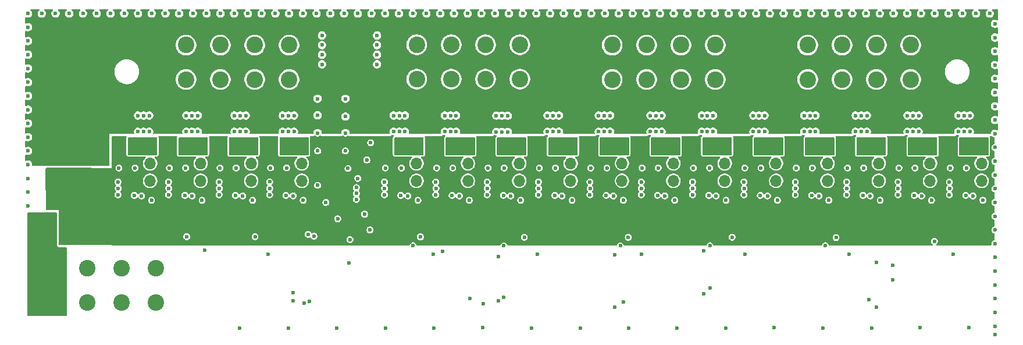
<source format=gbr>
%TF.GenerationSoftware,KiCad,Pcbnew,8.99.0-3338-g9b4c1024c9*%
%TF.CreationDate,2024-12-09T11:14:17+02:00*%
%TF.ProjectId,control_unit_v2_upper,636f6e74-726f-46c5-9f75-6e69745f7632,rev?*%
%TF.SameCoordinates,Original*%
%TF.FileFunction,Copper,L2,Inr*%
%TF.FilePolarity,Positive*%
%FSLAX46Y46*%
G04 Gerber Fmt 4.6, Leading zero omitted, Abs format (unit mm)*
G04 Created by KiCad (PCBNEW 8.99.0-3338-g9b4c1024c9) date 2024-12-09 11:14:17*
%MOMM*%
%LPD*%
G01*
G04 APERTURE LIST*
%TA.AperFunction,ComponentPad*%
%ADD10R,1.700000X1.700000*%
%TD*%
%TA.AperFunction,ComponentPad*%
%ADD11O,1.700000X1.700000*%
%TD*%
%TA.AperFunction,ComponentPad*%
%ADD12C,2.400000*%
%TD*%
%TA.AperFunction,ViaPad*%
%ADD13C,0.600000*%
%TD*%
%TA.AperFunction,Conductor*%
%ADD14C,0.254000*%
%TD*%
G04 APERTURE END LIST*
D10*
%TO.N,/out5/P_DRAIN*%
%TO.C,J11*%
X117168333Y-79295000D03*
D11*
%TO.N,/OUT5*%
X117168333Y-81835000D03*
%TO.N,/out5/N_DRAIN*%
X117168333Y-84375000D03*
%TD*%
D10*
%TO.N,/out13/P_DRAIN*%
%TO.C,J19*%
X176986515Y-79295000D03*
D11*
%TO.N,/OUT13*%
X176986515Y-81835000D03*
%TO.N,/out13/N_DRAIN*%
X176986515Y-84375000D03*
%TD*%
D10*
%TO.N,/out9/P_DRAIN*%
%TO.C,J15*%
X147077424Y-79295000D03*
D11*
%TO.N,/OUT9*%
X147077424Y-81835000D03*
%TO.N,/out9/N_DRAIN*%
X147077424Y-84375000D03*
%TD*%
D10*
%TO.N,/out4/P_DRAIN*%
%TO.C,J10*%
X100460000Y-79295000D03*
D11*
%TO.N,/OUT4*%
X100460000Y-81835000D03*
%TO.N,/out4/N_DRAIN*%
X100460000Y-84375000D03*
%TD*%
D10*
%TO.N,/out7/P_DRAIN*%
%TO.C,J13*%
X132122878Y-79295000D03*
D11*
%TO.N,/OUT7*%
X132122878Y-81835000D03*
%TO.N,/out7/N_DRAIN*%
X132122878Y-84375000D03*
%TD*%
D10*
%TO.N,/out6/P_DRAIN*%
%TO.C,J12*%
X124645606Y-79295000D03*
D11*
%TO.N,/OUT6*%
X124645606Y-81835000D03*
%TO.N,/out6/N_DRAIN*%
X124645606Y-84375000D03*
%TD*%
D12*
%TO.N,/OUT1*%
%TO.C,J3*%
X83610000Y-64620000D03*
X83610000Y-69620000D03*
%TO.N,/OUT2*%
X88610000Y-64620000D03*
X88610000Y-69620000D03*
%TO.N,/OUT3*%
X93610000Y-64620000D03*
X93610000Y-69620000D03*
%TO.N,/OUT4*%
X98610000Y-64620000D03*
X98610000Y-69620000D03*
%TD*%
D10*
%TO.N,/out11/P_DRAIN*%
%TO.C,J17*%
X162031969Y-79295000D03*
D11*
%TO.N,/OUT11*%
X162031969Y-81835000D03*
%TO.N,/out11/N_DRAIN*%
X162031969Y-84375000D03*
%TD*%
D10*
%TO.N,/out3/P_DRAIN*%
%TO.C,J9*%
X93101667Y-79295000D03*
D11*
%TO.N,/OUT3*%
X93101667Y-81835000D03*
%TO.N,/out3/N_DRAIN*%
X93101667Y-84375000D03*
%TD*%
D10*
%TO.N,/out2/P_DRAIN*%
%TO.C,J8*%
X85743333Y-79295000D03*
D11*
%TO.N,/OUT2*%
X85743333Y-81835000D03*
%TO.N,/out2/N_DRAIN*%
X85743333Y-84375000D03*
%TD*%
D12*
%TO.N,/VIN_UNPROTECTED*%
%TO.C,J2*%
X64210000Y-97120000D03*
X64210000Y-102120000D03*
%TO.N,/OUT_GND*%
X69210000Y-97120000D03*
X69210000Y-102120000D03*
%TO.N,unconnected-(J2-Pin_3-Pad3)*%
X74210000Y-97120000D03*
%TO.N,unconnected-(J2-Pin_3-Pad3)_1*%
X74210000Y-102120000D03*
%TO.N,unconnected-(J2-Pin_4-Pad4)*%
X79210000Y-97120000D03*
%TO.N,unconnected-(J2-Pin_4-Pad4)_1*%
X79210000Y-102120000D03*
%TD*%
%TO.N,/OUT9*%
%TO.C,J5*%
X145660000Y-64620000D03*
X145660000Y-69620000D03*
%TO.N,/OUT10*%
X150660000Y-64620000D03*
X150660000Y-69620000D03*
%TO.N,/OUT11*%
X155660000Y-64620000D03*
X155660000Y-69620000D03*
%TO.N,/OUT12*%
X160660000Y-64620000D03*
X160660000Y-69620000D03*
%TD*%
D10*
%TO.N,/out12/P_DRAIN*%
%TO.C,J18*%
X169509242Y-79295000D03*
D11*
%TO.N,/OUT12*%
X169509242Y-81835000D03*
%TO.N,/out12/N_DRAIN*%
X169509242Y-84375000D03*
%TD*%
D10*
%TO.N,/out15/P_DRAIN*%
%TO.C,J21*%
X191941060Y-79295000D03*
D11*
%TO.N,/OUT15*%
X191941060Y-81835000D03*
%TO.N,/out15/N_DRAIN*%
X191941060Y-84375000D03*
%TD*%
D10*
%TO.N,/out8/P_DRAIN*%
%TO.C,J14*%
X139600151Y-79295000D03*
D11*
%TO.N,/OUT8*%
X139600151Y-81835000D03*
%TO.N,/out8/N_DRAIN*%
X139600151Y-84375000D03*
%TD*%
D10*
%TO.N,/out14/P_DRAIN*%
%TO.C,J20*%
X184463788Y-79295000D03*
D11*
%TO.N,/OUT14*%
X184463788Y-81835000D03*
%TO.N,/out14/N_DRAIN*%
X184463788Y-84375000D03*
%TD*%
D10*
%TO.N,/out10/P_DRAIN*%
%TO.C,J16*%
X154554697Y-79295000D03*
D11*
%TO.N,/OUT10*%
X154554697Y-81835000D03*
%TO.N,/out10/N_DRAIN*%
X154554697Y-84375000D03*
%TD*%
D12*
%TO.N,/OUT5*%
%TO.C,J4*%
X117210000Y-64570000D03*
X117210000Y-69570000D03*
%TO.N,/OUT6*%
X122210000Y-64570000D03*
X122210000Y-69570000D03*
%TO.N,/OUT7*%
X127210000Y-64570000D03*
X127210000Y-69570000D03*
%TO.N,/OUT8*%
X132210000Y-64570000D03*
X132210000Y-69570000D03*
%TD*%
D10*
%TO.N,/out16/P_DRAIN*%
%TO.C,J22*%
X199418333Y-79295000D03*
D11*
%TO.N,/OUT16*%
X199418333Y-81835000D03*
%TO.N,/out16/N_DRAIN*%
X199418333Y-84375000D03*
%TD*%
D12*
%TO.N,/OUT13*%
%TO.C,J6*%
X174110000Y-64620000D03*
X174110000Y-69620000D03*
%TO.N,/OUT14*%
X179110000Y-64620000D03*
X179110000Y-69620000D03*
%TO.N,/OUT15*%
X184110000Y-64620000D03*
X184110000Y-69620000D03*
%TO.N,/OUT16*%
X189110000Y-64620000D03*
X189110000Y-69620000D03*
%TD*%
D10*
%TO.N,/out1/P_DRAIN*%
%TO.C,J7*%
X78385000Y-79295000D03*
D11*
%TO.N,/OUT1*%
X78385000Y-81835000D03*
%TO.N,/out1/N_DRAIN*%
X78385000Y-84375000D03*
%TD*%
D13*
%TO.N,GND*%
X105685000Y-89895000D03*
X132610000Y-60020000D03*
X201360000Y-97520000D03*
X184610000Y-60020000D03*
X178235000Y-92620000D03*
X90610000Y-60020000D03*
X201360000Y-81520000D03*
X162610000Y-60020000D03*
X119710000Y-105795000D03*
X165010000Y-95070000D03*
X76610000Y-60020000D03*
X91410000Y-105770000D03*
X201360000Y-85520000D03*
X159731969Y-86495000D03*
X176335000Y-105770000D03*
X201360000Y-69520000D03*
X95560000Y-95032500D03*
X174610000Y-60020000D03*
X103410000Y-66020000D03*
X102760000Y-74820000D03*
X152254697Y-86495000D03*
X144777424Y-86495000D03*
X124610000Y-60020000D03*
X133935000Y-105770000D03*
X110610000Y-60020000D03*
X120610000Y-60020000D03*
X108410000Y-86207500D03*
X102760000Y-85020000D03*
X111410000Y-67420000D03*
X111410000Y-66020000D03*
X60610000Y-66020000D03*
X60610000Y-82020000D03*
X148060000Y-105795000D03*
X60610000Y-60020000D03*
X70610000Y-60020000D03*
X201360000Y-87520000D03*
X96610000Y-60020000D03*
X60610000Y-64020000D03*
X201360000Y-73520000D03*
X168610000Y-60020000D03*
X167209242Y-86495000D03*
X124845606Y-87195000D03*
X164610000Y-60020000D03*
X180135000Y-95070000D03*
X189641060Y-86495000D03*
X102760000Y-80020000D03*
X106810000Y-80020000D03*
X122610000Y-60020000D03*
X102760000Y-77420000D03*
X152610000Y-60020000D03*
X190610000Y-60020000D03*
X166610000Y-60020000D03*
X122345606Y-86495000D03*
X106810000Y-72420000D03*
X176610000Y-60020000D03*
X60610000Y-70020000D03*
X160610000Y-60020000D03*
X98160000Y-86490000D03*
X201360000Y-79520000D03*
X60610000Y-62020000D03*
X154754697Y-87195000D03*
X60610000Y-68020000D03*
X178610000Y-60020000D03*
X88610000Y-60020000D03*
X182163788Y-86495000D03*
X111410000Y-63220000D03*
X109610000Y-89220000D03*
X104610000Y-60020000D03*
X174686515Y-86495000D03*
X201360000Y-105520000D03*
X201360000Y-91520000D03*
X188610000Y-60020000D03*
X201360000Y-71520000D03*
X158610000Y-60020000D03*
X146610000Y-60020000D03*
X86335000Y-94445000D03*
X190485000Y-105745000D03*
X194610000Y-60020000D03*
X68610000Y-60020000D03*
X106810000Y-77420000D03*
X136610000Y-60020000D03*
X162210000Y-105770000D03*
X74610000Y-60020000D03*
X137300151Y-86495000D03*
X86610000Y-60020000D03*
X140610000Y-60020000D03*
X117735000Y-92520000D03*
X108610000Y-84020000D03*
X200610000Y-60020000D03*
X130610000Y-60020000D03*
X102610000Y-60020000D03*
X60610000Y-76020000D03*
X92610000Y-60020000D03*
X192610000Y-60020000D03*
X82610000Y-60020000D03*
X139800151Y-87195000D03*
X98610000Y-60020000D03*
X108410000Y-85345000D03*
X180610000Y-60020000D03*
X60610000Y-86020000D03*
X170610000Y-60020000D03*
X138610000Y-60020000D03*
X103410000Y-64620000D03*
X163110000Y-92570000D03*
X201360000Y-67520000D03*
X197118333Y-86495000D03*
X85943333Y-87195000D03*
X107472500Y-92920000D03*
X155110000Y-105770000D03*
X169709242Y-87195000D03*
X83443333Y-86495000D03*
X100610000Y-60020000D03*
X132322878Y-87195000D03*
X134610000Y-60020000D03*
X201360000Y-63520000D03*
X156610000Y-60020000D03*
X201360000Y-77520000D03*
X134760000Y-95045000D03*
X110385000Y-91520000D03*
X132860000Y-92570000D03*
X78585000Y-87195000D03*
X142610000Y-60020000D03*
X184663788Y-87195000D03*
X103410000Y-67420000D03*
X100660000Y-87190000D03*
X169260000Y-105745000D03*
X144610000Y-60020000D03*
X201360000Y-89520000D03*
X72610000Y-60020000D03*
X198610000Y-60020000D03*
X112685000Y-105795000D03*
X201360000Y-103520000D03*
X103410000Y-63220000D03*
X201360000Y-106770000D03*
X90801667Y-86495000D03*
X183410000Y-105770000D03*
X182610000Y-60020000D03*
X140985000Y-105770000D03*
X195260000Y-95045000D03*
X60610000Y-78020000D03*
X107335000Y-96370000D03*
X150610000Y-60020000D03*
X106610000Y-60020000D03*
X94610000Y-60020000D03*
X117368333Y-87195000D03*
X76085000Y-86495000D03*
X147985000Y-92595000D03*
X149885000Y-95070000D03*
X106810000Y-75020000D03*
X62610000Y-60020000D03*
X154610000Y-60020000D03*
X177186515Y-87195000D03*
X84610000Y-60020000D03*
X197560000Y-105745000D03*
X60610000Y-72020000D03*
X201360000Y-101520000D03*
X114868333Y-86495000D03*
X83710000Y-92495000D03*
X201360000Y-61520000D03*
X60610000Y-80020000D03*
X64610000Y-60020000D03*
X201360000Y-83520000D03*
X60610000Y-74020000D03*
X201360000Y-75520000D03*
X111410000Y-64620000D03*
X126610000Y-60020000D03*
X147277424Y-87195000D03*
X128610000Y-60020000D03*
X196610000Y-60020000D03*
X93660000Y-92495000D03*
X201360000Y-99520000D03*
X98510000Y-105770000D03*
X186610000Y-60020000D03*
X172610000Y-60020000D03*
X199618333Y-87195000D03*
X66610000Y-60020000D03*
X108410000Y-87070000D03*
X116610000Y-60020000D03*
X118610000Y-60020000D03*
X102760000Y-72420000D03*
X192560000Y-93157500D03*
X201360000Y-65520000D03*
X93301667Y-87195000D03*
X78610000Y-60020000D03*
X114610000Y-60020000D03*
X201360000Y-95520000D03*
X201360000Y-93520000D03*
X60610000Y-88020000D03*
X103960000Y-87520000D03*
X108610000Y-60020000D03*
X148610000Y-60020000D03*
X129822878Y-86495000D03*
X192141060Y-87195000D03*
X162231969Y-87195000D03*
X80610000Y-60020000D03*
X112610000Y-60020000D03*
X126810000Y-105745000D03*
X119635000Y-95070000D03*
X60610000Y-84020000D03*
X105585000Y-105795000D03*
%TO.N,+VIN*%
X190141060Y-88895000D03*
X160231969Y-88895000D03*
X195033333Y-79340000D03*
X137800151Y-88895000D03*
X179388788Y-80220000D03*
X182663788Y-88895000D03*
X119570606Y-80220000D03*
X64935000Y-83970000D03*
X96075000Y-79340000D03*
X119570606Y-79340000D03*
X171911515Y-79340000D03*
X112793333Y-80220000D03*
X73310000Y-79340000D03*
X81358333Y-79340000D03*
X180078788Y-79340000D03*
X91301667Y-88895000D03*
X145277424Y-88895000D03*
X83943333Y-88895000D03*
X81368333Y-80220000D03*
X135225151Y-80220000D03*
X165134242Y-80220000D03*
X127737878Y-79340000D03*
X64910000Y-86920000D03*
X179388788Y-79340000D03*
X88026667Y-79340000D03*
X150169697Y-79340000D03*
X68710000Y-86920000D03*
X112093333Y-80220000D03*
X68735000Y-83970000D03*
X149479697Y-79340000D03*
X156956969Y-79340000D03*
X112783333Y-79340000D03*
X127747878Y-80220000D03*
X98660000Y-88890000D03*
X186866060Y-79340000D03*
X187556060Y-79340000D03*
X172601515Y-79340000D03*
X120270606Y-80220000D03*
X130322878Y-88895000D03*
X186866060Y-80220000D03*
X70110000Y-89520000D03*
X65560000Y-89420000D03*
X64935000Y-85936667D03*
X80668333Y-80220000D03*
X156956969Y-80220000D03*
X152754697Y-88895000D03*
X72110000Y-91520000D03*
X142002424Y-80220000D03*
X96085000Y-80220000D03*
X88026667Y-80220000D03*
X157646969Y-79340000D03*
X164434242Y-79340000D03*
X95385000Y-80220000D03*
X74000000Y-79340000D03*
X72110000Y-89520000D03*
X64935000Y-84953333D03*
X67460000Y-91845000D03*
X142702424Y-80220000D03*
X167709242Y-88895000D03*
X171911515Y-80220000D03*
X71110000Y-89520000D03*
X68735000Y-85936667D03*
X194343333Y-80220000D03*
X74010000Y-80220000D03*
X120260606Y-79340000D03*
X73310000Y-80220000D03*
X68735000Y-84953333D03*
X65560000Y-91820000D03*
X195043333Y-80220000D03*
X180088788Y-80220000D03*
X127047878Y-79340000D03*
X70110000Y-90520000D03*
X150179697Y-80220000D03*
X88716667Y-79340000D03*
X66510000Y-89445000D03*
X172611515Y-80220000D03*
X134525151Y-79340000D03*
X66510000Y-91845000D03*
X70110000Y-91520000D03*
X175186515Y-88895000D03*
X134525151Y-80220000D03*
X187566060Y-80220000D03*
X135215151Y-79340000D03*
X149479697Y-80220000D03*
X72110000Y-90520000D03*
X67460000Y-89445000D03*
X157656969Y-80220000D03*
X115368333Y-88895000D03*
X80668333Y-79340000D03*
X164434242Y-80220000D03*
X95385000Y-79340000D03*
X112093333Y-79340000D03*
X71110000Y-90520000D03*
X197618333Y-88895000D03*
X76585000Y-88895000D03*
X88726667Y-80220000D03*
X194343333Y-79340000D03*
X142002424Y-79340000D03*
X142692424Y-79340000D03*
X71110000Y-91520000D03*
X127047878Y-80220000D03*
X122845606Y-88895000D03*
X165124242Y-79340000D03*
%TO.N,Net-(D6-K)*%
X81193333Y-82495000D03*
X84493333Y-86570000D03*
%TO.N,/OUT1*%
X77435000Y-77220000D03*
X76610000Y-77220000D03*
X77435000Y-74870000D03*
X76610000Y-74870000D03*
X78260000Y-77220000D03*
X78260000Y-74870000D03*
%TO.N,/OUT2*%
X85310000Y-74870000D03*
X85310000Y-77220000D03*
X84485000Y-74870000D03*
X83660000Y-74870000D03*
X84485000Y-77220000D03*
X83660000Y-77220000D03*
%TO.N,/OUT3*%
X92310000Y-74870000D03*
X92310000Y-77220000D03*
X91485000Y-77220000D03*
X90660000Y-74870000D03*
X91485000Y-74870000D03*
X90660000Y-77220000D03*
%TO.N,/OUT4*%
X98510000Y-77220000D03*
X99335000Y-77220000D03*
X97685000Y-77220000D03*
X99335000Y-74870000D03*
X98510000Y-74870000D03*
X97685000Y-74870000D03*
%TO.N,Net-(D3-K)*%
X77135000Y-86570000D03*
X73835000Y-82495000D03*
%TO.N,/OUT5*%
X114660000Y-74870000D03*
X113835000Y-77220000D03*
X115485000Y-77220000D03*
X114660000Y-77220000D03*
X113835000Y-74870000D03*
X115485000Y-74870000D03*
%TO.N,Net-(D9-K)*%
X91851667Y-86570000D03*
X88551667Y-82495000D03*
%TO.N,/OUT6*%
X121285000Y-74870000D03*
X122110000Y-74870000D03*
X122935000Y-77220000D03*
X122110000Y-77220000D03*
X122935000Y-74870000D03*
X121285000Y-77220000D03*
%TO.N,Net-(D12-K)*%
X95910000Y-82490000D03*
X99210000Y-86565000D03*
%TO.N,/OUT7*%
X128785000Y-77245000D03*
X130435000Y-77245000D03*
X129610000Y-77245000D03*
X129610000Y-74895000D03*
X128785000Y-74895000D03*
X130435000Y-74895000D03*
%TO.N,Net-(D15-K)*%
X115918333Y-86570000D03*
X112618333Y-82495000D03*
%TO.N,/OUT8*%
X136235000Y-74870000D03*
X137060000Y-74870000D03*
X137060000Y-77220000D03*
X137885000Y-74870000D03*
X137885000Y-77220000D03*
X136235000Y-77220000D03*
%TO.N,Net-(D18-K)*%
X123395606Y-86570000D03*
X120095606Y-82495000D03*
%TO.N,/OUT9*%
X145335000Y-77220000D03*
X145335000Y-74870000D03*
X143685000Y-77220000D03*
X143685000Y-74870000D03*
X144510000Y-74870000D03*
X144510000Y-77220000D03*
%TO.N,Net-(D21-K)*%
X130872878Y-86570000D03*
X127572878Y-82495000D03*
%TO.N,/OUT10*%
X151210000Y-77220000D03*
X152860000Y-74870000D03*
X152035000Y-74870000D03*
X151210000Y-74870000D03*
X152860000Y-77220000D03*
X152035000Y-77220000D03*
%TO.N,Net-(D24-K)*%
X135050151Y-82495000D03*
X138350151Y-86570000D03*
%TO.N,/OUT11*%
X158685000Y-74870000D03*
X159510000Y-77220000D03*
X159510000Y-74870000D03*
X160335000Y-77220000D03*
X158685000Y-77220000D03*
X160335000Y-74870000D03*
%TO.N,Net-(D27-K)*%
X145827424Y-86570000D03*
X142527424Y-82495000D03*
%TO.N,Net-(D30-K)*%
X150004697Y-82495000D03*
X153304697Y-86570000D03*
%TO.N,Net-(D33-K)*%
X160781969Y-86570000D03*
X157481969Y-82495000D03*
%TO.N,Net-(D36-K)*%
X164959242Y-82495000D03*
X168259242Y-86570000D03*
%TO.N,Net-(D39-K)*%
X172436515Y-82495000D03*
X175736515Y-86570000D03*
%TO.N,Net-(D42-K)*%
X183213788Y-86570000D03*
X179913788Y-82495000D03*
%TO.N,Net-(D45-K)*%
X187391060Y-82495000D03*
X190691060Y-86570000D03*
%TO.N,Net-(D48-K)*%
X198168333Y-86570000D03*
X194868333Y-82495000D03*
%TO.N,/OUT12*%
X166185000Y-77220000D03*
X166185000Y-74870000D03*
X167835000Y-77220000D03*
X167010000Y-74870000D03*
X167835000Y-74870000D03*
X167010000Y-77220000D03*
%TO.N,/OUT13*%
X175260000Y-77220000D03*
X173610000Y-74870000D03*
X174435000Y-74870000D03*
X174435000Y-77220000D03*
X173610000Y-77220000D03*
X175260000Y-74870000D03*
%TO.N,/OUT14*%
X181910000Y-77220000D03*
X181910000Y-74870000D03*
X181085000Y-77220000D03*
X181085000Y-74870000D03*
X182735000Y-77220000D03*
X182735000Y-74870000D03*
%TO.N,/OUT15*%
X188635000Y-77220000D03*
X190285000Y-77220000D03*
X190285000Y-74870000D03*
X189460000Y-77220000D03*
X189460000Y-74870000D03*
X188635000Y-74870000D03*
%TO.N,/OUT16*%
X196060000Y-74870000D03*
X196885000Y-77220000D03*
X197710000Y-77220000D03*
X197710000Y-74870000D03*
X196885000Y-74870000D03*
X196060000Y-77220000D03*
%TO.N,/VIN_UNPROTECTED*%
X63160000Y-91820000D03*
X63160000Y-90570000D03*
X63210000Y-89320000D03*
X64110000Y-91870000D03*
X64160000Y-89320000D03*
%TO.N,/SDA*%
X109947500Y-81332500D03*
%TO.N,+3V3*%
X107185000Y-82560000D03*
%TO.N,/SCL*%
X110485000Y-78820000D03*
%TO.N,/CTRL8*%
X129885000Y-101320000D03*
X129885000Y-93820000D03*
%TO.N,/CTRL9*%
X146035000Y-102770000D03*
X146035000Y-95120000D03*
%TO.N,/CTRL7*%
X129085000Y-95395000D03*
X129085000Y-101820000D03*
%TO.N,/CTRL10*%
X146835000Y-93807500D03*
X147260000Y-102020000D03*
%TO.N,/CTRL14*%
X176685000Y-93807500D03*
X183010000Y-101620000D03*
%TO.N,/CTRL5*%
X120935000Y-94645000D03*
X126885000Y-102245000D03*
%TO.N,/CTRL11*%
X158997500Y-94582500D03*
X158997500Y-100857500D03*
%TO.N,/CTRL16*%
X186485000Y-98745000D03*
X186485000Y-96645000D03*
%TO.N,/CTRL6*%
X124910000Y-101495000D03*
X116660000Y-93807500D03*
%TO.N,/CTRL13*%
X184085000Y-102745000D03*
X184085000Y-96245000D03*
%TO.N,/CTRL1*%
X99185000Y-101795000D03*
X99185000Y-100620000D03*
%TO.N,/CTRL3*%
X100785000Y-102145000D03*
X101385000Y-92145000D03*
%TO.N,/CTRL4*%
X101585000Y-101945000D03*
X102235000Y-92420000D03*
%TO.N,/CTRL12*%
X159885000Y-99945000D03*
X159885000Y-93807500D03*
%TO.N,/OUT_GND*%
X155196364Y-76469999D03*
X185105455Y-76520000D03*
X98260000Y-82490000D03*
X134925151Y-84520000D03*
X101660000Y-76470000D03*
X132764545Y-75620000D03*
X114968333Y-82495000D03*
X164859242Y-85457500D03*
X149879697Y-86395000D03*
X71610000Y-80020000D03*
X83543333Y-82495000D03*
X197218333Y-82495000D03*
X66610000Y-81020000D03*
X149879697Y-84520000D03*
X69610000Y-81020000D03*
X147719091Y-75670000D03*
X68610000Y-81020000D03*
X67610000Y-81020000D03*
X94668333Y-75670000D03*
X155196364Y-75669999D03*
X177578182Y-75719999D03*
X192532727Y-75670000D03*
X127447878Y-84520000D03*
X125237273Y-76470000D03*
X95810000Y-85452500D03*
X149904697Y-85457500D03*
X68710000Y-77986667D03*
X172311515Y-84520000D03*
X87635000Y-75670000D03*
X81093333Y-85457500D03*
X95785000Y-86390000D03*
X64910000Y-77003333D03*
X101660000Y-75670000D03*
X119970606Y-84520000D03*
X112493333Y-84520000D03*
X76185000Y-82495000D03*
X170150909Y-75720000D03*
X187291060Y-85457500D03*
X200110000Y-76469999D03*
X88426667Y-86395000D03*
X112493333Y-86395000D03*
X177578182Y-76519999D03*
X157381969Y-85457500D03*
X174786515Y-82495000D03*
X112518333Y-85457500D03*
X80610000Y-76520000D03*
X162623636Y-75719999D03*
X71610000Y-78020000D03*
X64910000Y-76020000D03*
X189741060Y-82495000D03*
X87635000Y-76470000D03*
X134925151Y-86395000D03*
X73735000Y-85457500D03*
X172311515Y-86395000D03*
X182263788Y-82495000D03*
X127447878Y-86395000D03*
X122445606Y-82495000D03*
X64910000Y-77986667D03*
X179788788Y-84520000D03*
X185105455Y-75720000D03*
X64885000Y-78970000D03*
X140241818Y-75719999D03*
X71610000Y-77020000D03*
X144877424Y-82495000D03*
X137400151Y-82495000D03*
X73710000Y-84520000D03*
X119995606Y-85457500D03*
X94668333Y-76470000D03*
X71610000Y-81020000D03*
X81068333Y-86395000D03*
X157356969Y-86395000D03*
X167309242Y-82495000D03*
X194743333Y-86395000D03*
X71610000Y-76020000D03*
X70610000Y-81020000D03*
X134950151Y-85457500D03*
X170150909Y-76520000D03*
X147719091Y-76470000D03*
X127472878Y-85457500D03*
X200110000Y-75669999D03*
X117810000Y-76469999D03*
X179788788Y-86395000D03*
X194768333Y-85457500D03*
X187266060Y-84520000D03*
X194743333Y-84520000D03*
X187266060Y-86395000D03*
X81068333Y-84520000D03*
X179813788Y-85457500D03*
X152354697Y-82495000D03*
X90901667Y-82495000D03*
X164834242Y-84520000D03*
X129922878Y-82495000D03*
X68685000Y-78970000D03*
X88426667Y-84520000D03*
X142402424Y-84520000D03*
X125237273Y-75670000D03*
X73710000Y-86395000D03*
X157356969Y-84520000D03*
X71610000Y-79020000D03*
X68710000Y-76020000D03*
X142402424Y-86395000D03*
X132764545Y-76420000D03*
X119970606Y-86395000D03*
X80610000Y-75720000D03*
X164834242Y-86395000D03*
X64610000Y-81020000D03*
X142427424Y-85457500D03*
X65610000Y-81020000D03*
X95785000Y-84515000D03*
X68710000Y-77003333D03*
X162623636Y-76519999D03*
X140241818Y-76519999D03*
X88451667Y-85457500D03*
X172336515Y-85457500D03*
X192532727Y-76470000D03*
X117810000Y-75669999D03*
X159831969Y-82495000D03*
%TD*%
D14*
%TO.N,+VIN*%
X122845606Y-88895000D02*
X121520606Y-88895000D01*
X190141060Y-88895000D02*
X188816060Y-88895000D01*
X98660000Y-88890000D02*
X97335000Y-88890000D01*
X83943333Y-88895000D02*
X82618333Y-88895000D01*
X182663788Y-88895000D02*
X181338788Y-88895000D01*
X91301667Y-88895000D02*
X89976667Y-88895000D01*
X145277424Y-88895000D02*
X143952424Y-88895000D01*
X115368333Y-88895000D02*
X114043333Y-88895000D01*
X175186515Y-88895000D02*
X173861515Y-88895000D01*
X167709242Y-88895000D02*
X166384242Y-88895000D01*
X76585000Y-88895000D02*
X75260000Y-88895000D01*
X137800151Y-88895000D02*
X136475151Y-88895000D01*
X130322878Y-88895000D02*
X128997878Y-88895000D01*
X152754697Y-88895000D02*
X151429697Y-88895000D01*
X160231969Y-88895000D02*
X158906969Y-88895000D01*
X197618333Y-88895000D02*
X196293333Y-88895000D01*
%TD*%
%TA.AperFunction,Conductor*%
%TO.N,+VIN*%
G36*
X188392449Y-80805000D02*
G01*
X186551060Y-80805000D01*
X186551060Y-78885000D01*
X188383560Y-78885000D01*
X188392449Y-80805000D01*
G37*
%TD.AperFunction*%
%TD*%
%TA.AperFunction,Conductor*%
%TO.N,/out15/P_DRAIN*%
G36*
X192925251Y-78063907D02*
G01*
X192961215Y-78113407D01*
X192966060Y-78144000D01*
X192966060Y-80546000D01*
X192947153Y-80604191D01*
X192897653Y-80640155D01*
X192867060Y-80645000D01*
X188790060Y-80645000D01*
X188731869Y-80626093D01*
X188695905Y-80576593D01*
X188691060Y-80546000D01*
X188691060Y-78144000D01*
X188709967Y-78085809D01*
X188759467Y-78049845D01*
X188790060Y-78045000D01*
X192867060Y-78045000D01*
X192925251Y-78063907D01*
G37*
%TD.AperFunction*%
%TD*%
%TA.AperFunction,Conductor*%
%TO.N,+VIN*%
G36*
X195869722Y-80805000D02*
G01*
X194028333Y-80805000D01*
X194028333Y-78885000D01*
X195860833Y-78885000D01*
X195869722Y-80805000D01*
G37*
%TD.AperFunction*%
%TD*%
%TA.AperFunction,Conductor*%
%TO.N,+VIN*%
G36*
X128574267Y-80805000D02*
G01*
X126732878Y-80805000D01*
X126732878Y-78885000D01*
X128565378Y-78885000D01*
X128574267Y-80805000D01*
G37*
%TD.AperFunction*%
%TD*%
%TA.AperFunction,Conductor*%
%TO.N,/out9/P_DRAIN*%
G36*
X148061615Y-78063907D02*
G01*
X148097579Y-78113407D01*
X148102424Y-78144000D01*
X148102424Y-80546000D01*
X148083517Y-80604191D01*
X148034017Y-80640155D01*
X148003424Y-80645000D01*
X143926424Y-80645000D01*
X143868233Y-80626093D01*
X143832269Y-80576593D01*
X143827424Y-80546000D01*
X143827424Y-78144000D01*
X143846331Y-78085809D01*
X143895831Y-78049845D01*
X143926424Y-78045000D01*
X148003424Y-78045000D01*
X148061615Y-78063907D01*
G37*
%TD.AperFunction*%
%TD*%
%TA.AperFunction,Conductor*%
%TO.N,+VIN*%
G36*
X96910000Y-80505000D02*
G01*
X95070000Y-80505000D01*
X95070000Y-78885000D01*
X96902500Y-78885000D01*
X96910000Y-80505000D01*
G37*
%TD.AperFunction*%
%TD*%
%TA.AperFunction,Conductor*%
%TO.N,+VIN*%
G36*
X158483358Y-80805000D02*
G01*
X156641969Y-80805000D01*
X156641969Y-78885000D01*
X158474469Y-78885000D01*
X158483358Y-80805000D01*
G37*
%TD.AperFunction*%
%TD*%
%TA.AperFunction,Conductor*%
%TO.N,+VIN*%
G36*
X165960631Y-80805000D02*
G01*
X164119242Y-80805000D01*
X164119242Y-78885000D01*
X165951742Y-78885000D01*
X165960631Y-80805000D01*
G37*
%TD.AperFunction*%
%TD*%
%TA.AperFunction,Conductor*%
%TO.N,/out8/P_DRAIN*%
G36*
X140584342Y-78063907D02*
G01*
X140620306Y-78113407D01*
X140625151Y-78144000D01*
X140625151Y-80546000D01*
X140606244Y-80604191D01*
X140556744Y-80640155D01*
X140526151Y-80645000D01*
X136449151Y-80645000D01*
X136390960Y-80626093D01*
X136354996Y-80576593D01*
X136350151Y-80546000D01*
X136350151Y-78144000D01*
X136369058Y-78085809D01*
X136418558Y-78049845D01*
X136449151Y-78045000D01*
X140526151Y-78045000D01*
X140584342Y-78063907D01*
G37*
%TD.AperFunction*%
%TD*%
%TA.AperFunction,Conductor*%
%TO.N,+VIN*%
G36*
X173437904Y-80805000D02*
G01*
X171596515Y-80805000D01*
X171596515Y-78885000D01*
X173429015Y-78885000D01*
X173437904Y-80805000D01*
G37*
%TD.AperFunction*%
%TD*%
%TA.AperFunction,Conductor*%
%TO.N,/out6/P_DRAIN*%
G36*
X125629797Y-78063907D02*
G01*
X125665761Y-78113407D01*
X125670606Y-78144000D01*
X125670606Y-80546000D01*
X125651699Y-80604191D01*
X125602199Y-80640155D01*
X125571606Y-80645000D01*
X121494606Y-80645000D01*
X121436415Y-80626093D01*
X121400451Y-80576593D01*
X121395606Y-80546000D01*
X121395606Y-78144000D01*
X121414513Y-78085809D01*
X121464013Y-78049845D01*
X121494606Y-78045000D01*
X125571606Y-78045000D01*
X125629797Y-78063907D01*
G37*
%TD.AperFunction*%
%TD*%
%TA.AperFunction,Conductor*%
%TO.N,/out7/P_DRAIN*%
G36*
X133107069Y-78063907D02*
G01*
X133143033Y-78113407D01*
X133147878Y-78144000D01*
X133147878Y-80546000D01*
X133128971Y-80604191D01*
X133079471Y-80640155D01*
X133048878Y-80645000D01*
X128971878Y-80645000D01*
X128913687Y-80626093D01*
X128877723Y-80576593D01*
X128872878Y-80546000D01*
X128872878Y-78144000D01*
X128891785Y-78085809D01*
X128941285Y-78049845D01*
X128971878Y-78045000D01*
X133048878Y-78045000D01*
X133107069Y-78063907D01*
G37*
%TD.AperFunction*%
%TD*%
%TA.AperFunction,Conductor*%
%TO.N,/out11/P_DRAIN*%
G36*
X163016160Y-78063907D02*
G01*
X163052124Y-78113407D01*
X163056969Y-78144000D01*
X163056969Y-80546000D01*
X163038062Y-80604191D01*
X162988562Y-80640155D01*
X162957969Y-80645000D01*
X158880969Y-80645000D01*
X158822778Y-80626093D01*
X158786814Y-80576593D01*
X158781969Y-80546000D01*
X158781969Y-78144000D01*
X158800876Y-78085809D01*
X158850376Y-78049845D01*
X158880969Y-78045000D01*
X162957969Y-78045000D01*
X163016160Y-78063907D01*
G37*
%TD.AperFunction*%
%TD*%
%TA.AperFunction,Conductor*%
%TO.N,/out3/P_DRAIN*%
G36*
X94085858Y-78063907D02*
G01*
X94121822Y-78113407D01*
X94126667Y-78144000D01*
X94126667Y-80546000D01*
X94107760Y-80604191D01*
X94058260Y-80640155D01*
X94027667Y-80645000D01*
X89950667Y-80645000D01*
X89892476Y-80626093D01*
X89856512Y-80576593D01*
X89851667Y-80546000D01*
X89851667Y-78144000D01*
X89870574Y-78085809D01*
X89920074Y-78049845D01*
X89950667Y-78045000D01*
X94027667Y-78045000D01*
X94085858Y-78063907D01*
G37*
%TD.AperFunction*%
%TD*%
%TA.AperFunction,Conductor*%
%TO.N,+VIN*%
G36*
X113619722Y-80805000D02*
G01*
X111778333Y-80805000D01*
X111778333Y-78885000D01*
X113610833Y-78885000D01*
X113619722Y-80805000D01*
G37*
%TD.AperFunction*%
%TD*%
%TA.AperFunction,Conductor*%
%TO.N,/out1/P_DRAIN*%
G36*
X79369191Y-78063907D02*
G01*
X79405155Y-78113407D01*
X79410000Y-78144000D01*
X79410000Y-80546000D01*
X79391093Y-80604191D01*
X79341593Y-80640155D01*
X79311000Y-80645000D01*
X75234000Y-80645000D01*
X75175809Y-80626093D01*
X75139845Y-80576593D01*
X75135000Y-80546000D01*
X75135000Y-78144000D01*
X75153907Y-78085809D01*
X75203407Y-78049845D01*
X75234000Y-78045000D01*
X79311000Y-78045000D01*
X79369191Y-78063907D01*
G37*
%TD.AperFunction*%
%TD*%
%TA.AperFunction,Conductor*%
%TO.N,+VIN*%
G36*
X96910000Y-80500000D02*
G01*
X95870000Y-80500000D01*
X95870000Y-78880000D01*
X96902500Y-78880000D01*
X96910000Y-80500000D01*
G37*
%TD.AperFunction*%
%TD*%
%TA.AperFunction,Conductor*%
%TO.N,+VIN*%
G36*
X151006086Y-80805000D02*
G01*
X149164697Y-80805000D01*
X149164697Y-78885000D01*
X150997197Y-78885000D01*
X151006086Y-80805000D01*
G37*
%TD.AperFunction*%
%TD*%
%TA.AperFunction,Conductor*%
%TO.N,+VIN*%
G36*
X180915177Y-80805000D02*
G01*
X179073788Y-80805000D01*
X179073788Y-78885000D01*
X180906288Y-78885000D01*
X180915177Y-80805000D01*
G37*
%TD.AperFunction*%
%TD*%
%TA.AperFunction,Conductor*%
%TO.N,+VIN*%
G36*
X82193333Y-80505000D02*
G01*
X80353333Y-80505000D01*
X80353333Y-78885000D01*
X82185833Y-78885000D01*
X82193333Y-80505000D01*
G37*
%TD.AperFunction*%
%TD*%
%TA.AperFunction,Conductor*%
%TO.N,+VIN*%
G36*
X73334500Y-82490415D02*
G01*
X73334500Y-82560892D01*
X73351554Y-82624539D01*
X73368608Y-82688187D01*
X73401554Y-82745250D01*
X73434500Y-82802314D01*
X73527686Y-82895500D01*
X73641814Y-82961392D01*
X73769108Y-82995500D01*
X73769110Y-82995500D01*
X73900890Y-82995500D01*
X73900892Y-82995500D01*
X74028186Y-82961392D01*
X74142314Y-82895500D01*
X74235500Y-82802314D01*
X74301392Y-82688186D01*
X74335500Y-82560892D01*
X74335500Y-82492554D01*
X74860000Y-82493675D01*
X74860000Y-93745000D01*
X65234000Y-93745000D01*
X65166961Y-93725315D01*
X65121206Y-93672511D01*
X65110000Y-93621000D01*
X65110000Y-88645000D01*
X63306975Y-88621584D01*
X63240197Y-88601030D01*
X63195131Y-88547636D01*
X63184586Y-88498015D01*
X63179150Y-86895499D01*
X63170869Y-84454108D01*
X73209500Y-84454108D01*
X73209500Y-84585891D01*
X73243608Y-84713187D01*
X73276554Y-84770250D01*
X73309500Y-84827314D01*
X73309502Y-84827316D01*
X73395755Y-84913569D01*
X73429240Y-84974892D01*
X73424256Y-85044584D01*
X73395755Y-85088931D01*
X73334502Y-85150183D01*
X73334500Y-85150186D01*
X73268608Y-85264312D01*
X73234500Y-85391608D01*
X73234500Y-85523391D01*
X73268608Y-85650687D01*
X73301554Y-85707750D01*
X73334500Y-85764814D01*
X73334502Y-85764816D01*
X73395755Y-85826069D01*
X73429240Y-85887392D01*
X73424256Y-85957084D01*
X73395755Y-86001431D01*
X73309502Y-86087683D01*
X73309500Y-86087686D01*
X73243608Y-86201812D01*
X73209500Y-86329108D01*
X73209500Y-86460891D01*
X73243608Y-86588187D01*
X73276554Y-86645250D01*
X73309500Y-86702314D01*
X73402686Y-86795500D01*
X73516814Y-86861392D01*
X73644108Y-86895500D01*
X73644110Y-86895500D01*
X73775890Y-86895500D01*
X73775892Y-86895500D01*
X73903186Y-86861392D01*
X74017314Y-86795500D01*
X74110500Y-86702314D01*
X74176392Y-86588186D01*
X74210500Y-86460892D01*
X74210500Y-86329108D01*
X74176392Y-86201814D01*
X74110500Y-86087686D01*
X74049245Y-86026431D01*
X74015760Y-85965108D01*
X74020744Y-85895416D01*
X74049245Y-85851069D01*
X74074245Y-85826069D01*
X74135500Y-85764814D01*
X74201392Y-85650686D01*
X74235500Y-85523392D01*
X74235500Y-85391608D01*
X74201392Y-85264314D01*
X74135500Y-85150186D01*
X74049245Y-85063931D01*
X74015760Y-85002608D01*
X74020744Y-84932916D01*
X74049245Y-84888569D01*
X74110500Y-84827314D01*
X74176392Y-84713186D01*
X74210500Y-84585892D01*
X74210500Y-84454108D01*
X74176392Y-84326814D01*
X74110500Y-84212686D01*
X74017314Y-84119500D01*
X73960250Y-84086554D01*
X73903187Y-84053608D01*
X73839539Y-84036554D01*
X73775892Y-84019500D01*
X73644108Y-84019500D01*
X73516812Y-84053608D01*
X73402686Y-84119500D01*
X73402683Y-84119502D01*
X73309502Y-84212683D01*
X73309500Y-84212686D01*
X73243608Y-84326812D01*
X73209500Y-84454108D01*
X63170869Y-84454108D01*
X63164579Y-82599920D01*
X63184036Y-82532815D01*
X63236684Y-82486881D01*
X63288578Y-82475500D01*
X66354384Y-82475500D01*
X73334500Y-82490415D01*
G37*
%TD.AperFunction*%
%TD*%
%TA.AperFunction,Conductor*%
%TO.N,/out14/P_DRAIN*%
G36*
X185447979Y-78063907D02*
G01*
X185483943Y-78113407D01*
X185488788Y-78144000D01*
X185488788Y-80546000D01*
X185469881Y-80604191D01*
X185420381Y-80640155D01*
X185389788Y-80645000D01*
X181312788Y-80645000D01*
X181254597Y-80626093D01*
X181218633Y-80576593D01*
X181213788Y-80546000D01*
X181213788Y-78144000D01*
X181232695Y-78085809D01*
X181282195Y-78049845D01*
X181312788Y-78045000D01*
X185389788Y-78045000D01*
X185447979Y-78063907D01*
G37*
%TD.AperFunction*%
%TD*%
%TA.AperFunction,Conductor*%
%TO.N,/out16/P_DRAIN*%
G36*
X200402524Y-78063907D02*
G01*
X200438488Y-78113407D01*
X200443333Y-78144000D01*
X200443333Y-80546000D01*
X200424426Y-80604191D01*
X200374926Y-80640155D01*
X200344333Y-80645000D01*
X196267333Y-80645000D01*
X196209142Y-80626093D01*
X196173178Y-80576593D01*
X196168333Y-80546000D01*
X196168333Y-78144000D01*
X196187240Y-78085809D01*
X196236740Y-78049845D01*
X196267333Y-78045000D01*
X200344333Y-78045000D01*
X200402524Y-78063907D01*
G37*
%TD.AperFunction*%
%TD*%
%TA.AperFunction,Conductor*%
%TO.N,/out12/P_DRAIN*%
G36*
X170493433Y-78063907D02*
G01*
X170529397Y-78113407D01*
X170534242Y-78144000D01*
X170534242Y-80546000D01*
X170515335Y-80604191D01*
X170465835Y-80640155D01*
X170435242Y-80645000D01*
X166358242Y-80645000D01*
X166300051Y-80626093D01*
X166264087Y-80576593D01*
X166259242Y-80546000D01*
X166259242Y-78144000D01*
X166278149Y-78085809D01*
X166327649Y-78049845D01*
X166358242Y-78045000D01*
X170435242Y-78045000D01*
X170493433Y-78063907D01*
G37*
%TD.AperFunction*%
%TD*%
%TA.AperFunction,Conductor*%
%TO.N,/out10/P_DRAIN*%
G36*
X155538888Y-78063907D02*
G01*
X155574852Y-78113407D01*
X155579697Y-78144000D01*
X155579697Y-80546000D01*
X155560790Y-80604191D01*
X155511290Y-80640155D01*
X155480697Y-80645000D01*
X151403697Y-80645000D01*
X151345506Y-80626093D01*
X151309542Y-80576593D01*
X151304697Y-80546000D01*
X151304697Y-78144000D01*
X151323604Y-78085809D01*
X151373104Y-78049845D01*
X151403697Y-78045000D01*
X155480697Y-78045000D01*
X155538888Y-78063907D01*
G37*
%TD.AperFunction*%
%TD*%
%TA.AperFunction,Conductor*%
%TO.N,+VIN*%
G36*
X89551667Y-80505000D02*
G01*
X87711667Y-80505000D01*
X87711667Y-78885000D01*
X89544167Y-78885000D01*
X89551667Y-80505000D01*
G37*
%TD.AperFunction*%
%TD*%
%TA.AperFunction,Conductor*%
%TO.N,/out2/P_DRAIN*%
G36*
X86727524Y-78063907D02*
G01*
X86763488Y-78113407D01*
X86768333Y-78144000D01*
X86768333Y-80546000D01*
X86749426Y-80604191D01*
X86699926Y-80640155D01*
X86669333Y-80645000D01*
X82592333Y-80645000D01*
X82534142Y-80626093D01*
X82498178Y-80576593D01*
X82493333Y-80546000D01*
X82493333Y-78144000D01*
X82512240Y-78085809D01*
X82561740Y-78049845D01*
X82592333Y-78045000D01*
X86669333Y-78045000D01*
X86727524Y-78063907D01*
G37*
%TD.AperFunction*%
%TD*%
%TA.AperFunction,Conductor*%
%TO.N,/out5/P_DRAIN*%
G36*
X118152524Y-78063907D02*
G01*
X118188488Y-78113407D01*
X118193333Y-78144000D01*
X118193333Y-80546000D01*
X118174426Y-80604191D01*
X118124926Y-80640155D01*
X118094333Y-80645000D01*
X114017333Y-80645000D01*
X113959142Y-80626093D01*
X113923178Y-80576593D01*
X113918333Y-80546000D01*
X113918333Y-78144000D01*
X113937240Y-78085809D01*
X113986740Y-78049845D01*
X114017333Y-78045000D01*
X118094333Y-78045000D01*
X118152524Y-78063907D01*
G37*
%TD.AperFunction*%
%TD*%
%TA.AperFunction,Conductor*%
%TO.N,+VIN*%
G36*
X136051540Y-80805000D02*
G01*
X134210151Y-80805000D01*
X134210151Y-78885000D01*
X136042651Y-78885000D01*
X136051540Y-80805000D01*
G37*
%TD.AperFunction*%
%TD*%
%TA.AperFunction,Conductor*%
%TO.N,/out4/P_DRAIN*%
G36*
X101444191Y-78058907D02*
G01*
X101480155Y-78108407D01*
X101485000Y-78139000D01*
X101485000Y-80541000D01*
X101466093Y-80599191D01*
X101416593Y-80635155D01*
X101386000Y-80640000D01*
X97309000Y-80640000D01*
X97250809Y-80621093D01*
X97214845Y-80571593D01*
X97210000Y-80541000D01*
X97210000Y-78139000D01*
X97228907Y-78080809D01*
X97278407Y-78044845D01*
X97309000Y-78040000D01*
X101386000Y-78040000D01*
X101444191Y-78058907D01*
G37*
%TD.AperFunction*%
%TD*%
%TA.AperFunction,Conductor*%
%TO.N,+VIN*%
G36*
X74835000Y-80505000D02*
G01*
X72995000Y-80505000D01*
X72995000Y-78885000D01*
X74827500Y-78885000D01*
X74835000Y-80505000D01*
G37*
%TD.AperFunction*%
%TD*%
%TA.AperFunction,Conductor*%
%TO.N,+VIN*%
G36*
X143528813Y-80805000D02*
G01*
X141687424Y-80805000D01*
X141687424Y-78885000D01*
X143519924Y-78885000D01*
X143528813Y-80805000D01*
G37*
%TD.AperFunction*%
%TD*%
%TA.AperFunction,Conductor*%
%TO.N,/out13/P_DRAIN*%
G36*
X177970706Y-78063907D02*
G01*
X178006670Y-78113407D01*
X178011515Y-78144000D01*
X178011515Y-80546000D01*
X177992608Y-80604191D01*
X177943108Y-80640155D01*
X177912515Y-80645000D01*
X173835515Y-80645000D01*
X173777324Y-80626093D01*
X173741360Y-80576593D01*
X173736515Y-80546000D01*
X173736515Y-78144000D01*
X173755422Y-78085809D01*
X173804922Y-78049845D01*
X173835515Y-78045000D01*
X177912515Y-78045000D01*
X177970706Y-78063907D01*
G37*
%TD.AperFunction*%
%TD*%
%TA.AperFunction,Conductor*%
%TO.N,+VIN*%
G36*
X121096995Y-80805000D02*
G01*
X119255606Y-80805000D01*
X119255606Y-78885000D01*
X121088106Y-78885000D01*
X121096995Y-80805000D01*
G37*
%TD.AperFunction*%
%TD*%
%TA.AperFunction,Conductor*%
%TO.N,/VIN_UNPROTECTED*%
G36*
X64747539Y-88989685D02*
G01*
X64793294Y-89042489D01*
X64804500Y-89094000D01*
X64804500Y-93621000D01*
X64804501Y-93621009D01*
X64811481Y-93685935D01*
X64811483Y-93685947D01*
X64822688Y-93737453D01*
X64833644Y-93775654D01*
X64833646Y-93775658D01*
X64890323Y-93872568D01*
X64890325Y-93872571D01*
X64936081Y-93925376D01*
X64936091Y-93925387D01*
X64980807Y-93967548D01*
X64980809Y-93967549D01*
X64980813Y-93967553D01*
X65080889Y-94018439D01*
X65147928Y-94038124D01*
X65234000Y-94050500D01*
X65234003Y-94050500D01*
X66136000Y-94050500D01*
X66203039Y-94070185D01*
X66248794Y-94122989D01*
X66260000Y-94174500D01*
X66260000Y-103946000D01*
X66240315Y-104013039D01*
X66187511Y-104058794D01*
X66136000Y-104070000D01*
X60634000Y-104070000D01*
X60566961Y-104050315D01*
X60521206Y-103997511D01*
X60510000Y-103946000D01*
X60510000Y-89094000D01*
X60529685Y-89026961D01*
X60582489Y-88981206D01*
X60634000Y-88970000D01*
X64680500Y-88970000D01*
X64747539Y-88989685D01*
G37*
%TD.AperFunction*%
%TD*%
%TA.AperFunction,Conductor*%
%TO.N,+VIN*%
G36*
X128570000Y-81050000D02*
G01*
X130745000Y-81050000D01*
X130745000Y-86086109D01*
X130679687Y-86103609D01*
X130565568Y-86169496D01*
X130472374Y-86262690D01*
X130455263Y-86292327D01*
X130409793Y-86333267D01*
X130348942Y-86339661D01*
X130295955Y-86309067D01*
X130283793Y-86292328D01*
X130223378Y-86187686D01*
X130130192Y-86094500D01*
X130130189Y-86094498D01*
X130130187Y-86094496D01*
X130016067Y-86028609D01*
X130016069Y-86028609D01*
X129938940Y-86007943D01*
X129888770Y-85994500D01*
X129756986Y-85994500D01*
X129706816Y-86007943D01*
X129629687Y-86028609D01*
X129515568Y-86094496D01*
X129422374Y-86187690D01*
X129356487Y-86301809D01*
X129349172Y-86329109D01*
X129322378Y-86429108D01*
X129322378Y-86560892D01*
X129342474Y-86635892D01*
X129356487Y-86688190D01*
X129422374Y-86802309D01*
X129422376Y-86802311D01*
X129422378Y-86802314D01*
X129515564Y-86895500D01*
X129515566Y-86895501D01*
X129515568Y-86895503D01*
X129629688Y-86961390D01*
X129629686Y-86961390D01*
X129629690Y-86961391D01*
X129629692Y-86961392D01*
X129756986Y-86995500D01*
X129756988Y-86995500D01*
X129888768Y-86995500D01*
X129888770Y-86995500D01*
X130016064Y-86961392D01*
X130016066Y-86961390D01*
X130016068Y-86961390D01*
X130130187Y-86895503D01*
X130130187Y-86895502D01*
X130130192Y-86895500D01*
X130223378Y-86802314D01*
X130240490Y-86772674D01*
X130285959Y-86731733D01*
X130346809Y-86725337D01*
X130399798Y-86755929D01*
X130411963Y-86772674D01*
X130472374Y-86877309D01*
X130472376Y-86877311D01*
X130472378Y-86877314D01*
X130565564Y-86970500D01*
X130565566Y-86970501D01*
X130565568Y-86970503D01*
X130679688Y-87036390D01*
X130679686Y-87036390D01*
X130679690Y-87036391D01*
X130679692Y-87036392D01*
X130745000Y-87053891D01*
X130745000Y-90769575D01*
X126480000Y-90785000D01*
X126480000Y-84454108D01*
X126947378Y-84454108D01*
X126947378Y-84585892D01*
X126977457Y-84698151D01*
X126981487Y-84713190D01*
X127047374Y-84827309D01*
X127047376Y-84827311D01*
X127047378Y-84827314D01*
X127140564Y-84920500D01*
X127140566Y-84920501D01*
X127140567Y-84920502D01*
X127142386Y-84921898D01*
X127143315Y-84923250D01*
X127145153Y-84925088D01*
X127144812Y-84925428D01*
X127177041Y-84972324D01*
X127175438Y-85033488D01*
X127152121Y-85070442D01*
X127072378Y-85150185D01*
X127072374Y-85150190D01*
X127006487Y-85264309D01*
X127006486Y-85264314D01*
X126972378Y-85391608D01*
X126972378Y-85523392D01*
X127002457Y-85635651D01*
X127006487Y-85650690D01*
X127072374Y-85764809D01*
X127072376Y-85764811D01*
X127072378Y-85764814D01*
X127152122Y-85844558D01*
X127179898Y-85899073D01*
X127170327Y-85959505D01*
X127145091Y-85989850D01*
X127145153Y-85989912D01*
X127144482Y-85990582D01*
X127142393Y-85993095D01*
X127140573Y-85994491D01*
X127047374Y-86087690D01*
X126981487Y-86201809D01*
X126981486Y-86201814D01*
X126947378Y-86329108D01*
X126947378Y-86460892D01*
X126958958Y-86504108D01*
X126981487Y-86588190D01*
X127047374Y-86702309D01*
X127047376Y-86702311D01*
X127047378Y-86702314D01*
X127140564Y-86795500D01*
X127140566Y-86795501D01*
X127140568Y-86795503D01*
X127254688Y-86861390D01*
X127254686Y-86861390D01*
X127254690Y-86861391D01*
X127254692Y-86861392D01*
X127381986Y-86895500D01*
X127381988Y-86895500D01*
X127513768Y-86895500D01*
X127513770Y-86895500D01*
X127641064Y-86861392D01*
X127641066Y-86861390D01*
X127641068Y-86861390D01*
X127755187Y-86795503D01*
X127755187Y-86795502D01*
X127755192Y-86795500D01*
X127848378Y-86702314D01*
X127914270Y-86588186D01*
X127948378Y-86460892D01*
X127948378Y-86329108D01*
X127914270Y-86201814D01*
X127914268Y-86201811D01*
X127914268Y-86201809D01*
X127848381Y-86087690D01*
X127848379Y-86087688D01*
X127848378Y-86087686D01*
X127768632Y-86007940D01*
X127740857Y-85953426D01*
X127750428Y-85892994D01*
X127775665Y-85862650D01*
X127775603Y-85862588D01*
X127776283Y-85861907D01*
X127778374Y-85859394D01*
X127780182Y-85858005D01*
X127780192Y-85858000D01*
X127873378Y-85764814D01*
X127939270Y-85650686D01*
X127973378Y-85523392D01*
X127973378Y-85391608D01*
X127939270Y-85264314D01*
X127939268Y-85264311D01*
X127939268Y-85264309D01*
X127873381Y-85150190D01*
X127873379Y-85150188D01*
X127873378Y-85150186D01*
X127780192Y-85057000D01*
X127780189Y-85056998D01*
X127780185Y-85056994D01*
X127778367Y-85055599D01*
X127777437Y-85054246D01*
X127775603Y-85052412D01*
X127775943Y-85052071D01*
X127743714Y-85005173D01*
X127745318Y-84944009D01*
X127768633Y-84907058D01*
X127848378Y-84827314D01*
X127914270Y-84713186D01*
X127948378Y-84585892D01*
X127948378Y-84454108D01*
X127914270Y-84326814D01*
X127914268Y-84326811D01*
X127914268Y-84326809D01*
X127848381Y-84212690D01*
X127848379Y-84212688D01*
X127848378Y-84212686D01*
X127755192Y-84119500D01*
X127755189Y-84119498D01*
X127755187Y-84119496D01*
X127641067Y-84053609D01*
X127641069Y-84053609D01*
X127591677Y-84040375D01*
X127513770Y-84019500D01*
X127381986Y-84019500D01*
X127304078Y-84040375D01*
X127254687Y-84053609D01*
X127140568Y-84119496D01*
X127047374Y-84212690D01*
X126981487Y-84326809D01*
X126981486Y-84326814D01*
X126947378Y-84454108D01*
X126480000Y-84454108D01*
X126480000Y-82429108D01*
X127072378Y-82429108D01*
X127072378Y-82560892D01*
X127102457Y-82673151D01*
X127106487Y-82688190D01*
X127172374Y-82802309D01*
X127172376Y-82802311D01*
X127172378Y-82802314D01*
X127265564Y-82895500D01*
X127265566Y-82895501D01*
X127265568Y-82895503D01*
X127379688Y-82961390D01*
X127379686Y-82961390D01*
X127379690Y-82961391D01*
X127379692Y-82961392D01*
X127506986Y-82995500D01*
X127506988Y-82995500D01*
X127638768Y-82995500D01*
X127638770Y-82995500D01*
X127766064Y-82961392D01*
X127766066Y-82961390D01*
X127766068Y-82961390D01*
X127880187Y-82895503D01*
X127880187Y-82895502D01*
X127880192Y-82895500D01*
X127973378Y-82802314D01*
X128039270Y-82688186D01*
X128073378Y-82560892D01*
X128073378Y-82429108D01*
X129422378Y-82429108D01*
X129422378Y-82560892D01*
X129452457Y-82673151D01*
X129456487Y-82688190D01*
X129522374Y-82802309D01*
X129522376Y-82802311D01*
X129522378Y-82802314D01*
X129615564Y-82895500D01*
X129615566Y-82895501D01*
X129615568Y-82895503D01*
X129729688Y-82961390D01*
X129729686Y-82961390D01*
X129729690Y-82961391D01*
X129729692Y-82961392D01*
X129856986Y-82995500D01*
X129856988Y-82995500D01*
X129988768Y-82995500D01*
X129988770Y-82995500D01*
X130116064Y-82961392D01*
X130116066Y-82961390D01*
X130116068Y-82961390D01*
X130230187Y-82895503D01*
X130230187Y-82895502D01*
X130230192Y-82895500D01*
X130323378Y-82802314D01*
X130389270Y-82688186D01*
X130423378Y-82560892D01*
X130423378Y-82429108D01*
X130389270Y-82301814D01*
X130389268Y-82301811D01*
X130389268Y-82301809D01*
X130323381Y-82187690D01*
X130323379Y-82187688D01*
X130323378Y-82187686D01*
X130230192Y-82094500D01*
X130230189Y-82094498D01*
X130230187Y-82094496D01*
X130116067Y-82028609D01*
X130116069Y-82028609D01*
X130066677Y-82015375D01*
X129988770Y-81994500D01*
X129856986Y-81994500D01*
X129779078Y-82015375D01*
X129729687Y-82028609D01*
X129615568Y-82094496D01*
X129522374Y-82187690D01*
X129456487Y-82301809D01*
X129456486Y-82301814D01*
X129422378Y-82429108D01*
X128073378Y-82429108D01*
X128039270Y-82301814D01*
X128039268Y-82301811D01*
X128039268Y-82301809D01*
X127973381Y-82187690D01*
X127973379Y-82187688D01*
X127973378Y-82187686D01*
X127880192Y-82094500D01*
X127880189Y-82094498D01*
X127880187Y-82094496D01*
X127766067Y-82028609D01*
X127766069Y-82028609D01*
X127716677Y-82015375D01*
X127638770Y-81994500D01*
X127506986Y-81994500D01*
X127429078Y-82015375D01*
X127379687Y-82028609D01*
X127265568Y-82094496D01*
X127172374Y-82187690D01*
X127106487Y-82301809D01*
X127106486Y-82301814D01*
X127072378Y-82429108D01*
X126480000Y-82429108D01*
X126480000Y-78890000D01*
X128562656Y-78890000D01*
X128570000Y-81050000D01*
G37*
%TD.AperFunction*%
%TD*%
%TA.AperFunction,Conductor*%
%TO.N,+VIN*%
G36*
X180910000Y-81040000D02*
G01*
X183085000Y-81040000D01*
X183085000Y-86086352D01*
X183020597Y-86103609D01*
X182906478Y-86169496D01*
X182813284Y-86262690D01*
X182796173Y-86292327D01*
X182750703Y-86333267D01*
X182689852Y-86339661D01*
X182636865Y-86309067D01*
X182624703Y-86292328D01*
X182564288Y-86187686D01*
X182471102Y-86094500D01*
X182471099Y-86094498D01*
X182471097Y-86094496D01*
X182356977Y-86028609D01*
X182356979Y-86028609D01*
X182279850Y-86007943D01*
X182229680Y-85994500D01*
X182097896Y-85994500D01*
X182047726Y-86007943D01*
X181970597Y-86028609D01*
X181856478Y-86094496D01*
X181763284Y-86187690D01*
X181697397Y-86301809D01*
X181690082Y-86329109D01*
X181663288Y-86429108D01*
X181663288Y-86560892D01*
X181683384Y-86635892D01*
X181697397Y-86688190D01*
X181763284Y-86802309D01*
X181763286Y-86802311D01*
X181763288Y-86802314D01*
X181856474Y-86895500D01*
X181856476Y-86895501D01*
X181856478Y-86895503D01*
X181970598Y-86961390D01*
X181970596Y-86961390D01*
X181970600Y-86961391D01*
X181970602Y-86961392D01*
X182097896Y-86995500D01*
X182097898Y-86995500D01*
X182229678Y-86995500D01*
X182229680Y-86995500D01*
X182356974Y-86961392D01*
X182356976Y-86961390D01*
X182356978Y-86961390D01*
X182471097Y-86895503D01*
X182471097Y-86895502D01*
X182471102Y-86895500D01*
X182564288Y-86802314D01*
X182581400Y-86772674D01*
X182626869Y-86731733D01*
X182687719Y-86725337D01*
X182740708Y-86755929D01*
X182752873Y-86772674D01*
X182813284Y-86877309D01*
X182813286Y-86877311D01*
X182813288Y-86877314D01*
X182906474Y-86970500D01*
X182906476Y-86970501D01*
X182906478Y-86970503D01*
X183020598Y-87036390D01*
X183020596Y-87036390D01*
X183020600Y-87036391D01*
X183020602Y-87036392D01*
X183085000Y-87053647D01*
X183085000Y-90759575D01*
X178820000Y-90775000D01*
X178820000Y-84454108D01*
X179288288Y-84454108D01*
X179288288Y-84585892D01*
X179318367Y-84698151D01*
X179322397Y-84713190D01*
X179388284Y-84827309D01*
X179388286Y-84827311D01*
X179388288Y-84827314D01*
X179481474Y-84920500D01*
X179481476Y-84920501D01*
X179481477Y-84920502D01*
X179483296Y-84921898D01*
X179484225Y-84923250D01*
X179486063Y-84925088D01*
X179485722Y-84925428D01*
X179517951Y-84972324D01*
X179516348Y-85033488D01*
X179493031Y-85070442D01*
X179413288Y-85150185D01*
X179413284Y-85150190D01*
X179347397Y-85264309D01*
X179347396Y-85264314D01*
X179313288Y-85391608D01*
X179313288Y-85523392D01*
X179343367Y-85635651D01*
X179347397Y-85650690D01*
X179413284Y-85764809D01*
X179413286Y-85764811D01*
X179413288Y-85764814D01*
X179493032Y-85844558D01*
X179520808Y-85899073D01*
X179511237Y-85959505D01*
X179486001Y-85989850D01*
X179486063Y-85989912D01*
X179485392Y-85990582D01*
X179483303Y-85993095D01*
X179481483Y-85994491D01*
X179388284Y-86087690D01*
X179322397Y-86201809D01*
X179322396Y-86201814D01*
X179288288Y-86329108D01*
X179288288Y-86460892D01*
X179299868Y-86504108D01*
X179322397Y-86588190D01*
X179388284Y-86702309D01*
X179388286Y-86702311D01*
X179388288Y-86702314D01*
X179481474Y-86795500D01*
X179481476Y-86795501D01*
X179481478Y-86795503D01*
X179595598Y-86861390D01*
X179595596Y-86861390D01*
X179595600Y-86861391D01*
X179595602Y-86861392D01*
X179722896Y-86895500D01*
X179722898Y-86895500D01*
X179854678Y-86895500D01*
X179854680Y-86895500D01*
X179981974Y-86861392D01*
X179981976Y-86861390D01*
X179981978Y-86861390D01*
X180096097Y-86795503D01*
X180096097Y-86795502D01*
X180096102Y-86795500D01*
X180189288Y-86702314D01*
X180255180Y-86588186D01*
X180289288Y-86460892D01*
X180289288Y-86329108D01*
X180255180Y-86201814D01*
X180255178Y-86201811D01*
X180255178Y-86201809D01*
X180189291Y-86087690D01*
X180189289Y-86087688D01*
X180189288Y-86087686D01*
X180109542Y-86007940D01*
X180081767Y-85953426D01*
X180091338Y-85892994D01*
X180116575Y-85862650D01*
X180116513Y-85862588D01*
X180117193Y-85861907D01*
X180119284Y-85859394D01*
X180121092Y-85858005D01*
X180121102Y-85858000D01*
X180214288Y-85764814D01*
X180280180Y-85650686D01*
X180314288Y-85523392D01*
X180314288Y-85391608D01*
X180280180Y-85264314D01*
X180280178Y-85264311D01*
X180280178Y-85264309D01*
X180214291Y-85150190D01*
X180214289Y-85150188D01*
X180214288Y-85150186D01*
X180121102Y-85057000D01*
X180121099Y-85056998D01*
X180121095Y-85056994D01*
X180119277Y-85055599D01*
X180118347Y-85054246D01*
X180116513Y-85052412D01*
X180116853Y-85052071D01*
X180084624Y-85005173D01*
X180086228Y-84944009D01*
X180109543Y-84907058D01*
X180189288Y-84827314D01*
X180255180Y-84713186D01*
X180289288Y-84585892D01*
X180289288Y-84454108D01*
X180255180Y-84326814D01*
X180255178Y-84326811D01*
X180255178Y-84326809D01*
X180189291Y-84212690D01*
X180189289Y-84212688D01*
X180189288Y-84212686D01*
X180096102Y-84119500D01*
X180096099Y-84119498D01*
X180096097Y-84119496D01*
X179981977Y-84053609D01*
X179981979Y-84053609D01*
X179932587Y-84040375D01*
X179854680Y-84019500D01*
X179722896Y-84019500D01*
X179644988Y-84040375D01*
X179595597Y-84053609D01*
X179481478Y-84119496D01*
X179388284Y-84212690D01*
X179322397Y-84326809D01*
X179322396Y-84326814D01*
X179288288Y-84454108D01*
X178820000Y-84454108D01*
X178820000Y-82429108D01*
X179413288Y-82429108D01*
X179413288Y-82560892D01*
X179443367Y-82673151D01*
X179447397Y-82688190D01*
X179513284Y-82802309D01*
X179513286Y-82802311D01*
X179513288Y-82802314D01*
X179606474Y-82895500D01*
X179606476Y-82895501D01*
X179606478Y-82895503D01*
X179720598Y-82961390D01*
X179720596Y-82961390D01*
X179720600Y-82961391D01*
X179720602Y-82961392D01*
X179847896Y-82995500D01*
X179847898Y-82995500D01*
X179979678Y-82995500D01*
X179979680Y-82995500D01*
X180106974Y-82961392D01*
X180106976Y-82961390D01*
X180106978Y-82961390D01*
X180221097Y-82895503D01*
X180221097Y-82895502D01*
X180221102Y-82895500D01*
X180314288Y-82802314D01*
X180380180Y-82688186D01*
X180414288Y-82560892D01*
X180414288Y-82429108D01*
X181763288Y-82429108D01*
X181763288Y-82560892D01*
X181793367Y-82673151D01*
X181797397Y-82688190D01*
X181863284Y-82802309D01*
X181863286Y-82802311D01*
X181863288Y-82802314D01*
X181956474Y-82895500D01*
X181956476Y-82895501D01*
X181956478Y-82895503D01*
X182070598Y-82961390D01*
X182070596Y-82961390D01*
X182070600Y-82961391D01*
X182070602Y-82961392D01*
X182197896Y-82995500D01*
X182197898Y-82995500D01*
X182329678Y-82995500D01*
X182329680Y-82995500D01*
X182456974Y-82961392D01*
X182456976Y-82961390D01*
X182456978Y-82961390D01*
X182571097Y-82895503D01*
X182571097Y-82895502D01*
X182571102Y-82895500D01*
X182664288Y-82802314D01*
X182730180Y-82688186D01*
X182764288Y-82560892D01*
X182764288Y-82429108D01*
X182730180Y-82301814D01*
X182730178Y-82301811D01*
X182730178Y-82301809D01*
X182664291Y-82187690D01*
X182664289Y-82187688D01*
X182664288Y-82187686D01*
X182571102Y-82094500D01*
X182571099Y-82094498D01*
X182571097Y-82094496D01*
X182456977Y-82028609D01*
X182456979Y-82028609D01*
X182407587Y-82015375D01*
X182329680Y-81994500D01*
X182197896Y-81994500D01*
X182119988Y-82015375D01*
X182070597Y-82028609D01*
X181956478Y-82094496D01*
X181863284Y-82187690D01*
X181797397Y-82301809D01*
X181797396Y-82301814D01*
X181763288Y-82429108D01*
X180414288Y-82429108D01*
X180380180Y-82301814D01*
X180380178Y-82301811D01*
X180380178Y-82301809D01*
X180314291Y-82187690D01*
X180314289Y-82187688D01*
X180314288Y-82187686D01*
X180221102Y-82094500D01*
X180221099Y-82094498D01*
X180221097Y-82094496D01*
X180106977Y-82028609D01*
X180106979Y-82028609D01*
X180057587Y-82015375D01*
X179979680Y-81994500D01*
X179847896Y-81994500D01*
X179769988Y-82015375D01*
X179720597Y-82028609D01*
X179606478Y-82094496D01*
X179513284Y-82187690D01*
X179447397Y-82301809D01*
X179447396Y-82301814D01*
X179413288Y-82429108D01*
X178820000Y-82429108D01*
X178820000Y-78880000D01*
X180902656Y-78880000D01*
X180910000Y-81040000D01*
G37*
%TD.AperFunction*%
%TD*%
%TA.AperFunction,Conductor*%
%TO.N,+VIN*%
G36*
X173440000Y-81040000D02*
G01*
X175615000Y-81040000D01*
X175615000Y-86084404D01*
X175543324Y-86103609D01*
X175429205Y-86169496D01*
X175336011Y-86262690D01*
X175318900Y-86292327D01*
X175273430Y-86333267D01*
X175212579Y-86339661D01*
X175159592Y-86309067D01*
X175147430Y-86292328D01*
X175087015Y-86187686D01*
X174993829Y-86094500D01*
X174993826Y-86094498D01*
X174993824Y-86094496D01*
X174879704Y-86028609D01*
X174879706Y-86028609D01*
X174802577Y-86007943D01*
X174752407Y-85994500D01*
X174620623Y-85994500D01*
X174570453Y-86007943D01*
X174493324Y-86028609D01*
X174379205Y-86094496D01*
X174286011Y-86187690D01*
X174220124Y-86301809D01*
X174212809Y-86329109D01*
X174186015Y-86429108D01*
X174186015Y-86560892D01*
X174206111Y-86635892D01*
X174220124Y-86688190D01*
X174286011Y-86802309D01*
X174286013Y-86802311D01*
X174286015Y-86802314D01*
X174379201Y-86895500D01*
X174379203Y-86895501D01*
X174379205Y-86895503D01*
X174493325Y-86961390D01*
X174493323Y-86961390D01*
X174493327Y-86961391D01*
X174493329Y-86961392D01*
X174620623Y-86995500D01*
X174620625Y-86995500D01*
X174752405Y-86995500D01*
X174752407Y-86995500D01*
X174879701Y-86961392D01*
X174879703Y-86961390D01*
X174879705Y-86961390D01*
X174993824Y-86895503D01*
X174993824Y-86895502D01*
X174993829Y-86895500D01*
X175087015Y-86802314D01*
X175104127Y-86772674D01*
X175149596Y-86731733D01*
X175210446Y-86725337D01*
X175263435Y-86755929D01*
X175275600Y-86772674D01*
X175336011Y-86877309D01*
X175336013Y-86877311D01*
X175336015Y-86877314D01*
X175429201Y-86970500D01*
X175429203Y-86970501D01*
X175429205Y-86970503D01*
X175543325Y-87036390D01*
X175543323Y-87036390D01*
X175543327Y-87036391D01*
X175543329Y-87036392D01*
X175615000Y-87055596D01*
X175615000Y-90759575D01*
X171350000Y-90775000D01*
X171350000Y-84454108D01*
X171811015Y-84454108D01*
X171811015Y-84585892D01*
X171841094Y-84698151D01*
X171845124Y-84713190D01*
X171911011Y-84827309D01*
X171911013Y-84827311D01*
X171911015Y-84827314D01*
X172004201Y-84920500D01*
X172004203Y-84920501D01*
X172004204Y-84920502D01*
X172006023Y-84921898D01*
X172006952Y-84923250D01*
X172008790Y-84925088D01*
X172008449Y-84925428D01*
X172040678Y-84972324D01*
X172039075Y-85033488D01*
X172015758Y-85070442D01*
X171936015Y-85150185D01*
X171936011Y-85150190D01*
X171870124Y-85264309D01*
X171870123Y-85264314D01*
X171836015Y-85391608D01*
X171836015Y-85523392D01*
X171866094Y-85635651D01*
X171870124Y-85650690D01*
X171936011Y-85764809D01*
X171936013Y-85764811D01*
X171936015Y-85764814D01*
X172015759Y-85844558D01*
X172043535Y-85899073D01*
X172033964Y-85959505D01*
X172008728Y-85989850D01*
X172008790Y-85989912D01*
X172008119Y-85990582D01*
X172006030Y-85993095D01*
X172004210Y-85994491D01*
X171911011Y-86087690D01*
X171845124Y-86201809D01*
X171845123Y-86201814D01*
X171811015Y-86329108D01*
X171811015Y-86460892D01*
X171822595Y-86504108D01*
X171845124Y-86588190D01*
X171911011Y-86702309D01*
X171911013Y-86702311D01*
X171911015Y-86702314D01*
X172004201Y-86795500D01*
X172004203Y-86795501D01*
X172004205Y-86795503D01*
X172118325Y-86861390D01*
X172118323Y-86861390D01*
X172118327Y-86861391D01*
X172118329Y-86861392D01*
X172245623Y-86895500D01*
X172245625Y-86895500D01*
X172377405Y-86895500D01*
X172377407Y-86895500D01*
X172504701Y-86861392D01*
X172504703Y-86861390D01*
X172504705Y-86861390D01*
X172618824Y-86795503D01*
X172618824Y-86795502D01*
X172618829Y-86795500D01*
X172712015Y-86702314D01*
X172777907Y-86588186D01*
X172812015Y-86460892D01*
X172812015Y-86329108D01*
X172777907Y-86201814D01*
X172777905Y-86201811D01*
X172777905Y-86201809D01*
X172712018Y-86087690D01*
X172712016Y-86087688D01*
X172712015Y-86087686D01*
X172632269Y-86007940D01*
X172604494Y-85953426D01*
X172614065Y-85892994D01*
X172639302Y-85862650D01*
X172639240Y-85862588D01*
X172639920Y-85861907D01*
X172642011Y-85859394D01*
X172643819Y-85858005D01*
X172643829Y-85858000D01*
X172737015Y-85764814D01*
X172802907Y-85650686D01*
X172837015Y-85523392D01*
X172837015Y-85391608D01*
X172802907Y-85264314D01*
X172802905Y-85264311D01*
X172802905Y-85264309D01*
X172737018Y-85150190D01*
X172737016Y-85150188D01*
X172737015Y-85150186D01*
X172643829Y-85057000D01*
X172643826Y-85056998D01*
X172643822Y-85056994D01*
X172642004Y-85055599D01*
X172641074Y-85054246D01*
X172639240Y-85052412D01*
X172639580Y-85052071D01*
X172607351Y-85005173D01*
X172608955Y-84944009D01*
X172632270Y-84907058D01*
X172712015Y-84827314D01*
X172777907Y-84713186D01*
X172812015Y-84585892D01*
X172812015Y-84454108D01*
X172777907Y-84326814D01*
X172777905Y-84326811D01*
X172777905Y-84326809D01*
X172712018Y-84212690D01*
X172712016Y-84212688D01*
X172712015Y-84212686D01*
X172618829Y-84119500D01*
X172618826Y-84119498D01*
X172618824Y-84119496D01*
X172504704Y-84053609D01*
X172504706Y-84053609D01*
X172455314Y-84040375D01*
X172377407Y-84019500D01*
X172245623Y-84019500D01*
X172167715Y-84040375D01*
X172118324Y-84053609D01*
X172004205Y-84119496D01*
X171911011Y-84212690D01*
X171845124Y-84326809D01*
X171845123Y-84326814D01*
X171811015Y-84454108D01*
X171350000Y-84454108D01*
X171350000Y-82429108D01*
X171936015Y-82429108D01*
X171936015Y-82560892D01*
X171966094Y-82673151D01*
X171970124Y-82688190D01*
X172036011Y-82802309D01*
X172036013Y-82802311D01*
X172036015Y-82802314D01*
X172129201Y-82895500D01*
X172129203Y-82895501D01*
X172129205Y-82895503D01*
X172243325Y-82961390D01*
X172243323Y-82961390D01*
X172243327Y-82961391D01*
X172243329Y-82961392D01*
X172370623Y-82995500D01*
X172370625Y-82995500D01*
X172502405Y-82995500D01*
X172502407Y-82995500D01*
X172629701Y-82961392D01*
X172629703Y-82961390D01*
X172629705Y-82961390D01*
X172743824Y-82895503D01*
X172743824Y-82895502D01*
X172743829Y-82895500D01*
X172837015Y-82802314D01*
X172902907Y-82688186D01*
X172937015Y-82560892D01*
X172937015Y-82429108D01*
X174286015Y-82429108D01*
X174286015Y-82560892D01*
X174316094Y-82673151D01*
X174320124Y-82688190D01*
X174386011Y-82802309D01*
X174386013Y-82802311D01*
X174386015Y-82802314D01*
X174479201Y-82895500D01*
X174479203Y-82895501D01*
X174479205Y-82895503D01*
X174593325Y-82961390D01*
X174593323Y-82961390D01*
X174593327Y-82961391D01*
X174593329Y-82961392D01*
X174720623Y-82995500D01*
X174720625Y-82995500D01*
X174852405Y-82995500D01*
X174852407Y-82995500D01*
X174979701Y-82961392D01*
X174979703Y-82961390D01*
X174979705Y-82961390D01*
X175093824Y-82895503D01*
X175093824Y-82895502D01*
X175093829Y-82895500D01*
X175187015Y-82802314D01*
X175252907Y-82688186D01*
X175287015Y-82560892D01*
X175287015Y-82429108D01*
X175252907Y-82301814D01*
X175252905Y-82301811D01*
X175252905Y-82301809D01*
X175187018Y-82187690D01*
X175187016Y-82187688D01*
X175187015Y-82187686D01*
X175093829Y-82094500D01*
X175093826Y-82094498D01*
X175093824Y-82094496D01*
X174979704Y-82028609D01*
X174979706Y-82028609D01*
X174930314Y-82015375D01*
X174852407Y-81994500D01*
X174720623Y-81994500D01*
X174642715Y-82015375D01*
X174593324Y-82028609D01*
X174479205Y-82094496D01*
X174386011Y-82187690D01*
X174320124Y-82301809D01*
X174320123Y-82301814D01*
X174286015Y-82429108D01*
X172937015Y-82429108D01*
X172902907Y-82301814D01*
X172902905Y-82301811D01*
X172902905Y-82301809D01*
X172837018Y-82187690D01*
X172837016Y-82187688D01*
X172837015Y-82187686D01*
X172743829Y-82094500D01*
X172743826Y-82094498D01*
X172743824Y-82094496D01*
X172629704Y-82028609D01*
X172629706Y-82028609D01*
X172580314Y-82015375D01*
X172502407Y-81994500D01*
X172370623Y-81994500D01*
X172292715Y-82015375D01*
X172243324Y-82028609D01*
X172129205Y-82094496D01*
X172036011Y-82187690D01*
X171970124Y-82301809D01*
X171970123Y-82301814D01*
X171936015Y-82429108D01*
X171350000Y-82429108D01*
X171350000Y-78880000D01*
X173432656Y-78880000D01*
X173440000Y-81040000D01*
G37*
%TD.AperFunction*%
%TD*%
%TA.AperFunction,Conductor*%
%TO.N,/OUT_GND*%
G36*
X62214448Y-59404407D02*
G01*
X62250412Y-59453907D01*
X62250412Y-59515093D01*
X62226262Y-59554501D01*
X62129480Y-59651284D01*
X62050423Y-59788216D01*
X62009500Y-59940943D01*
X62009500Y-60099057D01*
X62050423Y-60251784D01*
X62129480Y-60388716D01*
X62241284Y-60500520D01*
X62378216Y-60579577D01*
X62530943Y-60620500D01*
X62530945Y-60620500D01*
X62689055Y-60620500D01*
X62689057Y-60620500D01*
X62841784Y-60579577D01*
X62978716Y-60500520D01*
X63090520Y-60388716D01*
X63169577Y-60251784D01*
X63210500Y-60099057D01*
X63210500Y-59940943D01*
X63169577Y-59788216D01*
X63090520Y-59651284D01*
X62993737Y-59554501D01*
X62965962Y-59499987D01*
X62975533Y-59439555D01*
X63018798Y-59396290D01*
X63063743Y-59385500D01*
X64156257Y-59385500D01*
X64214448Y-59404407D01*
X64250412Y-59453907D01*
X64250412Y-59515093D01*
X64226262Y-59554501D01*
X64129480Y-59651284D01*
X64050423Y-59788216D01*
X64009500Y-59940943D01*
X64009500Y-60099057D01*
X64050423Y-60251784D01*
X64129480Y-60388716D01*
X64241284Y-60500520D01*
X64378216Y-60579577D01*
X64530943Y-60620500D01*
X64530945Y-60620500D01*
X64689055Y-60620500D01*
X64689057Y-60620500D01*
X64841784Y-60579577D01*
X64978716Y-60500520D01*
X65090520Y-60388716D01*
X65169577Y-60251784D01*
X65210500Y-60099057D01*
X65210500Y-59940943D01*
X65169577Y-59788216D01*
X65090520Y-59651284D01*
X64993737Y-59554501D01*
X64965962Y-59499987D01*
X64975533Y-59439555D01*
X65018798Y-59396290D01*
X65063743Y-59385500D01*
X66156257Y-59385500D01*
X66214448Y-59404407D01*
X66250412Y-59453907D01*
X66250412Y-59515093D01*
X66226262Y-59554501D01*
X66129480Y-59651284D01*
X66050423Y-59788216D01*
X66009500Y-59940943D01*
X66009500Y-60099057D01*
X66050423Y-60251784D01*
X66129480Y-60388716D01*
X66241284Y-60500520D01*
X66378216Y-60579577D01*
X66530943Y-60620500D01*
X66530945Y-60620500D01*
X66689055Y-60620500D01*
X66689057Y-60620500D01*
X66841784Y-60579577D01*
X66978716Y-60500520D01*
X67090520Y-60388716D01*
X67169577Y-60251784D01*
X67210500Y-60099057D01*
X67210500Y-59940943D01*
X67169577Y-59788216D01*
X67090520Y-59651284D01*
X66993737Y-59554501D01*
X66965962Y-59499987D01*
X66975533Y-59439555D01*
X67018798Y-59396290D01*
X67063743Y-59385500D01*
X68156257Y-59385500D01*
X68214448Y-59404407D01*
X68250412Y-59453907D01*
X68250412Y-59515093D01*
X68226262Y-59554501D01*
X68129480Y-59651284D01*
X68050423Y-59788216D01*
X68009500Y-59940943D01*
X68009500Y-60099057D01*
X68050423Y-60251784D01*
X68129480Y-60388716D01*
X68241284Y-60500520D01*
X68378216Y-60579577D01*
X68530943Y-60620500D01*
X68530945Y-60620500D01*
X68689055Y-60620500D01*
X68689057Y-60620500D01*
X68841784Y-60579577D01*
X68978716Y-60500520D01*
X69090520Y-60388716D01*
X69169577Y-60251784D01*
X69210500Y-60099057D01*
X69210500Y-59940943D01*
X69169577Y-59788216D01*
X69090520Y-59651284D01*
X68993737Y-59554501D01*
X68965962Y-59499987D01*
X68975533Y-59439555D01*
X69018798Y-59396290D01*
X69063743Y-59385500D01*
X70156257Y-59385500D01*
X70214448Y-59404407D01*
X70250412Y-59453907D01*
X70250412Y-59515093D01*
X70226262Y-59554501D01*
X70129480Y-59651284D01*
X70050423Y-59788216D01*
X70009500Y-59940943D01*
X70009500Y-60099057D01*
X70050423Y-60251784D01*
X70129480Y-60388716D01*
X70241284Y-60500520D01*
X70378216Y-60579577D01*
X70530943Y-60620500D01*
X70530945Y-60620500D01*
X70689055Y-60620500D01*
X70689057Y-60620500D01*
X70841784Y-60579577D01*
X70978716Y-60500520D01*
X71090520Y-60388716D01*
X71169577Y-60251784D01*
X71210500Y-60099057D01*
X71210500Y-59940943D01*
X71169577Y-59788216D01*
X71090520Y-59651284D01*
X70993737Y-59554501D01*
X70965962Y-59499987D01*
X70975533Y-59439555D01*
X71018798Y-59396290D01*
X71063743Y-59385500D01*
X72156257Y-59385500D01*
X72214448Y-59404407D01*
X72250412Y-59453907D01*
X72250412Y-59515093D01*
X72226262Y-59554501D01*
X72129480Y-59651284D01*
X72050423Y-59788216D01*
X72009500Y-59940943D01*
X72009500Y-60099057D01*
X72050423Y-60251784D01*
X72129480Y-60388716D01*
X72241284Y-60500520D01*
X72378216Y-60579577D01*
X72530943Y-60620500D01*
X72530945Y-60620500D01*
X72689055Y-60620500D01*
X72689057Y-60620500D01*
X72841784Y-60579577D01*
X72978716Y-60500520D01*
X73090520Y-60388716D01*
X73169577Y-60251784D01*
X73210500Y-60099057D01*
X73210500Y-59940943D01*
X73169577Y-59788216D01*
X73090520Y-59651284D01*
X72993737Y-59554501D01*
X72965962Y-59499987D01*
X72975533Y-59439555D01*
X73018798Y-59396290D01*
X73063743Y-59385500D01*
X74156257Y-59385500D01*
X74214448Y-59404407D01*
X74250412Y-59453907D01*
X74250412Y-59515093D01*
X74226262Y-59554501D01*
X74129480Y-59651284D01*
X74050423Y-59788216D01*
X74009500Y-59940943D01*
X74009500Y-60099057D01*
X74050423Y-60251784D01*
X74129480Y-60388716D01*
X74241284Y-60500520D01*
X74378216Y-60579577D01*
X74530943Y-60620500D01*
X74530945Y-60620500D01*
X74689055Y-60620500D01*
X74689057Y-60620500D01*
X74841784Y-60579577D01*
X74978716Y-60500520D01*
X75090520Y-60388716D01*
X75169577Y-60251784D01*
X75210500Y-60099057D01*
X75210500Y-59940943D01*
X75169577Y-59788216D01*
X75090520Y-59651284D01*
X74993737Y-59554501D01*
X74965962Y-59499987D01*
X74975533Y-59439555D01*
X75018798Y-59396290D01*
X75063743Y-59385500D01*
X76156257Y-59385500D01*
X76214448Y-59404407D01*
X76250412Y-59453907D01*
X76250412Y-59515093D01*
X76226262Y-59554501D01*
X76129480Y-59651284D01*
X76050423Y-59788216D01*
X76009500Y-59940943D01*
X76009500Y-60099057D01*
X76050423Y-60251784D01*
X76129480Y-60388716D01*
X76241284Y-60500520D01*
X76378216Y-60579577D01*
X76530943Y-60620500D01*
X76530945Y-60620500D01*
X76689055Y-60620500D01*
X76689057Y-60620500D01*
X76841784Y-60579577D01*
X76978716Y-60500520D01*
X77090520Y-60388716D01*
X77169577Y-60251784D01*
X77210500Y-60099057D01*
X77210500Y-59940943D01*
X77169577Y-59788216D01*
X77090520Y-59651284D01*
X76993737Y-59554501D01*
X76965962Y-59499987D01*
X76975533Y-59439555D01*
X77018798Y-59396290D01*
X77063743Y-59385500D01*
X78156257Y-59385500D01*
X78214448Y-59404407D01*
X78250412Y-59453907D01*
X78250412Y-59515093D01*
X78226262Y-59554501D01*
X78129480Y-59651284D01*
X78050423Y-59788216D01*
X78009500Y-59940943D01*
X78009500Y-60099057D01*
X78050423Y-60251784D01*
X78129480Y-60388716D01*
X78241284Y-60500520D01*
X78378216Y-60579577D01*
X78530943Y-60620500D01*
X78530945Y-60620500D01*
X78689055Y-60620500D01*
X78689057Y-60620500D01*
X78841784Y-60579577D01*
X78978716Y-60500520D01*
X79090520Y-60388716D01*
X79169577Y-60251784D01*
X79210500Y-60099057D01*
X79210500Y-59940943D01*
X79169577Y-59788216D01*
X79090520Y-59651284D01*
X78993737Y-59554501D01*
X78965962Y-59499987D01*
X78975533Y-59439555D01*
X79018798Y-59396290D01*
X79063743Y-59385500D01*
X80156257Y-59385500D01*
X80214448Y-59404407D01*
X80250412Y-59453907D01*
X80250412Y-59515093D01*
X80226262Y-59554501D01*
X80129480Y-59651284D01*
X80050423Y-59788216D01*
X80009500Y-59940943D01*
X80009500Y-60099057D01*
X80050423Y-60251784D01*
X80129480Y-60388716D01*
X80241284Y-60500520D01*
X80378216Y-60579577D01*
X80530943Y-60620500D01*
X80530945Y-60620500D01*
X80689055Y-60620500D01*
X80689057Y-60620500D01*
X80841784Y-60579577D01*
X80978716Y-60500520D01*
X81090520Y-60388716D01*
X81169577Y-60251784D01*
X81210500Y-60099057D01*
X81210500Y-59940943D01*
X81169577Y-59788216D01*
X81090520Y-59651284D01*
X80993737Y-59554501D01*
X80965962Y-59499987D01*
X80975533Y-59439555D01*
X81018798Y-59396290D01*
X81063743Y-59385500D01*
X82156257Y-59385500D01*
X82214448Y-59404407D01*
X82250412Y-59453907D01*
X82250412Y-59515093D01*
X82226262Y-59554501D01*
X82129480Y-59651284D01*
X82050423Y-59788216D01*
X82009500Y-59940943D01*
X82009500Y-60099057D01*
X82050423Y-60251784D01*
X82129480Y-60388716D01*
X82241284Y-60500520D01*
X82378216Y-60579577D01*
X82530943Y-60620500D01*
X82530945Y-60620500D01*
X82689055Y-60620500D01*
X82689057Y-60620500D01*
X82841784Y-60579577D01*
X82978716Y-60500520D01*
X83090520Y-60388716D01*
X83169577Y-60251784D01*
X83210500Y-60099057D01*
X83210500Y-59940943D01*
X83169577Y-59788216D01*
X83090520Y-59651284D01*
X82993737Y-59554501D01*
X82965962Y-59499987D01*
X82975533Y-59439555D01*
X83018798Y-59396290D01*
X83063743Y-59385500D01*
X84156257Y-59385500D01*
X84214448Y-59404407D01*
X84250412Y-59453907D01*
X84250412Y-59515093D01*
X84226262Y-59554501D01*
X84129480Y-59651284D01*
X84050423Y-59788216D01*
X84009500Y-59940943D01*
X84009500Y-60099057D01*
X84050423Y-60251784D01*
X84129480Y-60388716D01*
X84241284Y-60500520D01*
X84378216Y-60579577D01*
X84530943Y-60620500D01*
X84530945Y-60620500D01*
X84689055Y-60620500D01*
X84689057Y-60620500D01*
X84841784Y-60579577D01*
X84978716Y-60500520D01*
X85090520Y-60388716D01*
X85169577Y-60251784D01*
X85210500Y-60099057D01*
X85210500Y-59940943D01*
X85169577Y-59788216D01*
X85090520Y-59651284D01*
X84993737Y-59554501D01*
X84965962Y-59499987D01*
X84975533Y-59439555D01*
X85018798Y-59396290D01*
X85063743Y-59385500D01*
X86156257Y-59385500D01*
X86214448Y-59404407D01*
X86250412Y-59453907D01*
X86250412Y-59515093D01*
X86226262Y-59554501D01*
X86129480Y-59651284D01*
X86050423Y-59788216D01*
X86009500Y-59940943D01*
X86009500Y-60099057D01*
X86050423Y-60251784D01*
X86129480Y-60388716D01*
X86241284Y-60500520D01*
X86378216Y-60579577D01*
X86530943Y-60620500D01*
X86530945Y-60620500D01*
X86689055Y-60620500D01*
X86689057Y-60620500D01*
X86841784Y-60579577D01*
X86978716Y-60500520D01*
X87090520Y-60388716D01*
X87169577Y-60251784D01*
X87210500Y-60099057D01*
X87210500Y-59940943D01*
X87169577Y-59788216D01*
X87090520Y-59651284D01*
X86993737Y-59554501D01*
X86965962Y-59499987D01*
X86975533Y-59439555D01*
X87018798Y-59396290D01*
X87063743Y-59385500D01*
X88156257Y-59385500D01*
X88214448Y-59404407D01*
X88250412Y-59453907D01*
X88250412Y-59515093D01*
X88226262Y-59554501D01*
X88129480Y-59651284D01*
X88050423Y-59788216D01*
X88009500Y-59940943D01*
X88009500Y-60099057D01*
X88050423Y-60251784D01*
X88129480Y-60388716D01*
X88241284Y-60500520D01*
X88378216Y-60579577D01*
X88530943Y-60620500D01*
X88530945Y-60620500D01*
X88689055Y-60620500D01*
X88689057Y-60620500D01*
X88841784Y-60579577D01*
X88978716Y-60500520D01*
X89090520Y-60388716D01*
X89169577Y-60251784D01*
X89210500Y-60099057D01*
X89210500Y-59940943D01*
X89169577Y-59788216D01*
X89090520Y-59651284D01*
X88993737Y-59554501D01*
X88965962Y-59499987D01*
X88975533Y-59439555D01*
X89018798Y-59396290D01*
X89063743Y-59385500D01*
X90156257Y-59385500D01*
X90214448Y-59404407D01*
X90250412Y-59453907D01*
X90250412Y-59515093D01*
X90226262Y-59554501D01*
X90129480Y-59651284D01*
X90050423Y-59788216D01*
X90009500Y-59940943D01*
X90009500Y-60099057D01*
X90050423Y-60251784D01*
X90129480Y-60388716D01*
X90241284Y-60500520D01*
X90378216Y-60579577D01*
X90530943Y-60620500D01*
X90530945Y-60620500D01*
X90689055Y-60620500D01*
X90689057Y-60620500D01*
X90841784Y-60579577D01*
X90978716Y-60500520D01*
X91090520Y-60388716D01*
X91169577Y-60251784D01*
X91210500Y-60099057D01*
X91210500Y-59940943D01*
X91169577Y-59788216D01*
X91090520Y-59651284D01*
X90993737Y-59554501D01*
X90965962Y-59499987D01*
X90975533Y-59439555D01*
X91018798Y-59396290D01*
X91063743Y-59385500D01*
X92156257Y-59385500D01*
X92214448Y-59404407D01*
X92250412Y-59453907D01*
X92250412Y-59515093D01*
X92226262Y-59554501D01*
X92129480Y-59651284D01*
X92050423Y-59788216D01*
X92009500Y-59940943D01*
X92009500Y-60099057D01*
X92050423Y-60251784D01*
X92129480Y-60388716D01*
X92241284Y-60500520D01*
X92378216Y-60579577D01*
X92530943Y-60620500D01*
X92530945Y-60620500D01*
X92689055Y-60620500D01*
X92689057Y-60620500D01*
X92841784Y-60579577D01*
X92978716Y-60500520D01*
X93090520Y-60388716D01*
X93169577Y-60251784D01*
X93210500Y-60099057D01*
X93210500Y-59940943D01*
X93169577Y-59788216D01*
X93090520Y-59651284D01*
X92993737Y-59554501D01*
X92965962Y-59499987D01*
X92975533Y-59439555D01*
X93018798Y-59396290D01*
X93063743Y-59385500D01*
X94156257Y-59385500D01*
X94214448Y-59404407D01*
X94250412Y-59453907D01*
X94250412Y-59515093D01*
X94226262Y-59554501D01*
X94129480Y-59651284D01*
X94050423Y-59788216D01*
X94009500Y-59940943D01*
X94009500Y-60099057D01*
X94050423Y-60251784D01*
X94129480Y-60388716D01*
X94241284Y-60500520D01*
X94378216Y-60579577D01*
X94530943Y-60620500D01*
X94530945Y-60620500D01*
X94689055Y-60620500D01*
X94689057Y-60620500D01*
X94841784Y-60579577D01*
X94978716Y-60500520D01*
X95090520Y-60388716D01*
X95169577Y-60251784D01*
X95210500Y-60099057D01*
X95210500Y-59940943D01*
X95169577Y-59788216D01*
X95090520Y-59651284D01*
X94993737Y-59554501D01*
X94965962Y-59499987D01*
X94975533Y-59439555D01*
X95018798Y-59396290D01*
X95063743Y-59385500D01*
X96156257Y-59385500D01*
X96214448Y-59404407D01*
X96250412Y-59453907D01*
X96250412Y-59515093D01*
X96226262Y-59554501D01*
X96129480Y-59651284D01*
X96050423Y-59788216D01*
X96009500Y-59940943D01*
X96009500Y-60099057D01*
X96050423Y-60251784D01*
X96129480Y-60388716D01*
X96241284Y-60500520D01*
X96378216Y-60579577D01*
X96530943Y-60620500D01*
X96530945Y-60620500D01*
X96689055Y-60620500D01*
X96689057Y-60620500D01*
X96841784Y-60579577D01*
X96978716Y-60500520D01*
X97090520Y-60388716D01*
X97169577Y-60251784D01*
X97210500Y-60099057D01*
X97210500Y-59940943D01*
X97169577Y-59788216D01*
X97090520Y-59651284D01*
X96993737Y-59554501D01*
X96965962Y-59499987D01*
X96975533Y-59439555D01*
X97018798Y-59396290D01*
X97063743Y-59385500D01*
X98156257Y-59385500D01*
X98214448Y-59404407D01*
X98250412Y-59453907D01*
X98250412Y-59515093D01*
X98226262Y-59554501D01*
X98129480Y-59651284D01*
X98050423Y-59788216D01*
X98009500Y-59940943D01*
X98009500Y-60099057D01*
X98050423Y-60251784D01*
X98129480Y-60388716D01*
X98241284Y-60500520D01*
X98378216Y-60579577D01*
X98530943Y-60620500D01*
X98530945Y-60620500D01*
X98689055Y-60620500D01*
X98689057Y-60620500D01*
X98841784Y-60579577D01*
X98978716Y-60500520D01*
X99090520Y-60388716D01*
X99169577Y-60251784D01*
X99210500Y-60099057D01*
X99210500Y-59940943D01*
X99169577Y-59788216D01*
X99090520Y-59651284D01*
X98993737Y-59554501D01*
X98965962Y-59499987D01*
X98975533Y-59439555D01*
X99018798Y-59396290D01*
X99063743Y-59385500D01*
X100156257Y-59385500D01*
X100214448Y-59404407D01*
X100250412Y-59453907D01*
X100250412Y-59515093D01*
X100226262Y-59554501D01*
X100129480Y-59651284D01*
X100050423Y-59788216D01*
X100009500Y-59940943D01*
X100009500Y-60099057D01*
X100050423Y-60251784D01*
X100129480Y-60388716D01*
X100241284Y-60500520D01*
X100378216Y-60579577D01*
X100530943Y-60620500D01*
X100530945Y-60620500D01*
X100689055Y-60620500D01*
X100689057Y-60620500D01*
X100841784Y-60579577D01*
X100978716Y-60500520D01*
X101090520Y-60388716D01*
X101169577Y-60251784D01*
X101210500Y-60099057D01*
X101210500Y-59940943D01*
X101169577Y-59788216D01*
X101090520Y-59651284D01*
X100993737Y-59554501D01*
X100965962Y-59499987D01*
X100975533Y-59439555D01*
X101018798Y-59396290D01*
X101063743Y-59385500D01*
X102156257Y-59385500D01*
X102214448Y-59404407D01*
X102250412Y-59453907D01*
X102250412Y-59515093D01*
X102226262Y-59554501D01*
X102129480Y-59651284D01*
X102050423Y-59788216D01*
X102009500Y-59940943D01*
X102009500Y-60099057D01*
X102050423Y-60251784D01*
X102129480Y-60388716D01*
X102241284Y-60500520D01*
X102378216Y-60579577D01*
X102530943Y-60620500D01*
X102530945Y-60620500D01*
X102689055Y-60620500D01*
X102689057Y-60620500D01*
X102841784Y-60579577D01*
X102978716Y-60500520D01*
X103090520Y-60388716D01*
X103169577Y-60251784D01*
X103210500Y-60099057D01*
X103210500Y-59940943D01*
X103169577Y-59788216D01*
X103090520Y-59651284D01*
X102993737Y-59554501D01*
X102965962Y-59499987D01*
X102975533Y-59439555D01*
X103018798Y-59396290D01*
X103063743Y-59385500D01*
X104156257Y-59385500D01*
X104214448Y-59404407D01*
X104250412Y-59453907D01*
X104250412Y-59515093D01*
X104226262Y-59554501D01*
X104129480Y-59651284D01*
X104050423Y-59788216D01*
X104009500Y-59940943D01*
X104009500Y-60099057D01*
X104050423Y-60251784D01*
X104129480Y-60388716D01*
X104241284Y-60500520D01*
X104378216Y-60579577D01*
X104530943Y-60620500D01*
X104530945Y-60620500D01*
X104689055Y-60620500D01*
X104689057Y-60620500D01*
X104841784Y-60579577D01*
X104978716Y-60500520D01*
X105090520Y-60388716D01*
X105169577Y-60251784D01*
X105210500Y-60099057D01*
X105210500Y-59940943D01*
X105169577Y-59788216D01*
X105090520Y-59651284D01*
X104993737Y-59554501D01*
X104965962Y-59499987D01*
X104975533Y-59439555D01*
X105018798Y-59396290D01*
X105063743Y-59385500D01*
X106156257Y-59385500D01*
X106214448Y-59404407D01*
X106250412Y-59453907D01*
X106250412Y-59515093D01*
X106226262Y-59554501D01*
X106129480Y-59651284D01*
X106050423Y-59788216D01*
X106009500Y-59940943D01*
X106009500Y-60099057D01*
X106050423Y-60251784D01*
X106129480Y-60388716D01*
X106241284Y-60500520D01*
X106378216Y-60579577D01*
X106530943Y-60620500D01*
X106530945Y-60620500D01*
X106689055Y-60620500D01*
X106689057Y-60620500D01*
X106841784Y-60579577D01*
X106978716Y-60500520D01*
X107090520Y-60388716D01*
X107169577Y-60251784D01*
X107210500Y-60099057D01*
X107210500Y-59940943D01*
X107169577Y-59788216D01*
X107090520Y-59651284D01*
X106993737Y-59554501D01*
X106965962Y-59499987D01*
X106975533Y-59439555D01*
X107018798Y-59396290D01*
X107063743Y-59385500D01*
X108156257Y-59385500D01*
X108214448Y-59404407D01*
X108250412Y-59453907D01*
X108250412Y-59515093D01*
X108226262Y-59554501D01*
X108129480Y-59651284D01*
X108050423Y-59788216D01*
X108009500Y-59940943D01*
X108009500Y-60099057D01*
X108050423Y-60251784D01*
X108129480Y-60388716D01*
X108241284Y-60500520D01*
X108378216Y-60579577D01*
X108530943Y-60620500D01*
X108530945Y-60620500D01*
X108689055Y-60620500D01*
X108689057Y-60620500D01*
X108841784Y-60579577D01*
X108978716Y-60500520D01*
X109090520Y-60388716D01*
X109169577Y-60251784D01*
X109210500Y-60099057D01*
X109210500Y-59940943D01*
X109169577Y-59788216D01*
X109090520Y-59651284D01*
X108993737Y-59554501D01*
X108965962Y-59499987D01*
X108975533Y-59439555D01*
X109018798Y-59396290D01*
X109063743Y-59385500D01*
X110156257Y-59385500D01*
X110214448Y-59404407D01*
X110250412Y-59453907D01*
X110250412Y-59515093D01*
X110226262Y-59554501D01*
X110129480Y-59651284D01*
X110050423Y-59788216D01*
X110009500Y-59940943D01*
X110009500Y-60099057D01*
X110050423Y-60251784D01*
X110129480Y-60388716D01*
X110241284Y-60500520D01*
X110378216Y-60579577D01*
X110530943Y-60620500D01*
X110530945Y-60620500D01*
X110689055Y-60620500D01*
X110689057Y-60620500D01*
X110841784Y-60579577D01*
X110978716Y-60500520D01*
X111090520Y-60388716D01*
X111169577Y-60251784D01*
X111210500Y-60099057D01*
X111210500Y-59940943D01*
X111169577Y-59788216D01*
X111090520Y-59651284D01*
X110993737Y-59554501D01*
X110965962Y-59499987D01*
X110975533Y-59439555D01*
X111018798Y-59396290D01*
X111063743Y-59385500D01*
X112156257Y-59385500D01*
X112214448Y-59404407D01*
X112250412Y-59453907D01*
X112250412Y-59515093D01*
X112226262Y-59554501D01*
X112129480Y-59651284D01*
X112050423Y-59788216D01*
X112009500Y-59940943D01*
X112009500Y-60099057D01*
X112050423Y-60251784D01*
X112129480Y-60388716D01*
X112241284Y-60500520D01*
X112378216Y-60579577D01*
X112530943Y-60620500D01*
X112530945Y-60620500D01*
X112689055Y-60620500D01*
X112689057Y-60620500D01*
X112841784Y-60579577D01*
X112978716Y-60500520D01*
X113090520Y-60388716D01*
X113169577Y-60251784D01*
X113210500Y-60099057D01*
X113210500Y-59940943D01*
X113169577Y-59788216D01*
X113090520Y-59651284D01*
X112993737Y-59554501D01*
X112965962Y-59499987D01*
X112975533Y-59439555D01*
X113018798Y-59396290D01*
X113063743Y-59385500D01*
X114156257Y-59385500D01*
X114214448Y-59404407D01*
X114250412Y-59453907D01*
X114250412Y-59515093D01*
X114226262Y-59554501D01*
X114129480Y-59651284D01*
X114050423Y-59788216D01*
X114009500Y-59940943D01*
X114009500Y-60099057D01*
X114050423Y-60251784D01*
X114129480Y-60388716D01*
X114241284Y-60500520D01*
X114378216Y-60579577D01*
X114530943Y-60620500D01*
X114530945Y-60620500D01*
X114689055Y-60620500D01*
X114689057Y-60620500D01*
X114841784Y-60579577D01*
X114978716Y-60500520D01*
X115090520Y-60388716D01*
X115169577Y-60251784D01*
X115210500Y-60099057D01*
X115210500Y-59940943D01*
X115169577Y-59788216D01*
X115090520Y-59651284D01*
X114993737Y-59554501D01*
X114965962Y-59499987D01*
X114975533Y-59439555D01*
X115018798Y-59396290D01*
X115063743Y-59385500D01*
X116156257Y-59385500D01*
X116214448Y-59404407D01*
X116250412Y-59453907D01*
X116250412Y-59515093D01*
X116226262Y-59554501D01*
X116129480Y-59651284D01*
X116050423Y-59788216D01*
X116009500Y-59940943D01*
X116009500Y-60099057D01*
X116050423Y-60251784D01*
X116129480Y-60388716D01*
X116241284Y-60500520D01*
X116378216Y-60579577D01*
X116530943Y-60620500D01*
X116530945Y-60620500D01*
X116689055Y-60620500D01*
X116689057Y-60620500D01*
X116841784Y-60579577D01*
X116978716Y-60500520D01*
X117090520Y-60388716D01*
X117169577Y-60251784D01*
X117210500Y-60099057D01*
X117210500Y-59940943D01*
X117169577Y-59788216D01*
X117090520Y-59651284D01*
X116993737Y-59554501D01*
X116965962Y-59499987D01*
X116975533Y-59439555D01*
X117018798Y-59396290D01*
X117063743Y-59385500D01*
X118156257Y-59385500D01*
X118214448Y-59404407D01*
X118250412Y-59453907D01*
X118250412Y-59515093D01*
X118226262Y-59554501D01*
X118129480Y-59651284D01*
X118050423Y-59788216D01*
X118009500Y-59940943D01*
X118009500Y-60099057D01*
X118050423Y-60251784D01*
X118129480Y-60388716D01*
X118241284Y-60500520D01*
X118378216Y-60579577D01*
X118530943Y-60620500D01*
X118530945Y-60620500D01*
X118689055Y-60620500D01*
X118689057Y-60620500D01*
X118841784Y-60579577D01*
X118978716Y-60500520D01*
X119090520Y-60388716D01*
X119169577Y-60251784D01*
X119210500Y-60099057D01*
X119210500Y-59940943D01*
X119169577Y-59788216D01*
X119090520Y-59651284D01*
X118993737Y-59554501D01*
X118965962Y-59499987D01*
X118975533Y-59439555D01*
X119018798Y-59396290D01*
X119063743Y-59385500D01*
X120156257Y-59385500D01*
X120214448Y-59404407D01*
X120250412Y-59453907D01*
X120250412Y-59515093D01*
X120226262Y-59554501D01*
X120129480Y-59651284D01*
X120050423Y-59788216D01*
X120009500Y-59940943D01*
X120009500Y-60099057D01*
X120050423Y-60251784D01*
X120129480Y-60388716D01*
X120241284Y-60500520D01*
X120378216Y-60579577D01*
X120530943Y-60620500D01*
X120530945Y-60620500D01*
X120689055Y-60620500D01*
X120689057Y-60620500D01*
X120841784Y-60579577D01*
X120978716Y-60500520D01*
X121090520Y-60388716D01*
X121169577Y-60251784D01*
X121210500Y-60099057D01*
X121210500Y-59940943D01*
X121169577Y-59788216D01*
X121090520Y-59651284D01*
X120993737Y-59554501D01*
X120965962Y-59499987D01*
X120975533Y-59439555D01*
X121018798Y-59396290D01*
X121063743Y-59385500D01*
X122156257Y-59385500D01*
X122214448Y-59404407D01*
X122250412Y-59453907D01*
X122250412Y-59515093D01*
X122226262Y-59554501D01*
X122129480Y-59651284D01*
X122050423Y-59788216D01*
X122009500Y-59940943D01*
X122009500Y-60099057D01*
X122050423Y-60251784D01*
X122129480Y-60388716D01*
X122241284Y-60500520D01*
X122378216Y-60579577D01*
X122530943Y-60620500D01*
X122530945Y-60620500D01*
X122689055Y-60620500D01*
X122689057Y-60620500D01*
X122841784Y-60579577D01*
X122978716Y-60500520D01*
X123090520Y-60388716D01*
X123169577Y-60251784D01*
X123210500Y-60099057D01*
X123210500Y-59940943D01*
X123169577Y-59788216D01*
X123090520Y-59651284D01*
X122993737Y-59554501D01*
X122965962Y-59499987D01*
X122975533Y-59439555D01*
X123018798Y-59396290D01*
X123063743Y-59385500D01*
X124156257Y-59385500D01*
X124214448Y-59404407D01*
X124250412Y-59453907D01*
X124250412Y-59515093D01*
X124226262Y-59554501D01*
X124129480Y-59651284D01*
X124050423Y-59788216D01*
X124009500Y-59940943D01*
X124009500Y-60099057D01*
X124050423Y-60251784D01*
X124129480Y-60388716D01*
X124241284Y-60500520D01*
X124378216Y-60579577D01*
X124530943Y-60620500D01*
X124530945Y-60620500D01*
X124689055Y-60620500D01*
X124689057Y-60620500D01*
X124841784Y-60579577D01*
X124978716Y-60500520D01*
X125090520Y-60388716D01*
X125169577Y-60251784D01*
X125210500Y-60099057D01*
X125210500Y-59940943D01*
X125169577Y-59788216D01*
X125090520Y-59651284D01*
X124993737Y-59554501D01*
X124965962Y-59499987D01*
X124975533Y-59439555D01*
X125018798Y-59396290D01*
X125063743Y-59385500D01*
X126156257Y-59385500D01*
X126214448Y-59404407D01*
X126250412Y-59453907D01*
X126250412Y-59515093D01*
X126226262Y-59554501D01*
X126129480Y-59651284D01*
X126050423Y-59788216D01*
X126009500Y-59940943D01*
X126009500Y-60099057D01*
X126050423Y-60251784D01*
X126129480Y-60388716D01*
X126241284Y-60500520D01*
X126378216Y-60579577D01*
X126530943Y-60620500D01*
X126530945Y-60620500D01*
X126689055Y-60620500D01*
X126689057Y-60620500D01*
X126841784Y-60579577D01*
X126978716Y-60500520D01*
X127090520Y-60388716D01*
X127169577Y-60251784D01*
X127210500Y-60099057D01*
X127210500Y-59940943D01*
X127169577Y-59788216D01*
X127090520Y-59651284D01*
X126993737Y-59554501D01*
X126965962Y-59499987D01*
X126975533Y-59439555D01*
X127018798Y-59396290D01*
X127063743Y-59385500D01*
X128156257Y-59385500D01*
X128214448Y-59404407D01*
X128250412Y-59453907D01*
X128250412Y-59515093D01*
X128226262Y-59554501D01*
X128129480Y-59651284D01*
X128050423Y-59788216D01*
X128009500Y-59940943D01*
X128009500Y-60099057D01*
X128050423Y-60251784D01*
X128129480Y-60388716D01*
X128241284Y-60500520D01*
X128378216Y-60579577D01*
X128530943Y-60620500D01*
X128530945Y-60620500D01*
X128689055Y-60620500D01*
X128689057Y-60620500D01*
X128841784Y-60579577D01*
X128978716Y-60500520D01*
X129090520Y-60388716D01*
X129169577Y-60251784D01*
X129210500Y-60099057D01*
X129210500Y-59940943D01*
X129169577Y-59788216D01*
X129090520Y-59651284D01*
X128993737Y-59554501D01*
X128965962Y-59499987D01*
X128975533Y-59439555D01*
X129018798Y-59396290D01*
X129063743Y-59385500D01*
X130156257Y-59385500D01*
X130214448Y-59404407D01*
X130250412Y-59453907D01*
X130250412Y-59515093D01*
X130226262Y-59554501D01*
X130129480Y-59651284D01*
X130050423Y-59788216D01*
X130009500Y-59940943D01*
X130009500Y-60099057D01*
X130050423Y-60251784D01*
X130129480Y-60388716D01*
X130241284Y-60500520D01*
X130378216Y-60579577D01*
X130530943Y-60620500D01*
X130530945Y-60620500D01*
X130689055Y-60620500D01*
X130689057Y-60620500D01*
X130841784Y-60579577D01*
X130978716Y-60500520D01*
X131090520Y-60388716D01*
X131169577Y-60251784D01*
X131210500Y-60099057D01*
X131210500Y-59940943D01*
X131169577Y-59788216D01*
X131090520Y-59651284D01*
X130993737Y-59554501D01*
X130965962Y-59499987D01*
X130975533Y-59439555D01*
X131018798Y-59396290D01*
X131063743Y-59385500D01*
X132156257Y-59385500D01*
X132214448Y-59404407D01*
X132250412Y-59453907D01*
X132250412Y-59515093D01*
X132226262Y-59554501D01*
X132129480Y-59651284D01*
X132050423Y-59788216D01*
X132009500Y-59940943D01*
X132009500Y-60099057D01*
X132050423Y-60251784D01*
X132129480Y-60388716D01*
X132241284Y-60500520D01*
X132378216Y-60579577D01*
X132530943Y-60620500D01*
X132530945Y-60620500D01*
X132689055Y-60620500D01*
X132689057Y-60620500D01*
X132841784Y-60579577D01*
X132978716Y-60500520D01*
X133090520Y-60388716D01*
X133169577Y-60251784D01*
X133210500Y-60099057D01*
X133210500Y-59940943D01*
X133169577Y-59788216D01*
X133090520Y-59651284D01*
X132993737Y-59554501D01*
X132965962Y-59499987D01*
X132975533Y-59439555D01*
X133018798Y-59396290D01*
X133063743Y-59385500D01*
X134156257Y-59385500D01*
X134214448Y-59404407D01*
X134250412Y-59453907D01*
X134250412Y-59515093D01*
X134226262Y-59554501D01*
X134129480Y-59651284D01*
X134050423Y-59788216D01*
X134009500Y-59940943D01*
X134009500Y-60099057D01*
X134050423Y-60251784D01*
X134129480Y-60388716D01*
X134241284Y-60500520D01*
X134378216Y-60579577D01*
X134530943Y-60620500D01*
X134530945Y-60620500D01*
X134689055Y-60620500D01*
X134689057Y-60620500D01*
X134841784Y-60579577D01*
X134978716Y-60500520D01*
X135090520Y-60388716D01*
X135169577Y-60251784D01*
X135210500Y-60099057D01*
X135210500Y-59940943D01*
X135169577Y-59788216D01*
X135090520Y-59651284D01*
X134993737Y-59554501D01*
X134965962Y-59499987D01*
X134975533Y-59439555D01*
X135018798Y-59396290D01*
X135063743Y-59385500D01*
X136156257Y-59385500D01*
X136214448Y-59404407D01*
X136250412Y-59453907D01*
X136250412Y-59515093D01*
X136226262Y-59554501D01*
X136129480Y-59651284D01*
X136050423Y-59788216D01*
X136009500Y-59940943D01*
X136009500Y-60099057D01*
X136050423Y-60251784D01*
X136129480Y-60388716D01*
X136241284Y-60500520D01*
X136378216Y-60579577D01*
X136530943Y-60620500D01*
X136530945Y-60620500D01*
X136689055Y-60620500D01*
X136689057Y-60620500D01*
X136841784Y-60579577D01*
X136978716Y-60500520D01*
X137090520Y-60388716D01*
X137169577Y-60251784D01*
X137210500Y-60099057D01*
X137210500Y-59940943D01*
X137169577Y-59788216D01*
X137090520Y-59651284D01*
X136993737Y-59554501D01*
X136965962Y-59499987D01*
X136975533Y-59439555D01*
X137018798Y-59396290D01*
X137063743Y-59385500D01*
X138156257Y-59385500D01*
X138214448Y-59404407D01*
X138250412Y-59453907D01*
X138250412Y-59515093D01*
X138226262Y-59554501D01*
X138129480Y-59651284D01*
X138050423Y-59788216D01*
X138009500Y-59940943D01*
X138009500Y-60099057D01*
X138050423Y-60251784D01*
X138129480Y-60388716D01*
X138241284Y-60500520D01*
X138378216Y-60579577D01*
X138530943Y-60620500D01*
X138530945Y-60620500D01*
X138689055Y-60620500D01*
X138689057Y-60620500D01*
X138841784Y-60579577D01*
X138978716Y-60500520D01*
X139090520Y-60388716D01*
X139169577Y-60251784D01*
X139210500Y-60099057D01*
X139210500Y-59940943D01*
X139169577Y-59788216D01*
X139090520Y-59651284D01*
X138993737Y-59554501D01*
X138965962Y-59499987D01*
X138975533Y-59439555D01*
X139018798Y-59396290D01*
X139063743Y-59385500D01*
X140156257Y-59385500D01*
X140214448Y-59404407D01*
X140250412Y-59453907D01*
X140250412Y-59515093D01*
X140226262Y-59554501D01*
X140129480Y-59651284D01*
X140050423Y-59788216D01*
X140009500Y-59940943D01*
X140009500Y-60099057D01*
X140050423Y-60251784D01*
X140129480Y-60388716D01*
X140241284Y-60500520D01*
X140378216Y-60579577D01*
X140530943Y-60620500D01*
X140530945Y-60620500D01*
X140689055Y-60620500D01*
X140689057Y-60620500D01*
X140841784Y-60579577D01*
X140978716Y-60500520D01*
X141090520Y-60388716D01*
X141169577Y-60251784D01*
X141210500Y-60099057D01*
X141210500Y-59940943D01*
X141169577Y-59788216D01*
X141090520Y-59651284D01*
X140993737Y-59554501D01*
X140965962Y-59499987D01*
X140975533Y-59439555D01*
X141018798Y-59396290D01*
X141063743Y-59385500D01*
X142156257Y-59385500D01*
X142214448Y-59404407D01*
X142250412Y-59453907D01*
X142250412Y-59515093D01*
X142226262Y-59554501D01*
X142129480Y-59651284D01*
X142050423Y-59788216D01*
X142009500Y-59940943D01*
X142009500Y-60099057D01*
X142050423Y-60251784D01*
X142129480Y-60388716D01*
X142241284Y-60500520D01*
X142378216Y-60579577D01*
X142530943Y-60620500D01*
X142530945Y-60620500D01*
X142689055Y-60620500D01*
X142689057Y-60620500D01*
X142841784Y-60579577D01*
X142978716Y-60500520D01*
X143090520Y-60388716D01*
X143169577Y-60251784D01*
X143210500Y-60099057D01*
X143210500Y-59940943D01*
X143169577Y-59788216D01*
X143090520Y-59651284D01*
X142993737Y-59554501D01*
X142965962Y-59499987D01*
X142975533Y-59439555D01*
X143018798Y-59396290D01*
X143063743Y-59385500D01*
X144156257Y-59385500D01*
X144214448Y-59404407D01*
X144250412Y-59453907D01*
X144250412Y-59515093D01*
X144226262Y-59554501D01*
X144129480Y-59651284D01*
X144050423Y-59788216D01*
X144009500Y-59940943D01*
X144009500Y-60099057D01*
X144050423Y-60251784D01*
X144129480Y-60388716D01*
X144241284Y-60500520D01*
X144378216Y-60579577D01*
X144530943Y-60620500D01*
X144530945Y-60620500D01*
X144689055Y-60620500D01*
X144689057Y-60620500D01*
X144841784Y-60579577D01*
X144978716Y-60500520D01*
X145090520Y-60388716D01*
X145169577Y-60251784D01*
X145210500Y-60099057D01*
X145210500Y-59940943D01*
X145169577Y-59788216D01*
X145090520Y-59651284D01*
X144993737Y-59554501D01*
X144965962Y-59499987D01*
X144975533Y-59439555D01*
X145018798Y-59396290D01*
X145063743Y-59385500D01*
X146156257Y-59385500D01*
X146214448Y-59404407D01*
X146250412Y-59453907D01*
X146250412Y-59515093D01*
X146226262Y-59554501D01*
X146129480Y-59651284D01*
X146050423Y-59788216D01*
X146009500Y-59940943D01*
X146009500Y-60099057D01*
X146050423Y-60251784D01*
X146129480Y-60388716D01*
X146241284Y-60500520D01*
X146378216Y-60579577D01*
X146530943Y-60620500D01*
X146530945Y-60620500D01*
X146689055Y-60620500D01*
X146689057Y-60620500D01*
X146841784Y-60579577D01*
X146978716Y-60500520D01*
X147090520Y-60388716D01*
X147169577Y-60251784D01*
X147210500Y-60099057D01*
X147210500Y-59940943D01*
X147169577Y-59788216D01*
X147090520Y-59651284D01*
X146993737Y-59554501D01*
X146965962Y-59499987D01*
X146975533Y-59439555D01*
X147018798Y-59396290D01*
X147063743Y-59385500D01*
X148156257Y-59385500D01*
X148214448Y-59404407D01*
X148250412Y-59453907D01*
X148250412Y-59515093D01*
X148226262Y-59554501D01*
X148129480Y-59651284D01*
X148050423Y-59788216D01*
X148009500Y-59940943D01*
X148009500Y-60099057D01*
X148050423Y-60251784D01*
X148129480Y-60388716D01*
X148241284Y-60500520D01*
X148378216Y-60579577D01*
X148530943Y-60620500D01*
X148530945Y-60620500D01*
X148689055Y-60620500D01*
X148689057Y-60620500D01*
X148841784Y-60579577D01*
X148978716Y-60500520D01*
X149090520Y-60388716D01*
X149169577Y-60251784D01*
X149210500Y-60099057D01*
X149210500Y-59940943D01*
X149169577Y-59788216D01*
X149090520Y-59651284D01*
X148993737Y-59554501D01*
X148965962Y-59499987D01*
X148975533Y-59439555D01*
X149018798Y-59396290D01*
X149063743Y-59385500D01*
X150156257Y-59385500D01*
X150214448Y-59404407D01*
X150250412Y-59453907D01*
X150250412Y-59515093D01*
X150226262Y-59554501D01*
X150129480Y-59651284D01*
X150050423Y-59788216D01*
X150009500Y-59940943D01*
X150009500Y-60099057D01*
X150050423Y-60251784D01*
X150129480Y-60388716D01*
X150241284Y-60500520D01*
X150378216Y-60579577D01*
X150530943Y-60620500D01*
X150530945Y-60620500D01*
X150689055Y-60620500D01*
X150689057Y-60620500D01*
X150841784Y-60579577D01*
X150978716Y-60500520D01*
X151090520Y-60388716D01*
X151169577Y-60251784D01*
X151210500Y-60099057D01*
X151210500Y-59940943D01*
X151169577Y-59788216D01*
X151090520Y-59651284D01*
X150993737Y-59554501D01*
X150965962Y-59499987D01*
X150975533Y-59439555D01*
X151018798Y-59396290D01*
X151063743Y-59385500D01*
X152156257Y-59385500D01*
X152214448Y-59404407D01*
X152250412Y-59453907D01*
X152250412Y-59515093D01*
X152226262Y-59554501D01*
X152129480Y-59651284D01*
X152050423Y-59788216D01*
X152009500Y-59940943D01*
X152009500Y-60099057D01*
X152050423Y-60251784D01*
X152129480Y-60388716D01*
X152241284Y-60500520D01*
X152378216Y-60579577D01*
X152530943Y-60620500D01*
X152530945Y-60620500D01*
X152689055Y-60620500D01*
X152689057Y-60620500D01*
X152841784Y-60579577D01*
X152978716Y-60500520D01*
X153090520Y-60388716D01*
X153169577Y-60251784D01*
X153210500Y-60099057D01*
X153210500Y-59940943D01*
X153169577Y-59788216D01*
X153090520Y-59651284D01*
X152993737Y-59554501D01*
X152965962Y-59499987D01*
X152975533Y-59439555D01*
X153018798Y-59396290D01*
X153063743Y-59385500D01*
X154156257Y-59385500D01*
X154214448Y-59404407D01*
X154250412Y-59453907D01*
X154250412Y-59515093D01*
X154226262Y-59554501D01*
X154129480Y-59651284D01*
X154050423Y-59788216D01*
X154009500Y-59940943D01*
X154009500Y-60099057D01*
X154050423Y-60251784D01*
X154129480Y-60388716D01*
X154241284Y-60500520D01*
X154378216Y-60579577D01*
X154530943Y-60620500D01*
X154530945Y-60620500D01*
X154689055Y-60620500D01*
X154689057Y-60620500D01*
X154841784Y-60579577D01*
X154978716Y-60500520D01*
X155090520Y-60388716D01*
X155169577Y-60251784D01*
X155210500Y-60099057D01*
X155210500Y-59940943D01*
X155169577Y-59788216D01*
X155090520Y-59651284D01*
X154993737Y-59554501D01*
X154965962Y-59499987D01*
X154975533Y-59439555D01*
X155018798Y-59396290D01*
X155063743Y-59385500D01*
X156156257Y-59385500D01*
X156214448Y-59404407D01*
X156250412Y-59453907D01*
X156250412Y-59515093D01*
X156226262Y-59554501D01*
X156129480Y-59651284D01*
X156050423Y-59788216D01*
X156009500Y-59940943D01*
X156009500Y-60099057D01*
X156050423Y-60251784D01*
X156129480Y-60388716D01*
X156241284Y-60500520D01*
X156378216Y-60579577D01*
X156530943Y-60620500D01*
X156530945Y-60620500D01*
X156689055Y-60620500D01*
X156689057Y-60620500D01*
X156841784Y-60579577D01*
X156978716Y-60500520D01*
X157090520Y-60388716D01*
X157169577Y-60251784D01*
X157210500Y-60099057D01*
X157210500Y-59940943D01*
X157169577Y-59788216D01*
X157090520Y-59651284D01*
X156993737Y-59554501D01*
X156965962Y-59499987D01*
X156975533Y-59439555D01*
X157018798Y-59396290D01*
X157063743Y-59385500D01*
X158156257Y-59385500D01*
X158214448Y-59404407D01*
X158250412Y-59453907D01*
X158250412Y-59515093D01*
X158226262Y-59554501D01*
X158129480Y-59651284D01*
X158050423Y-59788216D01*
X158009500Y-59940943D01*
X158009500Y-60099057D01*
X158050423Y-60251784D01*
X158129480Y-60388716D01*
X158241284Y-60500520D01*
X158378216Y-60579577D01*
X158530943Y-60620500D01*
X158530945Y-60620500D01*
X158689055Y-60620500D01*
X158689057Y-60620500D01*
X158841784Y-60579577D01*
X158978716Y-60500520D01*
X159090520Y-60388716D01*
X159169577Y-60251784D01*
X159210500Y-60099057D01*
X159210500Y-59940943D01*
X159169577Y-59788216D01*
X159090520Y-59651284D01*
X158993737Y-59554501D01*
X158965962Y-59499987D01*
X158975533Y-59439555D01*
X159018798Y-59396290D01*
X159063743Y-59385500D01*
X160156257Y-59385500D01*
X160214448Y-59404407D01*
X160250412Y-59453907D01*
X160250412Y-59515093D01*
X160226262Y-59554501D01*
X160129480Y-59651284D01*
X160050423Y-59788216D01*
X160009500Y-59940943D01*
X160009500Y-60099057D01*
X160050423Y-60251784D01*
X160129480Y-60388716D01*
X160241284Y-60500520D01*
X160378216Y-60579577D01*
X160530943Y-60620500D01*
X160530945Y-60620500D01*
X160689055Y-60620500D01*
X160689057Y-60620500D01*
X160841784Y-60579577D01*
X160978716Y-60500520D01*
X161090520Y-60388716D01*
X161169577Y-60251784D01*
X161210500Y-60099057D01*
X161210500Y-59940943D01*
X161169577Y-59788216D01*
X161090520Y-59651284D01*
X160993737Y-59554501D01*
X160965962Y-59499987D01*
X160975533Y-59439555D01*
X161018798Y-59396290D01*
X161063743Y-59385500D01*
X162156257Y-59385500D01*
X162214448Y-59404407D01*
X162250412Y-59453907D01*
X162250412Y-59515093D01*
X162226262Y-59554501D01*
X162129480Y-59651284D01*
X162050423Y-59788216D01*
X162009500Y-59940943D01*
X162009500Y-60099057D01*
X162050423Y-60251784D01*
X162129480Y-60388716D01*
X162241284Y-60500520D01*
X162378216Y-60579577D01*
X162530943Y-60620500D01*
X162530945Y-60620500D01*
X162689055Y-60620500D01*
X162689057Y-60620500D01*
X162841784Y-60579577D01*
X162978716Y-60500520D01*
X163090520Y-60388716D01*
X163169577Y-60251784D01*
X163210500Y-60099057D01*
X163210500Y-59940943D01*
X163169577Y-59788216D01*
X163090520Y-59651284D01*
X162993737Y-59554501D01*
X162965962Y-59499987D01*
X162975533Y-59439555D01*
X163018798Y-59396290D01*
X163063743Y-59385500D01*
X164156257Y-59385500D01*
X164214448Y-59404407D01*
X164250412Y-59453907D01*
X164250412Y-59515093D01*
X164226262Y-59554501D01*
X164129480Y-59651284D01*
X164050423Y-59788216D01*
X164009500Y-59940943D01*
X164009500Y-60099057D01*
X164050423Y-60251784D01*
X164129480Y-60388716D01*
X164241284Y-60500520D01*
X164378216Y-60579577D01*
X164530943Y-60620500D01*
X164530945Y-60620500D01*
X164689055Y-60620500D01*
X164689057Y-60620500D01*
X164841784Y-60579577D01*
X164978716Y-60500520D01*
X165090520Y-60388716D01*
X165169577Y-60251784D01*
X165210500Y-60099057D01*
X165210500Y-59940943D01*
X165169577Y-59788216D01*
X165090520Y-59651284D01*
X164993737Y-59554501D01*
X164965962Y-59499987D01*
X164975533Y-59439555D01*
X165018798Y-59396290D01*
X165063743Y-59385500D01*
X166156257Y-59385500D01*
X166214448Y-59404407D01*
X166250412Y-59453907D01*
X166250412Y-59515093D01*
X166226262Y-59554501D01*
X166129480Y-59651284D01*
X166050423Y-59788216D01*
X166009500Y-59940943D01*
X166009500Y-60099057D01*
X166050423Y-60251784D01*
X166129480Y-60388716D01*
X166241284Y-60500520D01*
X166378216Y-60579577D01*
X166530943Y-60620500D01*
X166530945Y-60620500D01*
X166689055Y-60620500D01*
X166689057Y-60620500D01*
X166841784Y-60579577D01*
X166978716Y-60500520D01*
X167090520Y-60388716D01*
X167169577Y-60251784D01*
X167210500Y-60099057D01*
X167210500Y-59940943D01*
X167169577Y-59788216D01*
X167090520Y-59651284D01*
X166993737Y-59554501D01*
X166965962Y-59499987D01*
X166975533Y-59439555D01*
X167018798Y-59396290D01*
X167063743Y-59385500D01*
X168156257Y-59385500D01*
X168214448Y-59404407D01*
X168250412Y-59453907D01*
X168250412Y-59515093D01*
X168226262Y-59554501D01*
X168129480Y-59651284D01*
X168050423Y-59788216D01*
X168009500Y-59940943D01*
X168009500Y-60099057D01*
X168050423Y-60251784D01*
X168129480Y-60388716D01*
X168241284Y-60500520D01*
X168378216Y-60579577D01*
X168530943Y-60620500D01*
X168530945Y-60620500D01*
X168689055Y-60620500D01*
X168689057Y-60620500D01*
X168841784Y-60579577D01*
X168978716Y-60500520D01*
X169090520Y-60388716D01*
X169169577Y-60251784D01*
X169210500Y-60099057D01*
X169210500Y-59940943D01*
X169169577Y-59788216D01*
X169090520Y-59651284D01*
X168993737Y-59554501D01*
X168965962Y-59499987D01*
X168975533Y-59439555D01*
X169018798Y-59396290D01*
X169063743Y-59385500D01*
X170156257Y-59385500D01*
X170214448Y-59404407D01*
X170250412Y-59453907D01*
X170250412Y-59515093D01*
X170226262Y-59554501D01*
X170129480Y-59651284D01*
X170050423Y-59788216D01*
X170009500Y-59940943D01*
X170009500Y-60099057D01*
X170050423Y-60251784D01*
X170129480Y-60388716D01*
X170241284Y-60500520D01*
X170378216Y-60579577D01*
X170530943Y-60620500D01*
X170530945Y-60620500D01*
X170689055Y-60620500D01*
X170689057Y-60620500D01*
X170841784Y-60579577D01*
X170978716Y-60500520D01*
X171090520Y-60388716D01*
X171169577Y-60251784D01*
X171210500Y-60099057D01*
X171210500Y-59940943D01*
X171169577Y-59788216D01*
X171090520Y-59651284D01*
X170993737Y-59554501D01*
X170965962Y-59499987D01*
X170975533Y-59439555D01*
X171018798Y-59396290D01*
X171063743Y-59385500D01*
X172156257Y-59385500D01*
X172214448Y-59404407D01*
X172250412Y-59453907D01*
X172250412Y-59515093D01*
X172226262Y-59554501D01*
X172129480Y-59651284D01*
X172050423Y-59788216D01*
X172009500Y-59940943D01*
X172009500Y-60099057D01*
X172050423Y-60251784D01*
X172129480Y-60388716D01*
X172241284Y-60500520D01*
X172378216Y-60579577D01*
X172530943Y-60620500D01*
X172530945Y-60620500D01*
X172689055Y-60620500D01*
X172689057Y-60620500D01*
X172841784Y-60579577D01*
X172978716Y-60500520D01*
X173090520Y-60388716D01*
X173169577Y-60251784D01*
X173210500Y-60099057D01*
X173210500Y-59940943D01*
X173169577Y-59788216D01*
X173090520Y-59651284D01*
X172993737Y-59554501D01*
X172965962Y-59499987D01*
X172975533Y-59439555D01*
X173018798Y-59396290D01*
X173063743Y-59385500D01*
X174156257Y-59385500D01*
X174214448Y-59404407D01*
X174250412Y-59453907D01*
X174250412Y-59515093D01*
X174226262Y-59554501D01*
X174129480Y-59651284D01*
X174050423Y-59788216D01*
X174009500Y-59940943D01*
X174009500Y-60099057D01*
X174050423Y-60251784D01*
X174129480Y-60388716D01*
X174241284Y-60500520D01*
X174378216Y-60579577D01*
X174530943Y-60620500D01*
X174530945Y-60620500D01*
X174689055Y-60620500D01*
X174689057Y-60620500D01*
X174841784Y-60579577D01*
X174978716Y-60500520D01*
X175090520Y-60388716D01*
X175169577Y-60251784D01*
X175210500Y-60099057D01*
X175210500Y-59940943D01*
X175169577Y-59788216D01*
X175090520Y-59651284D01*
X174993737Y-59554501D01*
X174965962Y-59499987D01*
X174975533Y-59439555D01*
X175018798Y-59396290D01*
X175063743Y-59385500D01*
X176156257Y-59385500D01*
X176214448Y-59404407D01*
X176250412Y-59453907D01*
X176250412Y-59515093D01*
X176226262Y-59554501D01*
X176129480Y-59651284D01*
X176050423Y-59788216D01*
X176009500Y-59940943D01*
X176009500Y-60099057D01*
X176050423Y-60251784D01*
X176129480Y-60388716D01*
X176241284Y-60500520D01*
X176378216Y-60579577D01*
X176530943Y-60620500D01*
X176530945Y-60620500D01*
X176689055Y-60620500D01*
X176689057Y-60620500D01*
X176841784Y-60579577D01*
X176978716Y-60500520D01*
X177090520Y-60388716D01*
X177169577Y-60251784D01*
X177210500Y-60099057D01*
X177210500Y-59940943D01*
X177169577Y-59788216D01*
X177090520Y-59651284D01*
X176993737Y-59554501D01*
X176965962Y-59499987D01*
X176975533Y-59439555D01*
X177018798Y-59396290D01*
X177063743Y-59385500D01*
X178156257Y-59385500D01*
X178214448Y-59404407D01*
X178250412Y-59453907D01*
X178250412Y-59515093D01*
X178226262Y-59554501D01*
X178129480Y-59651284D01*
X178050423Y-59788216D01*
X178009500Y-59940943D01*
X178009500Y-60099057D01*
X178050423Y-60251784D01*
X178129480Y-60388716D01*
X178241284Y-60500520D01*
X178378216Y-60579577D01*
X178530943Y-60620500D01*
X178530945Y-60620500D01*
X178689055Y-60620500D01*
X178689057Y-60620500D01*
X178841784Y-60579577D01*
X178978716Y-60500520D01*
X179090520Y-60388716D01*
X179169577Y-60251784D01*
X179210500Y-60099057D01*
X179210500Y-59940943D01*
X179169577Y-59788216D01*
X179090520Y-59651284D01*
X178993737Y-59554501D01*
X178965962Y-59499987D01*
X178975533Y-59439555D01*
X179018798Y-59396290D01*
X179063743Y-59385500D01*
X180156257Y-59385500D01*
X180214448Y-59404407D01*
X180250412Y-59453907D01*
X180250412Y-59515093D01*
X180226262Y-59554501D01*
X180129480Y-59651284D01*
X180050423Y-59788216D01*
X180009500Y-59940943D01*
X180009500Y-60099057D01*
X180050423Y-60251784D01*
X180129480Y-60388716D01*
X180241284Y-60500520D01*
X180378216Y-60579577D01*
X180530943Y-60620500D01*
X180530945Y-60620500D01*
X180689055Y-60620500D01*
X180689057Y-60620500D01*
X180841784Y-60579577D01*
X180978716Y-60500520D01*
X181090520Y-60388716D01*
X181169577Y-60251784D01*
X181210500Y-60099057D01*
X181210500Y-59940943D01*
X181169577Y-59788216D01*
X181090520Y-59651284D01*
X180993737Y-59554501D01*
X180965962Y-59499987D01*
X180975533Y-59439555D01*
X181018798Y-59396290D01*
X181063743Y-59385500D01*
X182156257Y-59385500D01*
X182214448Y-59404407D01*
X182250412Y-59453907D01*
X182250412Y-59515093D01*
X182226262Y-59554501D01*
X182129480Y-59651284D01*
X182050423Y-59788216D01*
X182009500Y-59940943D01*
X182009500Y-60099057D01*
X182050423Y-60251784D01*
X182129480Y-60388716D01*
X182241284Y-60500520D01*
X182378216Y-60579577D01*
X182530943Y-60620500D01*
X182530945Y-60620500D01*
X182689055Y-60620500D01*
X182689057Y-60620500D01*
X182841784Y-60579577D01*
X182978716Y-60500520D01*
X183090520Y-60388716D01*
X183169577Y-60251784D01*
X183210500Y-60099057D01*
X183210500Y-59940943D01*
X183169577Y-59788216D01*
X183090520Y-59651284D01*
X182993737Y-59554501D01*
X182965962Y-59499987D01*
X182975533Y-59439555D01*
X183018798Y-59396290D01*
X183063743Y-59385500D01*
X184156257Y-59385500D01*
X184214448Y-59404407D01*
X184250412Y-59453907D01*
X184250412Y-59515093D01*
X184226262Y-59554501D01*
X184129480Y-59651284D01*
X184050423Y-59788216D01*
X184009500Y-59940943D01*
X184009500Y-60099057D01*
X184050423Y-60251784D01*
X184129480Y-60388716D01*
X184241284Y-60500520D01*
X184378216Y-60579577D01*
X184530943Y-60620500D01*
X184530945Y-60620500D01*
X184689055Y-60620500D01*
X184689057Y-60620500D01*
X184841784Y-60579577D01*
X184978716Y-60500520D01*
X185090520Y-60388716D01*
X185169577Y-60251784D01*
X185210500Y-60099057D01*
X185210500Y-59940943D01*
X185169577Y-59788216D01*
X185090520Y-59651284D01*
X184993737Y-59554501D01*
X184965962Y-59499987D01*
X184975533Y-59439555D01*
X185018798Y-59396290D01*
X185063743Y-59385500D01*
X186156257Y-59385500D01*
X186214448Y-59404407D01*
X186250412Y-59453907D01*
X186250412Y-59515093D01*
X186226262Y-59554501D01*
X186129480Y-59651284D01*
X186050423Y-59788216D01*
X186009500Y-59940943D01*
X186009500Y-60099057D01*
X186050423Y-60251784D01*
X186129480Y-60388716D01*
X186241284Y-60500520D01*
X186378216Y-60579577D01*
X186530943Y-60620500D01*
X186530945Y-60620500D01*
X186689055Y-60620500D01*
X186689057Y-60620500D01*
X186841784Y-60579577D01*
X186978716Y-60500520D01*
X187090520Y-60388716D01*
X187169577Y-60251784D01*
X187210500Y-60099057D01*
X187210500Y-59940943D01*
X187169577Y-59788216D01*
X187090520Y-59651284D01*
X186993737Y-59554501D01*
X186965962Y-59499987D01*
X186975533Y-59439555D01*
X187018798Y-59396290D01*
X187063743Y-59385500D01*
X188156257Y-59385500D01*
X188214448Y-59404407D01*
X188250412Y-59453907D01*
X188250412Y-59515093D01*
X188226262Y-59554501D01*
X188129480Y-59651284D01*
X188050423Y-59788216D01*
X188009500Y-59940943D01*
X188009500Y-60099057D01*
X188050423Y-60251784D01*
X188129480Y-60388716D01*
X188241284Y-60500520D01*
X188378216Y-60579577D01*
X188530943Y-60620500D01*
X188530945Y-60620500D01*
X188689055Y-60620500D01*
X188689057Y-60620500D01*
X188841784Y-60579577D01*
X188978716Y-60500520D01*
X189090520Y-60388716D01*
X189169577Y-60251784D01*
X189210500Y-60099057D01*
X189210500Y-59940943D01*
X189169577Y-59788216D01*
X189090520Y-59651284D01*
X188993737Y-59554501D01*
X188965962Y-59499987D01*
X188975533Y-59439555D01*
X189018798Y-59396290D01*
X189063743Y-59385500D01*
X190156257Y-59385500D01*
X190214448Y-59404407D01*
X190250412Y-59453907D01*
X190250412Y-59515093D01*
X190226262Y-59554501D01*
X190129480Y-59651284D01*
X190050423Y-59788216D01*
X190009500Y-59940943D01*
X190009500Y-60099057D01*
X190050423Y-60251784D01*
X190129480Y-60388716D01*
X190241284Y-60500520D01*
X190378216Y-60579577D01*
X190530943Y-60620500D01*
X190530945Y-60620500D01*
X190689055Y-60620500D01*
X190689057Y-60620500D01*
X190841784Y-60579577D01*
X190978716Y-60500520D01*
X191090520Y-60388716D01*
X191169577Y-60251784D01*
X191210500Y-60099057D01*
X191210500Y-59940943D01*
X191169577Y-59788216D01*
X191090520Y-59651284D01*
X190993737Y-59554501D01*
X190965962Y-59499987D01*
X190975533Y-59439555D01*
X191018798Y-59396290D01*
X191063743Y-59385500D01*
X192156257Y-59385500D01*
X192214448Y-59404407D01*
X192250412Y-59453907D01*
X192250412Y-59515093D01*
X192226262Y-59554501D01*
X192129480Y-59651284D01*
X192050423Y-59788216D01*
X192009500Y-59940943D01*
X192009500Y-60099057D01*
X192050423Y-60251784D01*
X192129480Y-60388716D01*
X192241284Y-60500520D01*
X192378216Y-60579577D01*
X192530943Y-60620500D01*
X192530945Y-60620500D01*
X192689055Y-60620500D01*
X192689057Y-60620500D01*
X192841784Y-60579577D01*
X192978716Y-60500520D01*
X193090520Y-60388716D01*
X193169577Y-60251784D01*
X193210500Y-60099057D01*
X193210500Y-59940943D01*
X193169577Y-59788216D01*
X193090520Y-59651284D01*
X192993737Y-59554501D01*
X192965962Y-59499987D01*
X192975533Y-59439555D01*
X193018798Y-59396290D01*
X193063743Y-59385500D01*
X194156257Y-59385500D01*
X194214448Y-59404407D01*
X194250412Y-59453907D01*
X194250412Y-59515093D01*
X194226262Y-59554501D01*
X194129480Y-59651284D01*
X194050423Y-59788216D01*
X194009500Y-59940943D01*
X194009500Y-60099057D01*
X194050423Y-60251784D01*
X194129480Y-60388716D01*
X194241284Y-60500520D01*
X194378216Y-60579577D01*
X194530943Y-60620500D01*
X194530945Y-60620500D01*
X194689055Y-60620500D01*
X194689057Y-60620500D01*
X194841784Y-60579577D01*
X194978716Y-60500520D01*
X195090520Y-60388716D01*
X195169577Y-60251784D01*
X195210500Y-60099057D01*
X195210500Y-59940943D01*
X195169577Y-59788216D01*
X195090520Y-59651284D01*
X194993737Y-59554501D01*
X194965962Y-59499987D01*
X194975533Y-59439555D01*
X195018798Y-59396290D01*
X195063743Y-59385500D01*
X196156257Y-59385500D01*
X196214448Y-59404407D01*
X196250412Y-59453907D01*
X196250412Y-59515093D01*
X196226262Y-59554501D01*
X196129480Y-59651284D01*
X196050423Y-59788216D01*
X196009500Y-59940943D01*
X196009500Y-60099057D01*
X196050423Y-60251784D01*
X196129480Y-60388716D01*
X196241284Y-60500520D01*
X196378216Y-60579577D01*
X196530943Y-60620500D01*
X196530945Y-60620500D01*
X196689055Y-60620500D01*
X196689057Y-60620500D01*
X196841784Y-60579577D01*
X196978716Y-60500520D01*
X197090520Y-60388716D01*
X197169577Y-60251784D01*
X197210500Y-60099057D01*
X197210500Y-59940943D01*
X197169577Y-59788216D01*
X197090520Y-59651284D01*
X196993737Y-59554501D01*
X196965962Y-59499987D01*
X196975533Y-59439555D01*
X197018798Y-59396290D01*
X197063743Y-59385500D01*
X198156257Y-59385500D01*
X198214448Y-59404407D01*
X198250412Y-59453907D01*
X198250412Y-59515093D01*
X198226262Y-59554501D01*
X198129480Y-59651284D01*
X198050423Y-59788216D01*
X198009500Y-59940943D01*
X198009500Y-60099057D01*
X198050423Y-60251784D01*
X198129480Y-60388716D01*
X198241284Y-60500520D01*
X198378216Y-60579577D01*
X198530943Y-60620500D01*
X198530945Y-60620500D01*
X198689055Y-60620500D01*
X198689057Y-60620500D01*
X198841784Y-60579577D01*
X198978716Y-60500520D01*
X199090520Y-60388716D01*
X199169577Y-60251784D01*
X199210500Y-60099057D01*
X199210500Y-59940943D01*
X199169577Y-59788216D01*
X199090520Y-59651284D01*
X198993737Y-59554501D01*
X198965962Y-59499987D01*
X198975533Y-59439555D01*
X199018798Y-59396290D01*
X199063743Y-59385500D01*
X200156257Y-59385500D01*
X200214448Y-59404407D01*
X200250412Y-59453907D01*
X200250412Y-59515093D01*
X200226262Y-59554501D01*
X200129480Y-59651284D01*
X200050423Y-59788216D01*
X200009500Y-59940943D01*
X200009500Y-60099057D01*
X200050423Y-60251784D01*
X200129480Y-60388716D01*
X200241284Y-60500520D01*
X200378216Y-60579577D01*
X200530943Y-60620500D01*
X200530945Y-60620500D01*
X200689055Y-60620500D01*
X200689057Y-60620500D01*
X200841784Y-60579577D01*
X200978716Y-60500520D01*
X201090520Y-60388716D01*
X201169577Y-60251784D01*
X201210500Y-60099057D01*
X201210500Y-59940943D01*
X201169577Y-59788216D01*
X201090520Y-59651284D01*
X200993737Y-59554501D01*
X200965962Y-59499987D01*
X200975533Y-59439555D01*
X201018798Y-59396290D01*
X201063743Y-59385500D01*
X201700500Y-59385500D01*
X201758691Y-59404407D01*
X201794655Y-59453907D01*
X201799500Y-59484500D01*
X201799500Y-60908874D01*
X201780593Y-60967065D01*
X201731093Y-61003029D01*
X201669907Y-61003029D01*
X201651001Y-60994611D01*
X201591785Y-60960423D01*
X201540875Y-60946782D01*
X201439057Y-60919500D01*
X201280943Y-60919500D01*
X201128216Y-60960423D01*
X200991284Y-61039480D01*
X200879480Y-61151284D01*
X200800423Y-61288216D01*
X200759500Y-61440943D01*
X200759500Y-61599057D01*
X200800423Y-61751784D01*
X200879480Y-61888716D01*
X200991284Y-62000520D01*
X201128216Y-62079577D01*
X201280943Y-62120500D01*
X201280945Y-62120500D01*
X201439055Y-62120500D01*
X201439057Y-62120500D01*
X201591784Y-62079577D01*
X201651002Y-62045387D01*
X201710848Y-62032667D01*
X201766744Y-62057554D01*
X201797337Y-62110542D01*
X201799500Y-62131125D01*
X201799500Y-62908874D01*
X201780593Y-62967065D01*
X201731093Y-63003029D01*
X201669907Y-63003029D01*
X201651001Y-62994611D01*
X201591785Y-62960423D01*
X201540875Y-62946782D01*
X201439057Y-62919500D01*
X201280943Y-62919500D01*
X201128216Y-62960423D01*
X200991284Y-63039480D01*
X200879480Y-63151284D01*
X200800423Y-63288216D01*
X200759500Y-63440943D01*
X200759500Y-63599057D01*
X200800423Y-63751784D01*
X200879480Y-63888716D01*
X200991284Y-64000520D01*
X201128216Y-64079577D01*
X201280943Y-64120500D01*
X201280945Y-64120500D01*
X201439055Y-64120500D01*
X201439057Y-64120500D01*
X201591784Y-64079577D01*
X201651002Y-64045387D01*
X201710848Y-64032667D01*
X201766744Y-64057554D01*
X201797337Y-64110542D01*
X201799500Y-64131125D01*
X201799500Y-64908874D01*
X201780593Y-64967065D01*
X201731093Y-65003029D01*
X201669907Y-65003029D01*
X201651001Y-64994611D01*
X201591785Y-64960423D01*
X201540875Y-64946782D01*
X201439057Y-64919500D01*
X201280943Y-64919500D01*
X201128216Y-64960423D01*
X200991284Y-65039480D01*
X200879480Y-65151284D01*
X200800423Y-65288216D01*
X200759500Y-65440943D01*
X200759500Y-65599057D01*
X200800423Y-65751784D01*
X200879480Y-65888716D01*
X200991284Y-66000520D01*
X201128216Y-66079577D01*
X201280943Y-66120500D01*
X201280945Y-66120500D01*
X201439055Y-66120500D01*
X201439057Y-66120500D01*
X201591784Y-66079577D01*
X201651002Y-66045387D01*
X201710848Y-66032667D01*
X201766744Y-66057554D01*
X201797337Y-66110542D01*
X201799500Y-66131125D01*
X201799500Y-66908874D01*
X201780593Y-66967065D01*
X201731093Y-67003029D01*
X201669907Y-67003029D01*
X201651001Y-66994611D01*
X201591785Y-66960423D01*
X201540875Y-66946782D01*
X201439057Y-66919500D01*
X201280943Y-66919500D01*
X201128216Y-66960423D01*
X200991284Y-67039480D01*
X200879480Y-67151284D01*
X200800423Y-67288216D01*
X200759500Y-67440943D01*
X200759500Y-67599057D01*
X200800423Y-67751784D01*
X200879480Y-67888716D01*
X200991284Y-68000520D01*
X201128216Y-68079577D01*
X201280943Y-68120500D01*
X201280945Y-68120500D01*
X201439055Y-68120500D01*
X201439057Y-68120500D01*
X201591784Y-68079577D01*
X201651002Y-68045387D01*
X201710848Y-68032667D01*
X201766744Y-68057554D01*
X201797337Y-68110542D01*
X201799500Y-68131125D01*
X201799500Y-68908874D01*
X201780593Y-68967065D01*
X201731093Y-69003029D01*
X201669907Y-69003029D01*
X201651001Y-68994611D01*
X201591785Y-68960423D01*
X201540875Y-68946782D01*
X201439057Y-68919500D01*
X201280943Y-68919500D01*
X201128216Y-68960423D01*
X200991284Y-69039480D01*
X200879480Y-69151284D01*
X200800423Y-69288216D01*
X200759500Y-69440943D01*
X200759500Y-69599057D01*
X200800423Y-69751784D01*
X200879480Y-69888716D01*
X200991284Y-70000520D01*
X201128216Y-70079577D01*
X201280943Y-70120500D01*
X201280945Y-70120500D01*
X201439055Y-70120500D01*
X201439057Y-70120500D01*
X201591784Y-70079577D01*
X201651002Y-70045387D01*
X201710848Y-70032667D01*
X201766744Y-70057554D01*
X201797337Y-70110542D01*
X201799500Y-70131125D01*
X201799500Y-70908874D01*
X201780593Y-70967065D01*
X201731093Y-71003029D01*
X201669907Y-71003029D01*
X201651001Y-70994611D01*
X201591785Y-70960423D01*
X201540875Y-70946782D01*
X201439057Y-70919500D01*
X201280943Y-70919500D01*
X201128216Y-70960423D01*
X200991284Y-71039480D01*
X200879480Y-71151284D01*
X200800423Y-71288216D01*
X200759500Y-71440943D01*
X200759500Y-71599057D01*
X200800423Y-71751784D01*
X200879480Y-71888716D01*
X200991284Y-72000520D01*
X201128216Y-72079577D01*
X201280943Y-72120500D01*
X201280945Y-72120500D01*
X201439055Y-72120500D01*
X201439057Y-72120500D01*
X201591784Y-72079577D01*
X201651002Y-72045387D01*
X201710848Y-72032667D01*
X201766744Y-72057554D01*
X201797337Y-72110542D01*
X201799500Y-72131125D01*
X201799500Y-72908874D01*
X201780593Y-72967065D01*
X201731093Y-73003029D01*
X201669907Y-73003029D01*
X201651001Y-72994611D01*
X201591785Y-72960423D01*
X201540875Y-72946782D01*
X201439057Y-72919500D01*
X201280943Y-72919500D01*
X201128216Y-72960423D01*
X200991284Y-73039480D01*
X200879480Y-73151284D01*
X200800423Y-73288216D01*
X200759500Y-73440943D01*
X200759500Y-73599057D01*
X200800423Y-73751784D01*
X200879480Y-73888716D01*
X200991284Y-74000520D01*
X201128216Y-74079577D01*
X201280943Y-74120500D01*
X201280945Y-74120500D01*
X201439055Y-74120500D01*
X201439057Y-74120500D01*
X201591784Y-74079577D01*
X201651002Y-74045387D01*
X201710848Y-74032667D01*
X201766744Y-74057554D01*
X201797337Y-74110542D01*
X201799500Y-74131125D01*
X201799500Y-74908874D01*
X201780593Y-74967065D01*
X201731093Y-75003029D01*
X201669907Y-75003029D01*
X201651001Y-74994611D01*
X201591785Y-74960423D01*
X201519087Y-74940944D01*
X201439057Y-74919500D01*
X201280943Y-74919500D01*
X201128216Y-74960423D01*
X200991284Y-75039480D01*
X200879480Y-75151284D01*
X200800423Y-75288216D01*
X200759500Y-75440943D01*
X200759500Y-75599057D01*
X200800423Y-75751784D01*
X200879480Y-75888716D01*
X200991284Y-76000520D01*
X201128216Y-76079577D01*
X201280943Y-76120500D01*
X201280945Y-76120500D01*
X201439055Y-76120500D01*
X201439057Y-76120500D01*
X201591784Y-76079577D01*
X201651002Y-76045387D01*
X201710848Y-76032667D01*
X201766744Y-76057554D01*
X201797337Y-76110542D01*
X201799500Y-76131125D01*
X201799500Y-76908874D01*
X201780593Y-76967065D01*
X201731093Y-77003029D01*
X201669907Y-77003029D01*
X201651001Y-76994611D01*
X201591785Y-76960423D01*
X201540875Y-76946782D01*
X201439057Y-76919500D01*
X201280943Y-76919500D01*
X201128216Y-76960423D01*
X200991284Y-77039480D01*
X200879480Y-77151284D01*
X200800423Y-77288216D01*
X200790820Y-77324057D01*
X200759500Y-77440944D01*
X200759500Y-77471000D01*
X200740593Y-77529191D01*
X200691093Y-77565155D01*
X200660500Y-77570000D01*
X198366920Y-77570000D01*
X198308729Y-77551093D01*
X198272765Y-77501593D01*
X198271293Y-77445379D01*
X198310500Y-77299057D01*
X198310500Y-77140943D01*
X198269577Y-76988216D01*
X198190520Y-76851284D01*
X198078716Y-76739480D01*
X197941784Y-76660423D01*
X197789057Y-76619500D01*
X197630943Y-76619500D01*
X197554579Y-76639961D01*
X197478214Y-76660423D01*
X197346999Y-76736180D01*
X197287151Y-76748901D01*
X197248001Y-76736180D01*
X197116785Y-76660423D01*
X197057358Y-76644500D01*
X196964057Y-76619500D01*
X196805943Y-76619500D01*
X196729579Y-76639961D01*
X196653214Y-76660423D01*
X196521999Y-76736180D01*
X196462151Y-76748901D01*
X196423001Y-76736180D01*
X196291785Y-76660423D01*
X196232358Y-76644500D01*
X196139057Y-76619500D01*
X195980943Y-76619500D01*
X195828216Y-76660423D01*
X195691284Y-76739480D01*
X195579480Y-76851284D01*
X195500423Y-76988216D01*
X195459500Y-77140943D01*
X195459500Y-77299057D01*
X195498706Y-77445379D01*
X195495504Y-77506478D01*
X195456999Y-77554028D01*
X195403080Y-77570000D01*
X190941920Y-77570000D01*
X190883729Y-77551093D01*
X190847765Y-77501593D01*
X190846293Y-77445379D01*
X190885500Y-77299057D01*
X190885500Y-77140943D01*
X190844577Y-76988216D01*
X190765520Y-76851284D01*
X190653716Y-76739480D01*
X190516784Y-76660423D01*
X190364057Y-76619500D01*
X190205943Y-76619500D01*
X190129579Y-76639961D01*
X190053214Y-76660423D01*
X189921999Y-76736180D01*
X189862151Y-76748901D01*
X189823001Y-76736180D01*
X189691785Y-76660423D01*
X189632358Y-76644500D01*
X189539057Y-76619500D01*
X189380943Y-76619500D01*
X189304579Y-76639961D01*
X189228214Y-76660423D01*
X189096999Y-76736180D01*
X189037151Y-76748901D01*
X188998001Y-76736180D01*
X188866785Y-76660423D01*
X188807358Y-76644500D01*
X188714057Y-76619500D01*
X188555943Y-76619500D01*
X188403216Y-76660423D01*
X188266284Y-76739480D01*
X188154480Y-76851284D01*
X188075423Y-76988216D01*
X188034500Y-77140943D01*
X188034500Y-77299057D01*
X188073706Y-77445379D01*
X188070504Y-77506478D01*
X188031999Y-77554028D01*
X187978080Y-77570000D01*
X183391920Y-77570000D01*
X183333729Y-77551093D01*
X183297765Y-77501593D01*
X183296293Y-77445379D01*
X183335500Y-77299057D01*
X183335500Y-77140943D01*
X183294577Y-76988216D01*
X183215520Y-76851284D01*
X183103716Y-76739480D01*
X182966784Y-76660423D01*
X182814057Y-76619500D01*
X182655943Y-76619500D01*
X182579579Y-76639961D01*
X182503214Y-76660423D01*
X182371999Y-76736180D01*
X182312151Y-76748901D01*
X182273001Y-76736180D01*
X182141785Y-76660423D01*
X182082358Y-76644500D01*
X181989057Y-76619500D01*
X181830943Y-76619500D01*
X181754579Y-76639961D01*
X181678214Y-76660423D01*
X181546999Y-76736180D01*
X181487151Y-76748901D01*
X181448001Y-76736180D01*
X181316785Y-76660423D01*
X181257358Y-76644500D01*
X181164057Y-76619500D01*
X181005943Y-76619500D01*
X180853216Y-76660423D01*
X180716284Y-76739480D01*
X180604480Y-76851284D01*
X180525423Y-76988216D01*
X180484500Y-77140943D01*
X180484500Y-77299057D01*
X180523706Y-77445379D01*
X180520504Y-77506478D01*
X180481999Y-77554028D01*
X180428080Y-77570000D01*
X175916920Y-77570000D01*
X175858729Y-77551093D01*
X175822765Y-77501593D01*
X175821293Y-77445379D01*
X175860500Y-77299057D01*
X175860500Y-77140943D01*
X175819577Y-76988216D01*
X175740520Y-76851284D01*
X175628716Y-76739480D01*
X175491784Y-76660423D01*
X175339057Y-76619500D01*
X175180943Y-76619500D01*
X175104579Y-76639961D01*
X175028214Y-76660423D01*
X174896999Y-76736180D01*
X174837151Y-76748901D01*
X174798001Y-76736180D01*
X174666785Y-76660423D01*
X174607358Y-76644500D01*
X174514057Y-76619500D01*
X174355943Y-76619500D01*
X174279579Y-76639961D01*
X174203214Y-76660423D01*
X174071999Y-76736180D01*
X174012151Y-76748901D01*
X173973001Y-76736180D01*
X173841785Y-76660423D01*
X173782358Y-76644500D01*
X173689057Y-76619500D01*
X173530943Y-76619500D01*
X173378216Y-76660423D01*
X173241284Y-76739480D01*
X173129480Y-76851284D01*
X173050423Y-76988216D01*
X173009500Y-77140943D01*
X173009500Y-77299057D01*
X173048706Y-77445379D01*
X173045504Y-77506478D01*
X173006999Y-77554028D01*
X172953080Y-77570000D01*
X168491920Y-77570000D01*
X168433729Y-77551093D01*
X168397765Y-77501593D01*
X168396293Y-77445379D01*
X168435500Y-77299057D01*
X168435500Y-77140943D01*
X168394577Y-76988216D01*
X168315520Y-76851284D01*
X168203716Y-76739480D01*
X168066784Y-76660423D01*
X167914057Y-76619500D01*
X167755943Y-76619500D01*
X167679579Y-76639961D01*
X167603214Y-76660423D01*
X167471999Y-76736180D01*
X167412151Y-76748901D01*
X167373001Y-76736180D01*
X167241785Y-76660423D01*
X167182358Y-76644500D01*
X167089057Y-76619500D01*
X166930943Y-76619500D01*
X166854579Y-76639961D01*
X166778214Y-76660423D01*
X166646999Y-76736180D01*
X166587151Y-76748901D01*
X166548001Y-76736180D01*
X166416785Y-76660423D01*
X166357358Y-76644500D01*
X166264057Y-76619500D01*
X166105943Y-76619500D01*
X165953216Y-76660423D01*
X165816284Y-76739480D01*
X165704480Y-76851284D01*
X165625423Y-76988216D01*
X165584500Y-77140943D01*
X165584500Y-77299057D01*
X165623706Y-77445379D01*
X165620504Y-77506478D01*
X165581999Y-77554028D01*
X165528080Y-77570000D01*
X160991920Y-77570000D01*
X160933729Y-77551093D01*
X160897765Y-77501593D01*
X160896293Y-77445379D01*
X160935500Y-77299057D01*
X160935500Y-77140943D01*
X160894577Y-76988216D01*
X160815520Y-76851284D01*
X160703716Y-76739480D01*
X160566784Y-76660423D01*
X160414057Y-76619500D01*
X160255943Y-76619500D01*
X160179579Y-76639961D01*
X160103214Y-76660423D01*
X159971999Y-76736180D01*
X159912151Y-76748901D01*
X159873001Y-76736180D01*
X159741785Y-76660423D01*
X159682358Y-76644500D01*
X159589057Y-76619500D01*
X159430943Y-76619500D01*
X159354579Y-76639961D01*
X159278214Y-76660423D01*
X159146999Y-76736180D01*
X159087151Y-76748901D01*
X159048001Y-76736180D01*
X158916785Y-76660423D01*
X158857358Y-76644500D01*
X158764057Y-76619500D01*
X158605943Y-76619500D01*
X158453216Y-76660423D01*
X158316284Y-76739480D01*
X158204480Y-76851284D01*
X158125423Y-76988216D01*
X158084500Y-77140943D01*
X158084500Y-77299057D01*
X158123706Y-77445379D01*
X158120504Y-77506478D01*
X158081999Y-77554028D01*
X158028080Y-77570000D01*
X153516920Y-77570000D01*
X153458729Y-77551093D01*
X153422765Y-77501593D01*
X153421293Y-77445379D01*
X153460500Y-77299057D01*
X153460500Y-77140943D01*
X153419577Y-76988216D01*
X153340520Y-76851284D01*
X153228716Y-76739480D01*
X153091784Y-76660423D01*
X152939057Y-76619500D01*
X152780943Y-76619500D01*
X152704579Y-76639961D01*
X152628214Y-76660423D01*
X152496999Y-76736180D01*
X152437151Y-76748901D01*
X152398001Y-76736180D01*
X152266785Y-76660423D01*
X152207358Y-76644500D01*
X152114057Y-76619500D01*
X151955943Y-76619500D01*
X151879579Y-76639961D01*
X151803214Y-76660423D01*
X151671999Y-76736180D01*
X151612151Y-76748901D01*
X151573001Y-76736180D01*
X151441785Y-76660423D01*
X151382358Y-76644500D01*
X151289057Y-76619500D01*
X151130943Y-76619500D01*
X150978216Y-76660423D01*
X150841284Y-76739480D01*
X150729480Y-76851284D01*
X150650423Y-76988216D01*
X150609500Y-77140943D01*
X150609500Y-77299057D01*
X150648706Y-77445379D01*
X150645504Y-77506478D01*
X150606999Y-77554028D01*
X150553080Y-77570000D01*
X145991920Y-77570000D01*
X145933729Y-77551093D01*
X145897765Y-77501593D01*
X145896293Y-77445379D01*
X145935500Y-77299057D01*
X145935500Y-77140943D01*
X145894577Y-76988216D01*
X145815520Y-76851284D01*
X145703716Y-76739480D01*
X145566784Y-76660423D01*
X145414057Y-76619500D01*
X145255943Y-76619500D01*
X145179579Y-76639961D01*
X145103214Y-76660423D01*
X144971999Y-76736180D01*
X144912151Y-76748901D01*
X144873001Y-76736180D01*
X144741785Y-76660423D01*
X144682358Y-76644500D01*
X144589057Y-76619500D01*
X144430943Y-76619500D01*
X144354579Y-76639961D01*
X144278214Y-76660423D01*
X144146999Y-76736180D01*
X144087151Y-76748901D01*
X144048001Y-76736180D01*
X143916785Y-76660423D01*
X143857358Y-76644500D01*
X143764057Y-76619500D01*
X143605943Y-76619500D01*
X143453216Y-76660423D01*
X143316284Y-76739480D01*
X143204480Y-76851284D01*
X143125423Y-76988216D01*
X143084500Y-77140943D01*
X143084500Y-77299057D01*
X143123706Y-77445379D01*
X143120504Y-77506478D01*
X143081999Y-77554028D01*
X143028080Y-77570000D01*
X138541920Y-77570000D01*
X138483729Y-77551093D01*
X138447765Y-77501593D01*
X138446293Y-77445379D01*
X138485500Y-77299057D01*
X138485500Y-77140943D01*
X138444577Y-76988216D01*
X138365520Y-76851284D01*
X138253716Y-76739480D01*
X138116784Y-76660423D01*
X137964057Y-76619500D01*
X137805943Y-76619500D01*
X137729579Y-76639961D01*
X137653214Y-76660423D01*
X137521999Y-76736180D01*
X137462151Y-76748901D01*
X137423001Y-76736180D01*
X137291785Y-76660423D01*
X137232358Y-76644500D01*
X137139057Y-76619500D01*
X136980943Y-76619500D01*
X136904579Y-76639961D01*
X136828214Y-76660423D01*
X136696999Y-76736180D01*
X136637151Y-76748901D01*
X136598001Y-76736180D01*
X136466785Y-76660423D01*
X136407358Y-76644500D01*
X136314057Y-76619500D01*
X136155943Y-76619500D01*
X136003216Y-76660423D01*
X135866284Y-76739480D01*
X135754480Y-76851284D01*
X135675423Y-76988216D01*
X135634500Y-77140943D01*
X135634500Y-77299057D01*
X135673706Y-77445379D01*
X135670504Y-77506478D01*
X135631999Y-77554028D01*
X135578080Y-77570000D01*
X131098619Y-77570000D01*
X131040428Y-77551093D01*
X131004464Y-77501593D01*
X131002992Y-77445377D01*
X131004180Y-77440944D01*
X131035500Y-77324057D01*
X131035500Y-77165943D01*
X130994577Y-77013216D01*
X130915520Y-76876284D01*
X130803716Y-76764480D01*
X130666784Y-76685423D01*
X130514057Y-76644500D01*
X130355943Y-76644500D01*
X130279579Y-76664961D01*
X130203214Y-76685423D01*
X130071999Y-76761180D01*
X130012151Y-76773901D01*
X129973001Y-76761180D01*
X129841785Y-76685423D01*
X129790875Y-76671782D01*
X129689057Y-76644500D01*
X129530943Y-76644500D01*
X129454579Y-76664961D01*
X129378214Y-76685423D01*
X129246999Y-76761180D01*
X129187151Y-76773901D01*
X129148001Y-76761180D01*
X129016785Y-76685423D01*
X128965875Y-76671782D01*
X128864057Y-76644500D01*
X128705943Y-76644500D01*
X128553216Y-76685423D01*
X128416284Y-76764480D01*
X128304480Y-76876284D01*
X128225423Y-77013216D01*
X128184500Y-77165943D01*
X128184500Y-77324057D01*
X128215820Y-77440944D01*
X128217008Y-77445377D01*
X128213805Y-77506478D01*
X128175300Y-77554028D01*
X128121381Y-77570000D01*
X123591920Y-77570000D01*
X123533729Y-77551093D01*
X123497765Y-77501593D01*
X123496293Y-77445379D01*
X123535500Y-77299057D01*
X123535500Y-77140943D01*
X123494577Y-76988216D01*
X123415520Y-76851284D01*
X123303716Y-76739480D01*
X123166784Y-76660423D01*
X123014057Y-76619500D01*
X122855943Y-76619500D01*
X122779579Y-76639961D01*
X122703214Y-76660423D01*
X122571999Y-76736180D01*
X122512151Y-76748901D01*
X122473001Y-76736180D01*
X122341785Y-76660423D01*
X122282358Y-76644500D01*
X122189057Y-76619500D01*
X122030943Y-76619500D01*
X121954579Y-76639961D01*
X121878214Y-76660423D01*
X121746999Y-76736180D01*
X121687151Y-76748901D01*
X121648001Y-76736180D01*
X121516785Y-76660423D01*
X121457358Y-76644500D01*
X121364057Y-76619500D01*
X121205943Y-76619500D01*
X121053216Y-76660423D01*
X120916284Y-76739480D01*
X120804480Y-76851284D01*
X120725423Y-76988216D01*
X120684500Y-77140943D01*
X120684500Y-77299057D01*
X120723706Y-77445379D01*
X120720504Y-77506478D01*
X120681999Y-77554028D01*
X120628080Y-77570000D01*
X116141920Y-77570000D01*
X116083729Y-77551093D01*
X116047765Y-77501593D01*
X116046293Y-77445379D01*
X116085500Y-77299057D01*
X116085500Y-77140943D01*
X116044577Y-76988216D01*
X115965520Y-76851284D01*
X115853716Y-76739480D01*
X115716784Y-76660423D01*
X115564057Y-76619500D01*
X115405943Y-76619500D01*
X115329579Y-76639961D01*
X115253214Y-76660423D01*
X115121999Y-76736180D01*
X115062151Y-76748901D01*
X115023001Y-76736180D01*
X114891785Y-76660423D01*
X114832358Y-76644500D01*
X114739057Y-76619500D01*
X114580943Y-76619500D01*
X114504579Y-76639961D01*
X114428214Y-76660423D01*
X114296999Y-76736180D01*
X114237151Y-76748901D01*
X114198001Y-76736180D01*
X114066785Y-76660423D01*
X114007358Y-76644500D01*
X113914057Y-76619500D01*
X113755943Y-76619500D01*
X113603216Y-76660423D01*
X113466284Y-76739480D01*
X113354480Y-76851284D01*
X113275423Y-76988216D01*
X113234500Y-77140943D01*
X113234500Y-77299057D01*
X113273706Y-77445379D01*
X113270504Y-77506478D01*
X113231999Y-77554028D01*
X113178080Y-77570000D01*
X107509500Y-77570000D01*
X107451309Y-77551093D01*
X107415345Y-77501593D01*
X107410500Y-77471000D01*
X107410500Y-77340944D01*
X107405975Y-77324055D01*
X107369577Y-77188216D01*
X107290520Y-77051284D01*
X107178716Y-76939480D01*
X107041784Y-76860423D01*
X106889057Y-76819500D01*
X106730943Y-76819500D01*
X106578216Y-76860423D01*
X106441284Y-76939480D01*
X106329480Y-77051284D01*
X106250423Y-77188216D01*
X106209500Y-77340944D01*
X106209500Y-77471000D01*
X106190593Y-77529191D01*
X106141093Y-77565155D01*
X106110500Y-77570000D01*
X103459500Y-77570000D01*
X103401309Y-77551093D01*
X103365345Y-77501593D01*
X103360500Y-77471000D01*
X103360500Y-77340944D01*
X103355975Y-77324055D01*
X103319577Y-77188216D01*
X103240520Y-77051284D01*
X103128716Y-76939480D01*
X102991784Y-76860423D01*
X102839057Y-76819500D01*
X102680943Y-76819500D01*
X102528216Y-76860423D01*
X102391284Y-76939480D01*
X102279480Y-77051284D01*
X102200423Y-77188216D01*
X102159500Y-77340944D01*
X102159500Y-77471000D01*
X102140593Y-77529191D01*
X102091093Y-77565155D01*
X102060500Y-77570000D01*
X99991920Y-77570000D01*
X99933729Y-77551093D01*
X99897765Y-77501593D01*
X99896293Y-77445379D01*
X99935500Y-77299057D01*
X99935500Y-77140943D01*
X99894577Y-76988216D01*
X99815520Y-76851284D01*
X99703716Y-76739480D01*
X99566784Y-76660423D01*
X99414057Y-76619500D01*
X99255943Y-76619500D01*
X99179579Y-76639961D01*
X99103214Y-76660423D01*
X98971999Y-76736180D01*
X98912151Y-76748901D01*
X98873001Y-76736180D01*
X98741785Y-76660423D01*
X98682358Y-76644500D01*
X98589057Y-76619500D01*
X98430943Y-76619500D01*
X98354579Y-76639961D01*
X98278214Y-76660423D01*
X98146999Y-76736180D01*
X98087151Y-76748901D01*
X98048001Y-76736180D01*
X97916785Y-76660423D01*
X97857358Y-76644500D01*
X97764057Y-76619500D01*
X97605943Y-76619500D01*
X97453216Y-76660423D01*
X97316284Y-76739480D01*
X97204480Y-76851284D01*
X97125423Y-76988216D01*
X97084500Y-77140943D01*
X97084500Y-77299057D01*
X97123706Y-77445379D01*
X97120504Y-77506478D01*
X97081999Y-77554028D01*
X97028080Y-77570000D01*
X92966920Y-77570000D01*
X92908729Y-77551093D01*
X92872765Y-77501593D01*
X92871293Y-77445379D01*
X92910500Y-77299057D01*
X92910500Y-77140943D01*
X92869577Y-76988216D01*
X92790520Y-76851284D01*
X92678716Y-76739480D01*
X92541784Y-76660423D01*
X92389057Y-76619500D01*
X92230943Y-76619500D01*
X92154579Y-76639961D01*
X92078214Y-76660423D01*
X91946999Y-76736180D01*
X91887151Y-76748901D01*
X91848001Y-76736180D01*
X91716785Y-76660423D01*
X91657358Y-76644500D01*
X91564057Y-76619500D01*
X91405943Y-76619500D01*
X91329579Y-76639961D01*
X91253214Y-76660423D01*
X91121999Y-76736180D01*
X91062151Y-76748901D01*
X91023001Y-76736180D01*
X90891785Y-76660423D01*
X90832358Y-76644500D01*
X90739057Y-76619500D01*
X90580943Y-76619500D01*
X90428216Y-76660423D01*
X90291284Y-76739480D01*
X90179480Y-76851284D01*
X90100423Y-76988216D01*
X90059500Y-77140943D01*
X90059500Y-77299057D01*
X90098706Y-77445379D01*
X90095504Y-77506478D01*
X90056999Y-77554028D01*
X90003080Y-77570000D01*
X85966920Y-77570000D01*
X85908729Y-77551093D01*
X85872765Y-77501593D01*
X85871293Y-77445379D01*
X85910500Y-77299057D01*
X85910500Y-77140943D01*
X85869577Y-76988216D01*
X85790520Y-76851284D01*
X85678716Y-76739480D01*
X85541784Y-76660423D01*
X85389057Y-76619500D01*
X85230943Y-76619500D01*
X85154579Y-76639961D01*
X85078214Y-76660423D01*
X84946999Y-76736180D01*
X84887151Y-76748901D01*
X84848001Y-76736180D01*
X84716785Y-76660423D01*
X84657358Y-76644500D01*
X84564057Y-76619500D01*
X84405943Y-76619500D01*
X84329579Y-76639961D01*
X84253214Y-76660423D01*
X84121999Y-76736180D01*
X84062151Y-76748901D01*
X84023001Y-76736180D01*
X83891785Y-76660423D01*
X83832358Y-76644500D01*
X83739057Y-76619500D01*
X83580943Y-76619500D01*
X83428216Y-76660423D01*
X83291284Y-76739480D01*
X83179480Y-76851284D01*
X83100423Y-76988216D01*
X83059500Y-77140943D01*
X83059500Y-77299057D01*
X83098706Y-77445379D01*
X83095504Y-77506478D01*
X83056999Y-77554028D01*
X83003080Y-77570000D01*
X78916920Y-77570000D01*
X78858729Y-77551093D01*
X78822765Y-77501593D01*
X78821293Y-77445379D01*
X78860500Y-77299057D01*
X78860500Y-77140943D01*
X78819577Y-76988216D01*
X78740520Y-76851284D01*
X78628716Y-76739480D01*
X78491784Y-76660423D01*
X78339057Y-76619500D01*
X78180943Y-76619500D01*
X78104579Y-76639961D01*
X78028214Y-76660423D01*
X77896999Y-76736180D01*
X77837151Y-76748901D01*
X77798001Y-76736180D01*
X77666785Y-76660423D01*
X77607358Y-76644500D01*
X77514057Y-76619500D01*
X77355943Y-76619500D01*
X77279579Y-76639961D01*
X77203214Y-76660423D01*
X77071999Y-76736180D01*
X77012151Y-76748901D01*
X76973001Y-76736180D01*
X76841785Y-76660423D01*
X76782358Y-76644500D01*
X76689057Y-76619500D01*
X76530943Y-76619500D01*
X76378216Y-76660423D01*
X76241284Y-76739480D01*
X76129480Y-76851284D01*
X76050423Y-76988216D01*
X76009500Y-77140943D01*
X76009500Y-77299057D01*
X76048706Y-77445379D01*
X76045504Y-77506478D01*
X76006999Y-77554028D01*
X75953080Y-77570000D01*
X72460000Y-77570000D01*
X72460000Y-77570001D01*
X72460000Y-82071000D01*
X72441093Y-82129191D01*
X72391593Y-82165155D01*
X72361000Y-82170000D01*
X61309500Y-82170000D01*
X61251309Y-82151093D01*
X61215345Y-82101593D01*
X61210500Y-82071000D01*
X61210500Y-81940944D01*
X61209021Y-81935423D01*
X61169577Y-81788216D01*
X61090520Y-81651284D01*
X60978716Y-81539480D01*
X60841784Y-81460423D01*
X60689057Y-81419500D01*
X60530943Y-81419500D01*
X60454579Y-81439961D01*
X60378214Y-81460423D01*
X60348999Y-81477291D01*
X60289150Y-81490012D01*
X60233255Y-81465125D01*
X60202663Y-81412136D01*
X60200500Y-81391554D01*
X60200500Y-80648445D01*
X60219407Y-80590254D01*
X60268907Y-80554290D01*
X60330093Y-80554290D01*
X60348994Y-80562706D01*
X60378216Y-80579577D01*
X60530943Y-80620500D01*
X60530945Y-80620500D01*
X60689055Y-80620500D01*
X60689057Y-80620500D01*
X60841784Y-80579577D01*
X60978716Y-80500520D01*
X61090520Y-80388716D01*
X61169577Y-80251784D01*
X61210500Y-80099057D01*
X61210500Y-79940943D01*
X61169577Y-79788216D01*
X61090520Y-79651284D01*
X60978716Y-79539480D01*
X60841784Y-79460423D01*
X60689057Y-79419500D01*
X60530943Y-79419500D01*
X60454579Y-79439961D01*
X60378214Y-79460423D01*
X60348999Y-79477291D01*
X60289150Y-79490012D01*
X60233255Y-79465125D01*
X60202663Y-79412136D01*
X60200500Y-79391554D01*
X60200500Y-78648445D01*
X60219407Y-78590254D01*
X60268907Y-78554290D01*
X60330093Y-78554290D01*
X60348994Y-78562706D01*
X60378216Y-78579577D01*
X60530943Y-78620500D01*
X60530945Y-78620500D01*
X60689055Y-78620500D01*
X60689057Y-78620500D01*
X60841784Y-78579577D01*
X60978716Y-78500520D01*
X61090520Y-78388716D01*
X61169577Y-78251784D01*
X61210500Y-78099057D01*
X61210500Y-77940943D01*
X61169577Y-77788216D01*
X61090520Y-77651284D01*
X60978716Y-77539480D01*
X60841784Y-77460423D01*
X60689057Y-77419500D01*
X60530943Y-77419500D01*
X60454579Y-77439961D01*
X60378214Y-77460423D01*
X60348999Y-77477291D01*
X60289150Y-77490012D01*
X60233255Y-77465125D01*
X60202663Y-77412136D01*
X60200500Y-77391554D01*
X60200500Y-76648445D01*
X60219407Y-76590254D01*
X60268907Y-76554290D01*
X60330093Y-76554290D01*
X60348994Y-76562706D01*
X60378216Y-76579577D01*
X60530943Y-76620500D01*
X60530945Y-76620500D01*
X60689055Y-76620500D01*
X60689057Y-76620500D01*
X60841784Y-76579577D01*
X60978716Y-76500520D01*
X61090520Y-76388716D01*
X61169577Y-76251784D01*
X61210500Y-76099057D01*
X61210500Y-75940943D01*
X61169577Y-75788216D01*
X61090520Y-75651284D01*
X60978716Y-75539480D01*
X60841784Y-75460423D01*
X60689057Y-75419500D01*
X60530943Y-75419500D01*
X60454579Y-75439961D01*
X60378214Y-75460423D01*
X60348999Y-75477291D01*
X60289150Y-75490012D01*
X60233255Y-75465125D01*
X60202663Y-75412136D01*
X60200500Y-75391554D01*
X60200500Y-74790943D01*
X76009500Y-74790943D01*
X76009500Y-74949057D01*
X76050423Y-75101784D01*
X76129480Y-75238716D01*
X76241284Y-75350520D01*
X76378216Y-75429577D01*
X76530943Y-75470500D01*
X76530945Y-75470500D01*
X76689055Y-75470500D01*
X76689057Y-75470500D01*
X76841784Y-75429577D01*
X76973003Y-75353818D01*
X77032848Y-75341098D01*
X77071995Y-75353817D01*
X77203216Y-75429577D01*
X77355943Y-75470500D01*
X77355945Y-75470500D01*
X77514055Y-75470500D01*
X77514057Y-75470500D01*
X77666784Y-75429577D01*
X77798003Y-75353818D01*
X77857848Y-75341098D01*
X77896995Y-75353817D01*
X78028216Y-75429577D01*
X78180943Y-75470500D01*
X78180945Y-75470500D01*
X78339055Y-75470500D01*
X78339057Y-75470500D01*
X78491784Y-75429577D01*
X78628716Y-75350520D01*
X78740520Y-75238716D01*
X78819577Y-75101784D01*
X78860500Y-74949057D01*
X78860500Y-74790943D01*
X83059500Y-74790943D01*
X83059500Y-74949057D01*
X83100423Y-75101784D01*
X83179480Y-75238716D01*
X83291284Y-75350520D01*
X83428216Y-75429577D01*
X83580943Y-75470500D01*
X83580945Y-75470500D01*
X83739055Y-75470500D01*
X83739057Y-75470500D01*
X83891784Y-75429577D01*
X84023003Y-75353818D01*
X84082848Y-75341098D01*
X84121995Y-75353817D01*
X84253216Y-75429577D01*
X84405943Y-75470500D01*
X84405945Y-75470500D01*
X84564055Y-75470500D01*
X84564057Y-75470500D01*
X84716784Y-75429577D01*
X84848003Y-75353818D01*
X84907848Y-75341098D01*
X84946995Y-75353817D01*
X85078216Y-75429577D01*
X85230943Y-75470500D01*
X85230945Y-75470500D01*
X85389055Y-75470500D01*
X85389057Y-75470500D01*
X85541784Y-75429577D01*
X85678716Y-75350520D01*
X85790520Y-75238716D01*
X85869577Y-75101784D01*
X85910500Y-74949057D01*
X85910500Y-74790943D01*
X90059500Y-74790943D01*
X90059500Y-74949057D01*
X90100423Y-75101784D01*
X90179480Y-75238716D01*
X90291284Y-75350520D01*
X90428216Y-75429577D01*
X90580943Y-75470500D01*
X90580945Y-75470500D01*
X90739055Y-75470500D01*
X90739057Y-75470500D01*
X90891784Y-75429577D01*
X91023003Y-75353818D01*
X91082848Y-75341098D01*
X91121995Y-75353817D01*
X91253216Y-75429577D01*
X91405943Y-75470500D01*
X91405945Y-75470500D01*
X91564055Y-75470500D01*
X91564057Y-75470500D01*
X91716784Y-75429577D01*
X91848003Y-75353818D01*
X91907848Y-75341098D01*
X91946995Y-75353817D01*
X92078216Y-75429577D01*
X92230943Y-75470500D01*
X92230945Y-75470500D01*
X92389055Y-75470500D01*
X92389057Y-75470500D01*
X92541784Y-75429577D01*
X92678716Y-75350520D01*
X92790520Y-75238716D01*
X92869577Y-75101784D01*
X92910500Y-74949057D01*
X92910500Y-74790943D01*
X97084500Y-74790943D01*
X97084500Y-74949057D01*
X97125423Y-75101784D01*
X97204480Y-75238716D01*
X97316284Y-75350520D01*
X97453216Y-75429577D01*
X97605943Y-75470500D01*
X97605945Y-75470500D01*
X97764055Y-75470500D01*
X97764057Y-75470500D01*
X97916784Y-75429577D01*
X98048003Y-75353818D01*
X98107848Y-75341098D01*
X98146995Y-75353817D01*
X98278216Y-75429577D01*
X98430943Y-75470500D01*
X98430945Y-75470500D01*
X98589055Y-75470500D01*
X98589057Y-75470500D01*
X98741784Y-75429577D01*
X98873003Y-75353818D01*
X98932848Y-75341098D01*
X98971995Y-75353817D01*
X99103216Y-75429577D01*
X99255943Y-75470500D01*
X99255945Y-75470500D01*
X99414055Y-75470500D01*
X99414057Y-75470500D01*
X99566784Y-75429577D01*
X99703716Y-75350520D01*
X99815520Y-75238716D01*
X99894577Y-75101784D01*
X99935500Y-74949057D01*
X99935500Y-74790943D01*
X99922103Y-74740943D01*
X102159500Y-74740943D01*
X102159500Y-74899057D01*
X102200423Y-75051784D01*
X102279480Y-75188716D01*
X102391284Y-75300520D01*
X102528216Y-75379577D01*
X102680943Y-75420500D01*
X102680945Y-75420500D01*
X102839055Y-75420500D01*
X102839057Y-75420500D01*
X102991784Y-75379577D01*
X103128716Y-75300520D01*
X103240520Y-75188716D01*
X103319577Y-75051784D01*
X103349277Y-74940943D01*
X106209500Y-74940943D01*
X106209500Y-75099057D01*
X106250423Y-75251784D01*
X106329480Y-75388716D01*
X106441284Y-75500520D01*
X106578216Y-75579577D01*
X106730943Y-75620500D01*
X106730945Y-75620500D01*
X106889055Y-75620500D01*
X106889057Y-75620500D01*
X107041784Y-75579577D01*
X107178716Y-75500520D01*
X107290520Y-75388716D01*
X107369577Y-75251784D01*
X107410500Y-75099057D01*
X107410500Y-74940943D01*
X107370308Y-74790943D01*
X113234500Y-74790943D01*
X113234500Y-74949057D01*
X113275423Y-75101784D01*
X113354480Y-75238716D01*
X113466284Y-75350520D01*
X113603216Y-75429577D01*
X113755943Y-75470500D01*
X113755945Y-75470500D01*
X113914055Y-75470500D01*
X113914057Y-75470500D01*
X114066784Y-75429577D01*
X114198003Y-75353818D01*
X114257848Y-75341098D01*
X114296995Y-75353817D01*
X114428216Y-75429577D01*
X114580943Y-75470500D01*
X114580945Y-75470500D01*
X114739055Y-75470500D01*
X114739057Y-75470500D01*
X114891784Y-75429577D01*
X115023003Y-75353818D01*
X115082848Y-75341098D01*
X115121995Y-75353817D01*
X115253216Y-75429577D01*
X115405943Y-75470500D01*
X115405945Y-75470500D01*
X115564055Y-75470500D01*
X115564057Y-75470500D01*
X115716784Y-75429577D01*
X115853716Y-75350520D01*
X115965520Y-75238716D01*
X116044577Y-75101784D01*
X116085500Y-74949057D01*
X116085500Y-74790943D01*
X120684500Y-74790943D01*
X120684500Y-74949057D01*
X120725423Y-75101784D01*
X120804480Y-75238716D01*
X120916284Y-75350520D01*
X121053216Y-75429577D01*
X121205943Y-75470500D01*
X121205945Y-75470500D01*
X121364055Y-75470500D01*
X121364057Y-75470500D01*
X121516784Y-75429577D01*
X121648003Y-75353818D01*
X121707848Y-75341098D01*
X121746995Y-75353817D01*
X121878216Y-75429577D01*
X122030943Y-75470500D01*
X122030945Y-75470500D01*
X122189055Y-75470500D01*
X122189057Y-75470500D01*
X122341784Y-75429577D01*
X122473003Y-75353818D01*
X122532848Y-75341098D01*
X122571995Y-75353817D01*
X122703216Y-75429577D01*
X122855943Y-75470500D01*
X122855945Y-75470500D01*
X123014055Y-75470500D01*
X123014057Y-75470500D01*
X123166784Y-75429577D01*
X123303716Y-75350520D01*
X123415520Y-75238716D01*
X123494577Y-75101784D01*
X123535500Y-74949057D01*
X123535500Y-74815943D01*
X128184500Y-74815943D01*
X128184500Y-74974057D01*
X128225423Y-75126784D01*
X128304480Y-75263716D01*
X128416284Y-75375520D01*
X128553216Y-75454577D01*
X128705943Y-75495500D01*
X128705945Y-75495500D01*
X128864055Y-75495500D01*
X128864057Y-75495500D01*
X129016784Y-75454577D01*
X129148003Y-75378818D01*
X129207848Y-75366098D01*
X129246995Y-75378817D01*
X129378216Y-75454577D01*
X129530943Y-75495500D01*
X129530945Y-75495500D01*
X129689055Y-75495500D01*
X129689057Y-75495500D01*
X129841784Y-75454577D01*
X129973003Y-75378818D01*
X130032848Y-75366098D01*
X130071995Y-75378817D01*
X130203216Y-75454577D01*
X130355943Y-75495500D01*
X130355945Y-75495500D01*
X130514055Y-75495500D01*
X130514057Y-75495500D01*
X130666784Y-75454577D01*
X130803716Y-75375520D01*
X130915520Y-75263716D01*
X130994577Y-75126784D01*
X131035500Y-74974057D01*
X131035500Y-74815943D01*
X131028801Y-74790943D01*
X135634500Y-74790943D01*
X135634500Y-74949057D01*
X135675423Y-75101784D01*
X135754480Y-75238716D01*
X135866284Y-75350520D01*
X136003216Y-75429577D01*
X136155943Y-75470500D01*
X136155945Y-75470500D01*
X136314055Y-75470500D01*
X136314057Y-75470500D01*
X136466784Y-75429577D01*
X136598003Y-75353818D01*
X136657848Y-75341098D01*
X136696995Y-75353817D01*
X136828216Y-75429577D01*
X136980943Y-75470500D01*
X136980945Y-75470500D01*
X137139055Y-75470500D01*
X137139057Y-75470500D01*
X137291784Y-75429577D01*
X137423003Y-75353818D01*
X137482848Y-75341098D01*
X137521995Y-75353817D01*
X137653216Y-75429577D01*
X137805943Y-75470500D01*
X137805945Y-75470500D01*
X137964055Y-75470500D01*
X137964057Y-75470500D01*
X138116784Y-75429577D01*
X138253716Y-75350520D01*
X138365520Y-75238716D01*
X138444577Y-75101784D01*
X138485500Y-74949057D01*
X138485500Y-74790943D01*
X143084500Y-74790943D01*
X143084500Y-74949057D01*
X143125423Y-75101784D01*
X143204480Y-75238716D01*
X143316284Y-75350520D01*
X143453216Y-75429577D01*
X143605943Y-75470500D01*
X143605945Y-75470500D01*
X143764055Y-75470500D01*
X143764057Y-75470500D01*
X143916784Y-75429577D01*
X144048003Y-75353818D01*
X144107848Y-75341098D01*
X144146995Y-75353817D01*
X144278216Y-75429577D01*
X144430943Y-75470500D01*
X144430945Y-75470500D01*
X144589055Y-75470500D01*
X144589057Y-75470500D01*
X144741784Y-75429577D01*
X144873003Y-75353818D01*
X144932848Y-75341098D01*
X144971995Y-75353817D01*
X145103216Y-75429577D01*
X145255943Y-75470500D01*
X145255945Y-75470500D01*
X145414055Y-75470500D01*
X145414057Y-75470500D01*
X145566784Y-75429577D01*
X145703716Y-75350520D01*
X145815520Y-75238716D01*
X145894577Y-75101784D01*
X145935500Y-74949057D01*
X145935500Y-74790943D01*
X150609500Y-74790943D01*
X150609500Y-74949057D01*
X150650423Y-75101784D01*
X150729480Y-75238716D01*
X150841284Y-75350520D01*
X150978216Y-75429577D01*
X151130943Y-75470500D01*
X151130945Y-75470500D01*
X151289055Y-75470500D01*
X151289057Y-75470500D01*
X151441784Y-75429577D01*
X151573003Y-75353818D01*
X151632848Y-75341098D01*
X151671995Y-75353817D01*
X151803216Y-75429577D01*
X151955943Y-75470500D01*
X151955945Y-75470500D01*
X152114055Y-75470500D01*
X152114057Y-75470500D01*
X152266784Y-75429577D01*
X152398003Y-75353818D01*
X152457848Y-75341098D01*
X152496995Y-75353817D01*
X152628216Y-75429577D01*
X152780943Y-75470500D01*
X152780945Y-75470500D01*
X152939055Y-75470500D01*
X152939057Y-75470500D01*
X153091784Y-75429577D01*
X153228716Y-75350520D01*
X153340520Y-75238716D01*
X153419577Y-75101784D01*
X153460500Y-74949057D01*
X153460500Y-74790943D01*
X158084500Y-74790943D01*
X158084500Y-74949057D01*
X158125423Y-75101784D01*
X158204480Y-75238716D01*
X158316284Y-75350520D01*
X158453216Y-75429577D01*
X158605943Y-75470500D01*
X158605945Y-75470500D01*
X158764055Y-75470500D01*
X158764057Y-75470500D01*
X158916784Y-75429577D01*
X159048003Y-75353818D01*
X159107848Y-75341098D01*
X159146995Y-75353817D01*
X159278216Y-75429577D01*
X159430943Y-75470500D01*
X159430945Y-75470500D01*
X159589055Y-75470500D01*
X159589057Y-75470500D01*
X159741784Y-75429577D01*
X159873003Y-75353818D01*
X159932848Y-75341098D01*
X159971995Y-75353817D01*
X160103216Y-75429577D01*
X160255943Y-75470500D01*
X160255945Y-75470500D01*
X160414055Y-75470500D01*
X160414057Y-75470500D01*
X160566784Y-75429577D01*
X160703716Y-75350520D01*
X160815520Y-75238716D01*
X160894577Y-75101784D01*
X160935500Y-74949057D01*
X160935500Y-74790943D01*
X165584500Y-74790943D01*
X165584500Y-74949057D01*
X165625423Y-75101784D01*
X165704480Y-75238716D01*
X165816284Y-75350520D01*
X165953216Y-75429577D01*
X166105943Y-75470500D01*
X166105945Y-75470500D01*
X166264055Y-75470500D01*
X166264057Y-75470500D01*
X166416784Y-75429577D01*
X166548003Y-75353818D01*
X166607848Y-75341098D01*
X166646995Y-75353817D01*
X166778216Y-75429577D01*
X166930943Y-75470500D01*
X166930945Y-75470500D01*
X167089055Y-75470500D01*
X167089057Y-75470500D01*
X167241784Y-75429577D01*
X167373003Y-75353818D01*
X167432848Y-75341098D01*
X167471995Y-75353817D01*
X167603216Y-75429577D01*
X167755943Y-75470500D01*
X167755945Y-75470500D01*
X167914055Y-75470500D01*
X167914057Y-75470500D01*
X168066784Y-75429577D01*
X168203716Y-75350520D01*
X168315520Y-75238716D01*
X168394577Y-75101784D01*
X168435500Y-74949057D01*
X168435500Y-74790943D01*
X173009500Y-74790943D01*
X173009500Y-74949057D01*
X173050423Y-75101784D01*
X173129480Y-75238716D01*
X173241284Y-75350520D01*
X173378216Y-75429577D01*
X173530943Y-75470500D01*
X173530945Y-75470500D01*
X173689055Y-75470500D01*
X173689057Y-75470500D01*
X173841784Y-75429577D01*
X173973003Y-75353818D01*
X174032848Y-75341098D01*
X174071995Y-75353817D01*
X174203216Y-75429577D01*
X174355943Y-75470500D01*
X174355945Y-75470500D01*
X174514055Y-75470500D01*
X174514057Y-75470500D01*
X174666784Y-75429577D01*
X174798003Y-75353818D01*
X174857848Y-75341098D01*
X174896995Y-75353817D01*
X175028216Y-75429577D01*
X175180943Y-75470500D01*
X175180945Y-75470500D01*
X175339055Y-75470500D01*
X175339057Y-75470500D01*
X175491784Y-75429577D01*
X175628716Y-75350520D01*
X175740520Y-75238716D01*
X175819577Y-75101784D01*
X175860500Y-74949057D01*
X175860500Y-74790943D01*
X180484500Y-74790943D01*
X180484500Y-74949057D01*
X180525423Y-75101784D01*
X180604480Y-75238716D01*
X180716284Y-75350520D01*
X180853216Y-75429577D01*
X181005943Y-75470500D01*
X181005945Y-75470500D01*
X181164055Y-75470500D01*
X181164057Y-75470500D01*
X181316784Y-75429577D01*
X181448003Y-75353818D01*
X181507848Y-75341098D01*
X181546995Y-75353817D01*
X181678216Y-75429577D01*
X181830943Y-75470500D01*
X181830945Y-75470500D01*
X181989055Y-75470500D01*
X181989057Y-75470500D01*
X182141784Y-75429577D01*
X182273003Y-75353818D01*
X182332848Y-75341098D01*
X182371995Y-75353817D01*
X182503216Y-75429577D01*
X182655943Y-75470500D01*
X182655945Y-75470500D01*
X182814055Y-75470500D01*
X182814057Y-75470500D01*
X182966784Y-75429577D01*
X183103716Y-75350520D01*
X183215520Y-75238716D01*
X183294577Y-75101784D01*
X183335500Y-74949057D01*
X183335500Y-74790943D01*
X188034500Y-74790943D01*
X188034500Y-74949057D01*
X188075423Y-75101784D01*
X188154480Y-75238716D01*
X188266284Y-75350520D01*
X188403216Y-75429577D01*
X188555943Y-75470500D01*
X188555945Y-75470500D01*
X188714055Y-75470500D01*
X188714057Y-75470500D01*
X188866784Y-75429577D01*
X188998003Y-75353818D01*
X189057848Y-75341098D01*
X189096995Y-75353817D01*
X189228216Y-75429577D01*
X189380943Y-75470500D01*
X189380945Y-75470500D01*
X189539055Y-75470500D01*
X189539057Y-75470500D01*
X189691784Y-75429577D01*
X189823003Y-75353818D01*
X189882848Y-75341098D01*
X189921995Y-75353817D01*
X190053216Y-75429577D01*
X190205943Y-75470500D01*
X190205945Y-75470500D01*
X190364055Y-75470500D01*
X190364057Y-75470500D01*
X190516784Y-75429577D01*
X190653716Y-75350520D01*
X190765520Y-75238716D01*
X190844577Y-75101784D01*
X190885500Y-74949057D01*
X190885500Y-74790943D01*
X195459500Y-74790943D01*
X195459500Y-74949057D01*
X195500423Y-75101784D01*
X195579480Y-75238716D01*
X195691284Y-75350520D01*
X195828216Y-75429577D01*
X195980943Y-75470500D01*
X195980945Y-75470500D01*
X196139055Y-75470500D01*
X196139057Y-75470500D01*
X196291784Y-75429577D01*
X196423003Y-75353818D01*
X196482848Y-75341098D01*
X196521995Y-75353817D01*
X196653216Y-75429577D01*
X196805943Y-75470500D01*
X196805945Y-75470500D01*
X196964055Y-75470500D01*
X196964057Y-75470500D01*
X197116784Y-75429577D01*
X197248003Y-75353818D01*
X197307848Y-75341098D01*
X197346995Y-75353817D01*
X197478216Y-75429577D01*
X197630943Y-75470500D01*
X197630945Y-75470500D01*
X197789055Y-75470500D01*
X197789057Y-75470500D01*
X197941784Y-75429577D01*
X198078716Y-75350520D01*
X198190520Y-75238716D01*
X198269577Y-75101784D01*
X198310500Y-74949057D01*
X198310500Y-74790943D01*
X198269577Y-74638216D01*
X198190520Y-74501284D01*
X198078716Y-74389480D01*
X197941784Y-74310423D01*
X197789057Y-74269500D01*
X197630943Y-74269500D01*
X197554579Y-74289961D01*
X197478214Y-74310423D01*
X197346999Y-74386180D01*
X197287151Y-74398901D01*
X197248001Y-74386180D01*
X197116785Y-74310423D01*
X197057358Y-74294500D01*
X196964057Y-74269500D01*
X196805943Y-74269500D01*
X196729579Y-74289961D01*
X196653214Y-74310423D01*
X196521999Y-74386180D01*
X196462151Y-74398901D01*
X196423001Y-74386180D01*
X196291785Y-74310423D01*
X196232358Y-74294500D01*
X196139057Y-74269500D01*
X195980943Y-74269500D01*
X195828216Y-74310423D01*
X195691284Y-74389480D01*
X195579480Y-74501284D01*
X195500423Y-74638216D01*
X195459500Y-74790943D01*
X190885500Y-74790943D01*
X190844577Y-74638216D01*
X190765520Y-74501284D01*
X190653716Y-74389480D01*
X190516784Y-74310423D01*
X190364057Y-74269500D01*
X190205943Y-74269500D01*
X190129579Y-74289961D01*
X190053214Y-74310423D01*
X189921999Y-74386180D01*
X189862151Y-74398901D01*
X189823001Y-74386180D01*
X189691785Y-74310423D01*
X189632358Y-74294500D01*
X189539057Y-74269500D01*
X189380943Y-74269500D01*
X189304579Y-74289961D01*
X189228214Y-74310423D01*
X189096999Y-74386180D01*
X189037151Y-74398901D01*
X188998001Y-74386180D01*
X188866785Y-74310423D01*
X188807358Y-74294500D01*
X188714057Y-74269500D01*
X188555943Y-74269500D01*
X188403216Y-74310423D01*
X188266284Y-74389480D01*
X188154480Y-74501284D01*
X188075423Y-74638216D01*
X188034500Y-74790943D01*
X183335500Y-74790943D01*
X183294577Y-74638216D01*
X183215520Y-74501284D01*
X183103716Y-74389480D01*
X182966784Y-74310423D01*
X182814057Y-74269500D01*
X182655943Y-74269500D01*
X182579579Y-74289961D01*
X182503214Y-74310423D01*
X182371999Y-74386180D01*
X182312151Y-74398901D01*
X182273001Y-74386180D01*
X182141785Y-74310423D01*
X182082358Y-74294500D01*
X181989057Y-74269500D01*
X181830943Y-74269500D01*
X181754579Y-74289961D01*
X181678214Y-74310423D01*
X181546999Y-74386180D01*
X181487151Y-74398901D01*
X181448001Y-74386180D01*
X181316785Y-74310423D01*
X181257358Y-74294500D01*
X181164057Y-74269500D01*
X181005943Y-74269500D01*
X180853216Y-74310423D01*
X180716284Y-74389480D01*
X180604480Y-74501284D01*
X180525423Y-74638216D01*
X180484500Y-74790943D01*
X175860500Y-74790943D01*
X175819577Y-74638216D01*
X175740520Y-74501284D01*
X175628716Y-74389480D01*
X175491784Y-74310423D01*
X175339057Y-74269500D01*
X175180943Y-74269500D01*
X175104579Y-74289961D01*
X175028214Y-74310423D01*
X174896999Y-74386180D01*
X174837151Y-74398901D01*
X174798001Y-74386180D01*
X174666785Y-74310423D01*
X174607358Y-74294500D01*
X174514057Y-74269500D01*
X174355943Y-74269500D01*
X174279579Y-74289961D01*
X174203214Y-74310423D01*
X174071999Y-74386180D01*
X174012151Y-74398901D01*
X173973001Y-74386180D01*
X173841785Y-74310423D01*
X173782358Y-74294500D01*
X173689057Y-74269500D01*
X173530943Y-74269500D01*
X173378216Y-74310423D01*
X173241284Y-74389480D01*
X173129480Y-74501284D01*
X173050423Y-74638216D01*
X173009500Y-74790943D01*
X168435500Y-74790943D01*
X168394577Y-74638216D01*
X168315520Y-74501284D01*
X168203716Y-74389480D01*
X168066784Y-74310423D01*
X167914057Y-74269500D01*
X167755943Y-74269500D01*
X167679579Y-74289961D01*
X167603214Y-74310423D01*
X167471999Y-74386180D01*
X167412151Y-74398901D01*
X167373001Y-74386180D01*
X167241785Y-74310423D01*
X167182358Y-74294500D01*
X167089057Y-74269500D01*
X166930943Y-74269500D01*
X166854579Y-74289961D01*
X166778214Y-74310423D01*
X166646999Y-74386180D01*
X166587151Y-74398901D01*
X166548001Y-74386180D01*
X166416785Y-74310423D01*
X166357358Y-74294500D01*
X166264057Y-74269500D01*
X166105943Y-74269500D01*
X165953216Y-74310423D01*
X165816284Y-74389480D01*
X165704480Y-74501284D01*
X165625423Y-74638216D01*
X165584500Y-74790943D01*
X160935500Y-74790943D01*
X160894577Y-74638216D01*
X160815520Y-74501284D01*
X160703716Y-74389480D01*
X160566784Y-74310423D01*
X160414057Y-74269500D01*
X160255943Y-74269500D01*
X160179579Y-74289961D01*
X160103214Y-74310423D01*
X159971999Y-74386180D01*
X159912151Y-74398901D01*
X159873001Y-74386180D01*
X159741785Y-74310423D01*
X159682358Y-74294500D01*
X159589057Y-74269500D01*
X159430943Y-74269500D01*
X159354579Y-74289961D01*
X159278214Y-74310423D01*
X159146999Y-74386180D01*
X159087151Y-74398901D01*
X159048001Y-74386180D01*
X158916785Y-74310423D01*
X158857358Y-74294500D01*
X158764057Y-74269500D01*
X158605943Y-74269500D01*
X158453216Y-74310423D01*
X158316284Y-74389480D01*
X158204480Y-74501284D01*
X158125423Y-74638216D01*
X158084500Y-74790943D01*
X153460500Y-74790943D01*
X153419577Y-74638216D01*
X153340520Y-74501284D01*
X153228716Y-74389480D01*
X153091784Y-74310423D01*
X152939057Y-74269500D01*
X152780943Y-74269500D01*
X152704579Y-74289961D01*
X152628214Y-74310423D01*
X152496999Y-74386180D01*
X152437151Y-74398901D01*
X152398001Y-74386180D01*
X152266785Y-74310423D01*
X152207358Y-74294500D01*
X152114057Y-74269500D01*
X151955943Y-74269500D01*
X151879579Y-74289961D01*
X151803214Y-74310423D01*
X151671999Y-74386180D01*
X151612151Y-74398901D01*
X151573001Y-74386180D01*
X151441785Y-74310423D01*
X151382358Y-74294500D01*
X151289057Y-74269500D01*
X151130943Y-74269500D01*
X150978216Y-74310423D01*
X150841284Y-74389480D01*
X150729480Y-74501284D01*
X150650423Y-74638216D01*
X150609500Y-74790943D01*
X145935500Y-74790943D01*
X145894577Y-74638216D01*
X145815520Y-74501284D01*
X145703716Y-74389480D01*
X145566784Y-74310423D01*
X145414057Y-74269500D01*
X145255943Y-74269500D01*
X145179579Y-74289961D01*
X145103214Y-74310423D01*
X144971999Y-74386180D01*
X144912151Y-74398901D01*
X144873001Y-74386180D01*
X144741785Y-74310423D01*
X144682358Y-74294500D01*
X144589057Y-74269500D01*
X144430943Y-74269500D01*
X144354579Y-74289961D01*
X144278214Y-74310423D01*
X144146999Y-74386180D01*
X144087151Y-74398901D01*
X144048001Y-74386180D01*
X143916785Y-74310423D01*
X143857358Y-74294500D01*
X143764057Y-74269500D01*
X143605943Y-74269500D01*
X143453216Y-74310423D01*
X143316284Y-74389480D01*
X143204480Y-74501284D01*
X143125423Y-74638216D01*
X143084500Y-74790943D01*
X138485500Y-74790943D01*
X138444577Y-74638216D01*
X138365520Y-74501284D01*
X138253716Y-74389480D01*
X138116784Y-74310423D01*
X137964057Y-74269500D01*
X137805943Y-74269500D01*
X137729579Y-74289961D01*
X137653214Y-74310423D01*
X137521999Y-74386180D01*
X137462151Y-74398901D01*
X137423001Y-74386180D01*
X137291785Y-74310423D01*
X137232358Y-74294500D01*
X137139057Y-74269500D01*
X136980943Y-74269500D01*
X136904579Y-74289961D01*
X136828214Y-74310423D01*
X136696999Y-74386180D01*
X136637151Y-74398901D01*
X136598001Y-74386180D01*
X136466785Y-74310423D01*
X136407358Y-74294500D01*
X136314057Y-74269500D01*
X136155943Y-74269500D01*
X136003216Y-74310423D01*
X135866284Y-74389480D01*
X135754480Y-74501284D01*
X135675423Y-74638216D01*
X135634500Y-74790943D01*
X131028801Y-74790943D01*
X130994577Y-74663216D01*
X130915520Y-74526284D01*
X130803716Y-74414480D01*
X130666784Y-74335423D01*
X130514057Y-74294500D01*
X130355943Y-74294500D01*
X130279579Y-74314961D01*
X130203214Y-74335423D01*
X130071999Y-74411180D01*
X130012151Y-74423901D01*
X129973001Y-74411180D01*
X129841785Y-74335423D01*
X129790875Y-74321782D01*
X129689057Y-74294500D01*
X129530943Y-74294500D01*
X129454579Y-74314961D01*
X129378214Y-74335423D01*
X129246999Y-74411180D01*
X129187151Y-74423901D01*
X129148001Y-74411180D01*
X129016785Y-74335423D01*
X128965875Y-74321782D01*
X128864057Y-74294500D01*
X128705943Y-74294500D01*
X128553216Y-74335423D01*
X128416284Y-74414480D01*
X128304480Y-74526284D01*
X128225423Y-74663216D01*
X128184500Y-74815943D01*
X123535500Y-74815943D01*
X123535500Y-74790943D01*
X123494577Y-74638216D01*
X123415520Y-74501284D01*
X123303716Y-74389480D01*
X123166784Y-74310423D01*
X123014057Y-74269500D01*
X122855943Y-74269500D01*
X122779579Y-74289961D01*
X122703214Y-74310423D01*
X122571999Y-74386180D01*
X122512151Y-74398901D01*
X122473001Y-74386180D01*
X122341785Y-74310423D01*
X122282358Y-74294500D01*
X122189057Y-74269500D01*
X122030943Y-74269500D01*
X121954579Y-74289961D01*
X121878214Y-74310423D01*
X121746999Y-74386180D01*
X121687151Y-74398901D01*
X121648001Y-74386180D01*
X121516785Y-74310423D01*
X121457358Y-74294500D01*
X121364057Y-74269500D01*
X121205943Y-74269500D01*
X121053216Y-74310423D01*
X120916284Y-74389480D01*
X120804480Y-74501284D01*
X120725423Y-74638216D01*
X120684500Y-74790943D01*
X116085500Y-74790943D01*
X116044577Y-74638216D01*
X115965520Y-74501284D01*
X115853716Y-74389480D01*
X115716784Y-74310423D01*
X115564057Y-74269500D01*
X115405943Y-74269500D01*
X115329579Y-74289961D01*
X115253214Y-74310423D01*
X115121999Y-74386180D01*
X115062151Y-74398901D01*
X115023001Y-74386180D01*
X114891785Y-74310423D01*
X114832358Y-74294500D01*
X114739057Y-74269500D01*
X114580943Y-74269500D01*
X114504579Y-74289961D01*
X114428214Y-74310423D01*
X114296999Y-74386180D01*
X114237151Y-74398901D01*
X114198001Y-74386180D01*
X114066785Y-74310423D01*
X114007358Y-74294500D01*
X113914057Y-74269500D01*
X113755943Y-74269500D01*
X113603216Y-74310423D01*
X113466284Y-74389480D01*
X113354480Y-74501284D01*
X113275423Y-74638216D01*
X113234500Y-74790943D01*
X107370308Y-74790943D01*
X107369577Y-74788216D01*
X107290520Y-74651284D01*
X107178716Y-74539480D01*
X107041784Y-74460423D01*
X106889057Y-74419500D01*
X106730943Y-74419500D01*
X106578216Y-74460423D01*
X106441284Y-74539480D01*
X106329480Y-74651284D01*
X106250423Y-74788216D01*
X106209500Y-74940943D01*
X103349277Y-74940943D01*
X103360500Y-74899057D01*
X103360500Y-74740943D01*
X103319577Y-74588216D01*
X103240520Y-74451284D01*
X103128716Y-74339480D01*
X102991784Y-74260423D01*
X102839057Y-74219500D01*
X102680943Y-74219500D01*
X102528216Y-74260423D01*
X102391284Y-74339480D01*
X102279480Y-74451284D01*
X102200423Y-74588216D01*
X102159500Y-74740943D01*
X99922103Y-74740943D01*
X99894577Y-74638216D01*
X99815520Y-74501284D01*
X99703716Y-74389480D01*
X99566784Y-74310423D01*
X99414057Y-74269500D01*
X99255943Y-74269500D01*
X99179579Y-74289961D01*
X99103214Y-74310423D01*
X98971999Y-74386180D01*
X98912151Y-74398901D01*
X98873001Y-74386180D01*
X98741785Y-74310423D01*
X98682358Y-74294500D01*
X98589057Y-74269500D01*
X98430943Y-74269500D01*
X98354579Y-74289961D01*
X98278214Y-74310423D01*
X98146999Y-74386180D01*
X98087151Y-74398901D01*
X98048001Y-74386180D01*
X97916785Y-74310423D01*
X97857358Y-74294500D01*
X97764057Y-74269500D01*
X97605943Y-74269500D01*
X97453216Y-74310423D01*
X97316284Y-74389480D01*
X97204480Y-74501284D01*
X97125423Y-74638216D01*
X97084500Y-74790943D01*
X92910500Y-74790943D01*
X92869577Y-74638216D01*
X92790520Y-74501284D01*
X92678716Y-74389480D01*
X92541784Y-74310423D01*
X92389057Y-74269500D01*
X92230943Y-74269500D01*
X92154579Y-74289961D01*
X92078214Y-74310423D01*
X91946999Y-74386180D01*
X91887151Y-74398901D01*
X91848001Y-74386180D01*
X91716785Y-74310423D01*
X91657358Y-74294500D01*
X91564057Y-74269500D01*
X91405943Y-74269500D01*
X91329579Y-74289961D01*
X91253214Y-74310423D01*
X91121999Y-74386180D01*
X91062151Y-74398901D01*
X91023001Y-74386180D01*
X90891785Y-74310423D01*
X90832358Y-74294500D01*
X90739057Y-74269500D01*
X90580943Y-74269500D01*
X90428216Y-74310423D01*
X90291284Y-74389480D01*
X90179480Y-74501284D01*
X90100423Y-74638216D01*
X90059500Y-74790943D01*
X85910500Y-74790943D01*
X85869577Y-74638216D01*
X85790520Y-74501284D01*
X85678716Y-74389480D01*
X85541784Y-74310423D01*
X85389057Y-74269500D01*
X85230943Y-74269500D01*
X85154579Y-74289961D01*
X85078214Y-74310423D01*
X84946999Y-74386180D01*
X84887151Y-74398901D01*
X84848001Y-74386180D01*
X84716785Y-74310423D01*
X84657358Y-74294500D01*
X84564057Y-74269500D01*
X84405943Y-74269500D01*
X84329579Y-74289961D01*
X84253214Y-74310423D01*
X84121999Y-74386180D01*
X84062151Y-74398901D01*
X84023001Y-74386180D01*
X83891785Y-74310423D01*
X83832358Y-74294500D01*
X83739057Y-74269500D01*
X83580943Y-74269500D01*
X83428216Y-74310423D01*
X83291284Y-74389480D01*
X83179480Y-74501284D01*
X83100423Y-74638216D01*
X83059500Y-74790943D01*
X78860500Y-74790943D01*
X78819577Y-74638216D01*
X78740520Y-74501284D01*
X78628716Y-74389480D01*
X78491784Y-74310423D01*
X78339057Y-74269500D01*
X78180943Y-74269500D01*
X78104579Y-74289961D01*
X78028214Y-74310423D01*
X77896999Y-74386180D01*
X77837151Y-74398901D01*
X77798001Y-74386180D01*
X77666785Y-74310423D01*
X77607358Y-74294500D01*
X77514057Y-74269500D01*
X77355943Y-74269500D01*
X77279579Y-74289961D01*
X77203214Y-74310423D01*
X77071999Y-74386180D01*
X77012151Y-74398901D01*
X76973001Y-74386180D01*
X76841785Y-74310423D01*
X76782358Y-74294500D01*
X76689057Y-74269500D01*
X76530943Y-74269500D01*
X76378216Y-74310423D01*
X76241284Y-74389480D01*
X76129480Y-74501284D01*
X76050423Y-74638216D01*
X76009500Y-74790943D01*
X60200500Y-74790943D01*
X60200500Y-74648445D01*
X60219407Y-74590254D01*
X60268907Y-74554290D01*
X60330093Y-74554290D01*
X60348994Y-74562706D01*
X60378216Y-74579577D01*
X60530943Y-74620500D01*
X60530945Y-74620500D01*
X60689055Y-74620500D01*
X60689057Y-74620500D01*
X60841784Y-74579577D01*
X60978716Y-74500520D01*
X61090520Y-74388716D01*
X61169577Y-74251784D01*
X61210500Y-74099057D01*
X61210500Y-73940943D01*
X61169577Y-73788216D01*
X61090520Y-73651284D01*
X60978716Y-73539480D01*
X60841784Y-73460423D01*
X60689057Y-73419500D01*
X60530943Y-73419500D01*
X60454579Y-73439961D01*
X60378214Y-73460423D01*
X60348999Y-73477291D01*
X60289150Y-73490012D01*
X60233255Y-73465125D01*
X60202663Y-73412136D01*
X60200500Y-73391554D01*
X60200500Y-72648445D01*
X60219407Y-72590254D01*
X60268907Y-72554290D01*
X60330093Y-72554290D01*
X60348994Y-72562706D01*
X60378216Y-72579577D01*
X60530943Y-72620500D01*
X60530945Y-72620500D01*
X60689055Y-72620500D01*
X60689057Y-72620500D01*
X60841784Y-72579577D01*
X60978716Y-72500520D01*
X61090520Y-72388716D01*
X61118102Y-72340943D01*
X102159500Y-72340943D01*
X102159500Y-72499057D01*
X102200423Y-72651784D01*
X102279480Y-72788716D01*
X102391284Y-72900520D01*
X102528216Y-72979577D01*
X102680943Y-73020500D01*
X102680945Y-73020500D01*
X102839055Y-73020500D01*
X102839057Y-73020500D01*
X102991784Y-72979577D01*
X103128716Y-72900520D01*
X103240520Y-72788716D01*
X103319577Y-72651784D01*
X103360500Y-72499057D01*
X103360500Y-72340943D01*
X106209500Y-72340943D01*
X106209500Y-72499057D01*
X106250423Y-72651784D01*
X106329480Y-72788716D01*
X106441284Y-72900520D01*
X106578216Y-72979577D01*
X106730943Y-73020500D01*
X106730945Y-73020500D01*
X106889055Y-73020500D01*
X106889057Y-73020500D01*
X107041784Y-72979577D01*
X107178716Y-72900520D01*
X107290520Y-72788716D01*
X107369577Y-72651784D01*
X107410500Y-72499057D01*
X107410500Y-72340943D01*
X107369577Y-72188216D01*
X107290520Y-72051284D01*
X107178716Y-71939480D01*
X107041784Y-71860423D01*
X106889057Y-71819500D01*
X106730943Y-71819500D01*
X106578216Y-71860423D01*
X106441284Y-71939480D01*
X106329480Y-72051284D01*
X106250423Y-72188216D01*
X106209500Y-72340943D01*
X103360500Y-72340943D01*
X103319577Y-72188216D01*
X103240520Y-72051284D01*
X103128716Y-71939480D01*
X102991784Y-71860423D01*
X102839057Y-71819500D01*
X102680943Y-71819500D01*
X102528216Y-71860423D01*
X102391284Y-71939480D01*
X102279480Y-72051284D01*
X102200423Y-72188216D01*
X102159500Y-72340943D01*
X61118102Y-72340943D01*
X61169577Y-72251784D01*
X61210500Y-72099057D01*
X61210500Y-71940943D01*
X61169577Y-71788216D01*
X61090520Y-71651284D01*
X60978716Y-71539480D01*
X60841784Y-71460423D01*
X60689057Y-71419500D01*
X60530943Y-71419500D01*
X60454579Y-71439961D01*
X60378214Y-71460423D01*
X60348999Y-71477291D01*
X60289150Y-71490012D01*
X60233255Y-71465125D01*
X60202663Y-71412136D01*
X60200500Y-71391554D01*
X60200500Y-70648445D01*
X60219407Y-70590254D01*
X60268907Y-70554290D01*
X60330093Y-70554290D01*
X60348994Y-70562706D01*
X60378216Y-70579577D01*
X60530943Y-70620500D01*
X60530945Y-70620500D01*
X60689055Y-70620500D01*
X60689057Y-70620500D01*
X60841784Y-70579577D01*
X60978716Y-70500520D01*
X61090520Y-70388716D01*
X61169577Y-70251784D01*
X61210500Y-70099057D01*
X61210500Y-69940943D01*
X61169577Y-69788216D01*
X61090520Y-69651284D01*
X60978716Y-69539480D01*
X60841784Y-69460423D01*
X60689057Y-69419500D01*
X60530943Y-69419500D01*
X60454579Y-69439961D01*
X60378214Y-69460423D01*
X60348999Y-69477291D01*
X60289150Y-69490012D01*
X60233255Y-69465125D01*
X60202663Y-69412136D01*
X60200500Y-69391554D01*
X60200500Y-68648445D01*
X60219407Y-68590254D01*
X60268907Y-68554290D01*
X60330093Y-68554290D01*
X60348994Y-68562706D01*
X60378216Y-68579577D01*
X60530943Y-68620500D01*
X60530945Y-68620500D01*
X60689055Y-68620500D01*
X60689057Y-68620500D01*
X60841784Y-68579577D01*
X60978716Y-68500520D01*
X61090520Y-68388716D01*
X61094405Y-68381987D01*
X73199500Y-68381987D01*
X73199500Y-68618012D01*
X73230306Y-68852006D01*
X73230306Y-68852011D01*
X73291393Y-69079992D01*
X73381713Y-69298044D01*
X73381716Y-69298049D01*
X73485201Y-69477291D01*
X73499729Y-69502453D01*
X73643402Y-69689692D01*
X73643404Y-69689694D01*
X73643408Y-69689699D01*
X73810301Y-69856592D01*
X73810305Y-69856595D01*
X73810307Y-69856597D01*
X73920231Y-69940944D01*
X73997550Y-70000273D01*
X74201951Y-70118284D01*
X74201952Y-70118284D01*
X74201955Y-70118286D01*
X74389554Y-70195992D01*
X74420007Y-70208606D01*
X74647986Y-70269693D01*
X74881989Y-70300500D01*
X74881990Y-70300500D01*
X75118010Y-70300500D01*
X75118011Y-70300500D01*
X75352014Y-70269693D01*
X75579993Y-70208606D01*
X75798049Y-70118284D01*
X76002450Y-70000273D01*
X76189699Y-69856592D01*
X76356592Y-69689699D01*
X76500273Y-69502450D01*
X76500588Y-69501904D01*
X82109500Y-69501904D01*
X82109500Y-69738095D01*
X82146445Y-69971363D01*
X82219432Y-70195992D01*
X82317629Y-70388716D01*
X82326657Y-70406433D01*
X82465483Y-70597510D01*
X82632490Y-70764517D01*
X82823567Y-70903343D01*
X83034008Y-71010568D01*
X83258632Y-71083553D01*
X83258633Y-71083553D01*
X83258636Y-71083554D01*
X83491905Y-71120500D01*
X83491908Y-71120500D01*
X83728095Y-71120500D01*
X83961363Y-71083554D01*
X83961364Y-71083553D01*
X83961368Y-71083553D01*
X84185992Y-71010568D01*
X84396433Y-70903343D01*
X84587510Y-70764517D01*
X84754517Y-70597510D01*
X84893343Y-70406433D01*
X85000568Y-70195992D01*
X85073553Y-69971368D01*
X85091732Y-69856592D01*
X85110500Y-69738095D01*
X85110500Y-69501904D01*
X87109500Y-69501904D01*
X87109500Y-69738095D01*
X87146445Y-69971363D01*
X87219432Y-70195992D01*
X87317629Y-70388716D01*
X87326657Y-70406433D01*
X87465483Y-70597510D01*
X87632490Y-70764517D01*
X87823567Y-70903343D01*
X88034008Y-71010568D01*
X88258632Y-71083553D01*
X88258633Y-71083553D01*
X88258636Y-71083554D01*
X88491905Y-71120500D01*
X88491908Y-71120500D01*
X88728095Y-71120500D01*
X88961363Y-71083554D01*
X88961364Y-71083553D01*
X88961368Y-71083553D01*
X89185992Y-71010568D01*
X89396433Y-70903343D01*
X89587510Y-70764517D01*
X89754517Y-70597510D01*
X89893343Y-70406433D01*
X90000568Y-70195992D01*
X90073553Y-69971368D01*
X90091732Y-69856592D01*
X90110500Y-69738095D01*
X90110500Y-69501904D01*
X92109500Y-69501904D01*
X92109500Y-69738095D01*
X92146445Y-69971363D01*
X92219432Y-70195992D01*
X92317629Y-70388716D01*
X92326657Y-70406433D01*
X92465483Y-70597510D01*
X92632490Y-70764517D01*
X92823567Y-70903343D01*
X93034008Y-71010568D01*
X93258632Y-71083553D01*
X93258633Y-71083553D01*
X93258636Y-71083554D01*
X93491905Y-71120500D01*
X93491908Y-71120500D01*
X93728095Y-71120500D01*
X93961363Y-71083554D01*
X93961364Y-71083553D01*
X93961368Y-71083553D01*
X94185992Y-71010568D01*
X94396433Y-70903343D01*
X94587510Y-70764517D01*
X94754517Y-70597510D01*
X94893343Y-70406433D01*
X95000568Y-70195992D01*
X95073553Y-69971368D01*
X95091732Y-69856592D01*
X95110500Y-69738095D01*
X95110500Y-69501904D01*
X97109500Y-69501904D01*
X97109500Y-69738095D01*
X97146445Y-69971363D01*
X97219432Y-70195992D01*
X97317629Y-70388716D01*
X97326657Y-70406433D01*
X97465483Y-70597510D01*
X97632490Y-70764517D01*
X97823567Y-70903343D01*
X98034008Y-71010568D01*
X98258632Y-71083553D01*
X98258633Y-71083553D01*
X98258636Y-71083554D01*
X98491905Y-71120500D01*
X98491908Y-71120500D01*
X98728095Y-71120500D01*
X98961363Y-71083554D01*
X98961364Y-71083553D01*
X98961368Y-71083553D01*
X99185992Y-71010568D01*
X99396433Y-70903343D01*
X99587510Y-70764517D01*
X99754517Y-70597510D01*
X99893343Y-70406433D01*
X100000568Y-70195992D01*
X100073553Y-69971368D01*
X100091732Y-69856592D01*
X100110500Y-69738095D01*
X100110500Y-69501904D01*
X100104418Y-69463505D01*
X100102581Y-69451904D01*
X115709500Y-69451904D01*
X115709500Y-69688095D01*
X115746445Y-69921363D01*
X115819432Y-70145992D01*
X115898157Y-70300500D01*
X115926657Y-70356433D01*
X116065483Y-70547510D01*
X116232490Y-70714517D01*
X116423567Y-70853343D01*
X116634008Y-70960568D01*
X116858632Y-71033553D01*
X116858633Y-71033553D01*
X116858636Y-71033554D01*
X117091905Y-71070500D01*
X117091908Y-71070500D01*
X117328095Y-71070500D01*
X117561363Y-71033554D01*
X117561364Y-71033553D01*
X117561368Y-71033553D01*
X117785992Y-70960568D01*
X117996433Y-70853343D01*
X118187510Y-70714517D01*
X118354517Y-70547510D01*
X118493343Y-70356433D01*
X118600568Y-70145992D01*
X118673553Y-69921368D01*
X118683812Y-69856597D01*
X118710500Y-69688095D01*
X118710500Y-69451904D01*
X120709500Y-69451904D01*
X120709500Y-69688095D01*
X120746445Y-69921363D01*
X120819432Y-70145992D01*
X120898157Y-70300500D01*
X120926657Y-70356433D01*
X121065483Y-70547510D01*
X121232490Y-70714517D01*
X121423567Y-70853343D01*
X121634008Y-70960568D01*
X121858632Y-71033553D01*
X121858633Y-71033553D01*
X121858636Y-71033554D01*
X122091905Y-71070500D01*
X122091908Y-71070500D01*
X122328095Y-71070500D01*
X122561363Y-71033554D01*
X122561364Y-71033553D01*
X122561368Y-71033553D01*
X122785992Y-70960568D01*
X122996433Y-70853343D01*
X123187510Y-70714517D01*
X123354517Y-70547510D01*
X123493343Y-70356433D01*
X123600568Y-70145992D01*
X123673553Y-69921368D01*
X123683812Y-69856597D01*
X123710500Y-69688095D01*
X123710500Y-69451904D01*
X125709500Y-69451904D01*
X125709500Y-69688095D01*
X125746445Y-69921363D01*
X125819432Y-70145992D01*
X125898157Y-70300500D01*
X125926657Y-70356433D01*
X126065483Y-70547510D01*
X126232490Y-70714517D01*
X126423567Y-70853343D01*
X126634008Y-70960568D01*
X126858632Y-71033553D01*
X126858633Y-71033553D01*
X126858636Y-71033554D01*
X127091905Y-71070500D01*
X127091908Y-71070500D01*
X127328095Y-71070500D01*
X127561363Y-71033554D01*
X127561364Y-71033553D01*
X127561368Y-71033553D01*
X127785992Y-70960568D01*
X127996433Y-70853343D01*
X128187510Y-70714517D01*
X128354517Y-70547510D01*
X128493343Y-70356433D01*
X128600568Y-70145992D01*
X128673553Y-69921368D01*
X128683812Y-69856597D01*
X128710500Y-69688095D01*
X128710500Y-69451904D01*
X130709500Y-69451904D01*
X130709500Y-69688095D01*
X130746445Y-69921363D01*
X130819432Y-70145992D01*
X130898157Y-70300500D01*
X130926657Y-70356433D01*
X131065483Y-70547510D01*
X131232490Y-70714517D01*
X131423567Y-70853343D01*
X131634008Y-70960568D01*
X131858632Y-71033553D01*
X131858633Y-71033553D01*
X131858636Y-71033554D01*
X132091905Y-71070500D01*
X132091908Y-71070500D01*
X132328095Y-71070500D01*
X132561363Y-71033554D01*
X132561364Y-71033553D01*
X132561368Y-71033553D01*
X132785992Y-70960568D01*
X132996433Y-70853343D01*
X133187510Y-70714517D01*
X133354517Y-70547510D01*
X133493343Y-70356433D01*
X133600568Y-70145992D01*
X133673553Y-69921368D01*
X133683812Y-69856597D01*
X133710500Y-69688095D01*
X133710500Y-69501904D01*
X144159500Y-69501904D01*
X144159500Y-69738095D01*
X144196445Y-69971363D01*
X144269432Y-70195992D01*
X144367629Y-70388716D01*
X144376657Y-70406433D01*
X144515483Y-70597510D01*
X144682490Y-70764517D01*
X144873567Y-70903343D01*
X145084008Y-71010568D01*
X145308632Y-71083553D01*
X145308633Y-71083553D01*
X145308636Y-71083554D01*
X145541905Y-71120500D01*
X145541908Y-71120500D01*
X145778095Y-71120500D01*
X146011363Y-71083554D01*
X146011364Y-71083553D01*
X146011368Y-71083553D01*
X146235992Y-71010568D01*
X146446433Y-70903343D01*
X146637510Y-70764517D01*
X146804517Y-70597510D01*
X146943343Y-70406433D01*
X147050568Y-70195992D01*
X147123553Y-69971368D01*
X147141732Y-69856592D01*
X147160500Y-69738095D01*
X147160500Y-69501904D01*
X149159500Y-69501904D01*
X149159500Y-69738095D01*
X149196445Y-69971363D01*
X149269432Y-70195992D01*
X149367629Y-70388716D01*
X149376657Y-70406433D01*
X149515483Y-70597510D01*
X149682490Y-70764517D01*
X149873567Y-70903343D01*
X150084008Y-71010568D01*
X150308632Y-71083553D01*
X150308633Y-71083553D01*
X150308636Y-71083554D01*
X150541905Y-71120500D01*
X150541908Y-71120500D01*
X150778095Y-71120500D01*
X151011363Y-71083554D01*
X151011364Y-71083553D01*
X151011368Y-71083553D01*
X151235992Y-71010568D01*
X151446433Y-70903343D01*
X151637510Y-70764517D01*
X151804517Y-70597510D01*
X151943343Y-70406433D01*
X152050568Y-70195992D01*
X152123553Y-69971368D01*
X152141732Y-69856592D01*
X152160500Y-69738095D01*
X152160500Y-69501904D01*
X154159500Y-69501904D01*
X154159500Y-69738095D01*
X154196445Y-69971363D01*
X154269432Y-70195992D01*
X154367629Y-70388716D01*
X154376657Y-70406433D01*
X154515483Y-70597510D01*
X154682490Y-70764517D01*
X154873567Y-70903343D01*
X155084008Y-71010568D01*
X155308632Y-71083553D01*
X155308633Y-71083553D01*
X155308636Y-71083554D01*
X155541905Y-71120500D01*
X155541908Y-71120500D01*
X155778095Y-71120500D01*
X156011363Y-71083554D01*
X156011364Y-71083553D01*
X156011368Y-71083553D01*
X156235992Y-71010568D01*
X156446433Y-70903343D01*
X156637510Y-70764517D01*
X156804517Y-70597510D01*
X156943343Y-70406433D01*
X157050568Y-70195992D01*
X157123553Y-69971368D01*
X157141732Y-69856592D01*
X157160500Y-69738095D01*
X157160500Y-69501904D01*
X159159500Y-69501904D01*
X159159500Y-69738095D01*
X159196445Y-69971363D01*
X159269432Y-70195992D01*
X159367629Y-70388716D01*
X159376657Y-70406433D01*
X159515483Y-70597510D01*
X159682490Y-70764517D01*
X159873567Y-70903343D01*
X160084008Y-71010568D01*
X160308632Y-71083553D01*
X160308633Y-71083553D01*
X160308636Y-71083554D01*
X160541905Y-71120500D01*
X160541908Y-71120500D01*
X160778095Y-71120500D01*
X161011363Y-71083554D01*
X161011364Y-71083553D01*
X161011368Y-71083553D01*
X161235992Y-71010568D01*
X161446433Y-70903343D01*
X161637510Y-70764517D01*
X161804517Y-70597510D01*
X161943343Y-70406433D01*
X162050568Y-70195992D01*
X162123553Y-69971368D01*
X162141732Y-69856592D01*
X162160500Y-69738095D01*
X162160500Y-69501904D01*
X172609500Y-69501904D01*
X172609500Y-69738095D01*
X172646445Y-69971363D01*
X172719432Y-70195992D01*
X172817629Y-70388716D01*
X172826657Y-70406433D01*
X172965483Y-70597510D01*
X173132490Y-70764517D01*
X173323567Y-70903343D01*
X173534008Y-71010568D01*
X173758632Y-71083553D01*
X173758633Y-71083553D01*
X173758636Y-71083554D01*
X173991905Y-71120500D01*
X173991908Y-71120500D01*
X174228095Y-71120500D01*
X174461363Y-71083554D01*
X174461364Y-71083553D01*
X174461368Y-71083553D01*
X174685992Y-71010568D01*
X174896433Y-70903343D01*
X175087510Y-70764517D01*
X175254517Y-70597510D01*
X175393343Y-70406433D01*
X175500568Y-70195992D01*
X175573553Y-69971368D01*
X175591732Y-69856592D01*
X175610500Y-69738095D01*
X175610500Y-69501904D01*
X177609500Y-69501904D01*
X177609500Y-69738095D01*
X177646445Y-69971363D01*
X177719432Y-70195992D01*
X177817629Y-70388716D01*
X177826657Y-70406433D01*
X177965483Y-70597510D01*
X178132490Y-70764517D01*
X178323567Y-70903343D01*
X178534008Y-71010568D01*
X178758632Y-71083553D01*
X178758633Y-71083553D01*
X178758636Y-71083554D01*
X178991905Y-71120500D01*
X178991908Y-71120500D01*
X179228095Y-71120500D01*
X179461363Y-71083554D01*
X179461364Y-71083553D01*
X179461368Y-71083553D01*
X179685992Y-71010568D01*
X179896433Y-70903343D01*
X180087510Y-70764517D01*
X180254517Y-70597510D01*
X180393343Y-70406433D01*
X180500568Y-70195992D01*
X180573553Y-69971368D01*
X180591732Y-69856592D01*
X180610500Y-69738095D01*
X180610500Y-69501904D01*
X182609500Y-69501904D01*
X182609500Y-69738095D01*
X182646445Y-69971363D01*
X182719432Y-70195992D01*
X182817629Y-70388716D01*
X182826657Y-70406433D01*
X182965483Y-70597510D01*
X183132490Y-70764517D01*
X183323567Y-70903343D01*
X183534008Y-71010568D01*
X183758632Y-71083553D01*
X183758633Y-71083553D01*
X183758636Y-71083554D01*
X183991905Y-71120500D01*
X183991908Y-71120500D01*
X184228095Y-71120500D01*
X184461363Y-71083554D01*
X184461364Y-71083553D01*
X184461368Y-71083553D01*
X184685992Y-71010568D01*
X184896433Y-70903343D01*
X185087510Y-70764517D01*
X185254517Y-70597510D01*
X185393343Y-70406433D01*
X185500568Y-70195992D01*
X185573553Y-69971368D01*
X185591732Y-69856592D01*
X185610500Y-69738095D01*
X185610500Y-69501904D01*
X187609500Y-69501904D01*
X187609500Y-69738095D01*
X187646445Y-69971363D01*
X187719432Y-70195992D01*
X187817629Y-70388716D01*
X187826657Y-70406433D01*
X187965483Y-70597510D01*
X188132490Y-70764517D01*
X188323567Y-70903343D01*
X188534008Y-71010568D01*
X188758632Y-71083553D01*
X188758633Y-71083553D01*
X188758636Y-71083554D01*
X188991905Y-71120500D01*
X188991908Y-71120500D01*
X189228095Y-71120500D01*
X189461363Y-71083554D01*
X189461364Y-71083553D01*
X189461368Y-71083553D01*
X189685992Y-71010568D01*
X189896433Y-70903343D01*
X190087510Y-70764517D01*
X190254517Y-70597510D01*
X190393343Y-70406433D01*
X190500568Y-70195992D01*
X190573553Y-69971368D01*
X190591732Y-69856592D01*
X190610500Y-69738095D01*
X190610500Y-69501904D01*
X190573554Y-69268636D01*
X190535424Y-69151284D01*
X190500568Y-69044008D01*
X190393343Y-68833567D01*
X190254517Y-68642490D01*
X190087510Y-68475483D01*
X189958824Y-68381987D01*
X194074500Y-68381987D01*
X194074500Y-68618012D01*
X194105306Y-68852006D01*
X194105306Y-68852011D01*
X194166393Y-69079992D01*
X194256713Y-69298044D01*
X194256716Y-69298049D01*
X194360201Y-69477291D01*
X194374729Y-69502453D01*
X194518402Y-69689692D01*
X194518404Y-69689694D01*
X194518408Y-69689699D01*
X194685301Y-69856592D01*
X194685305Y-69856595D01*
X194685307Y-69856597D01*
X194795231Y-69940944D01*
X194872550Y-70000273D01*
X195076951Y-70118284D01*
X195076952Y-70118284D01*
X195076955Y-70118286D01*
X195264554Y-70195992D01*
X195295007Y-70208606D01*
X195522986Y-70269693D01*
X195756989Y-70300500D01*
X195756990Y-70300500D01*
X195993010Y-70300500D01*
X195993011Y-70300500D01*
X196227014Y-70269693D01*
X196454993Y-70208606D01*
X196673049Y-70118284D01*
X196877450Y-70000273D01*
X197064699Y-69856592D01*
X197231592Y-69689699D01*
X197375273Y-69502450D01*
X197493284Y-69298049D01*
X197583606Y-69079993D01*
X197644693Y-68852014D01*
X197675500Y-68618011D01*
X197675500Y-68381989D01*
X197644693Y-68147986D01*
X197583606Y-67920007D01*
X197570644Y-67888715D01*
X197493286Y-67701955D01*
X197433878Y-67599057D01*
X197375273Y-67497550D01*
X197359728Y-67477291D01*
X197231597Y-67310307D01*
X197231595Y-67310305D01*
X197231592Y-67310301D01*
X197064699Y-67143408D01*
X197064694Y-67143404D01*
X197064692Y-67143402D01*
X196877453Y-66999729D01*
X196868588Y-66994611D01*
X196673049Y-66881716D01*
X196673044Y-66881713D01*
X196454992Y-66791393D01*
X196299277Y-66749670D01*
X196227014Y-66730307D01*
X196227011Y-66730306D01*
X196227009Y-66730306D01*
X195993012Y-66699500D01*
X195993011Y-66699500D01*
X195756989Y-66699500D01*
X195756987Y-66699500D01*
X195522993Y-66730306D01*
X195522988Y-66730306D01*
X195295007Y-66791393D01*
X195076955Y-66881713D01*
X194872546Y-66999729D01*
X194685307Y-67143402D01*
X194518402Y-67310307D01*
X194374729Y-67497546D01*
X194256713Y-67701955D01*
X194166393Y-67920007D01*
X194105306Y-68147988D01*
X194105306Y-68147993D01*
X194074500Y-68381987D01*
X189958824Y-68381987D01*
X189896433Y-68336657D01*
X189896432Y-68336656D01*
X189896430Y-68336655D01*
X189685992Y-68229432D01*
X189461363Y-68156445D01*
X189228095Y-68119500D01*
X189228092Y-68119500D01*
X188991908Y-68119500D01*
X188991905Y-68119500D01*
X188758636Y-68156445D01*
X188534007Y-68229432D01*
X188323569Y-68336655D01*
X188132491Y-68475482D01*
X187965482Y-68642491D01*
X187826655Y-68833569D01*
X187719432Y-69044007D01*
X187646445Y-69268636D01*
X187609500Y-69501904D01*
X185610500Y-69501904D01*
X185573554Y-69268636D01*
X185535424Y-69151284D01*
X185500568Y-69044008D01*
X185393343Y-68833567D01*
X185254517Y-68642490D01*
X185087510Y-68475483D01*
X184896433Y-68336657D01*
X184896432Y-68336656D01*
X184896430Y-68336655D01*
X184685992Y-68229432D01*
X184461363Y-68156445D01*
X184228095Y-68119500D01*
X184228092Y-68119500D01*
X183991908Y-68119500D01*
X183991905Y-68119500D01*
X183758636Y-68156445D01*
X183534007Y-68229432D01*
X183323569Y-68336655D01*
X183132491Y-68475482D01*
X182965482Y-68642491D01*
X182826655Y-68833569D01*
X182719432Y-69044007D01*
X182646445Y-69268636D01*
X182609500Y-69501904D01*
X180610500Y-69501904D01*
X180573554Y-69268636D01*
X180535424Y-69151284D01*
X180500568Y-69044008D01*
X180393343Y-68833567D01*
X180254517Y-68642490D01*
X180087510Y-68475483D01*
X179896433Y-68336657D01*
X179896432Y-68336656D01*
X179896430Y-68336655D01*
X179685992Y-68229432D01*
X179461363Y-68156445D01*
X179228095Y-68119500D01*
X179228092Y-68119500D01*
X178991908Y-68119500D01*
X178991905Y-68119500D01*
X178758636Y-68156445D01*
X178534007Y-68229432D01*
X178323569Y-68336655D01*
X178132491Y-68475482D01*
X177965482Y-68642491D01*
X177826655Y-68833569D01*
X177719432Y-69044007D01*
X177646445Y-69268636D01*
X177609500Y-69501904D01*
X175610500Y-69501904D01*
X175573554Y-69268636D01*
X175535424Y-69151284D01*
X175500568Y-69044008D01*
X175393343Y-68833567D01*
X175254517Y-68642490D01*
X175087510Y-68475483D01*
X174896433Y-68336657D01*
X174896432Y-68336656D01*
X174896430Y-68336655D01*
X174685992Y-68229432D01*
X174461363Y-68156445D01*
X174228095Y-68119500D01*
X174228092Y-68119500D01*
X173991908Y-68119500D01*
X173991905Y-68119500D01*
X173758636Y-68156445D01*
X173534007Y-68229432D01*
X173323569Y-68336655D01*
X173132491Y-68475482D01*
X172965482Y-68642491D01*
X172826655Y-68833569D01*
X172719432Y-69044007D01*
X172646445Y-69268636D01*
X172609500Y-69501904D01*
X162160500Y-69501904D01*
X162123554Y-69268636D01*
X162085424Y-69151284D01*
X162050568Y-69044008D01*
X161943343Y-68833567D01*
X161804517Y-68642490D01*
X161637510Y-68475483D01*
X161446433Y-68336657D01*
X161446432Y-68336656D01*
X161446430Y-68336655D01*
X161235992Y-68229432D01*
X161011363Y-68156445D01*
X160778095Y-68119500D01*
X160778092Y-68119500D01*
X160541908Y-68119500D01*
X160541905Y-68119500D01*
X160308636Y-68156445D01*
X160084007Y-68229432D01*
X159873569Y-68336655D01*
X159682491Y-68475482D01*
X159515482Y-68642491D01*
X159376655Y-68833569D01*
X159269432Y-69044007D01*
X159196445Y-69268636D01*
X159159500Y-69501904D01*
X157160500Y-69501904D01*
X157123554Y-69268636D01*
X157085424Y-69151284D01*
X157050568Y-69044008D01*
X156943343Y-68833567D01*
X156804517Y-68642490D01*
X156637510Y-68475483D01*
X156446433Y-68336657D01*
X156446432Y-68336656D01*
X156446430Y-68336655D01*
X156235992Y-68229432D01*
X156011363Y-68156445D01*
X155778095Y-68119500D01*
X155778092Y-68119500D01*
X155541908Y-68119500D01*
X155541905Y-68119500D01*
X155308636Y-68156445D01*
X155084007Y-68229432D01*
X154873569Y-68336655D01*
X154682491Y-68475482D01*
X154515482Y-68642491D01*
X154376655Y-68833569D01*
X154269432Y-69044007D01*
X154196445Y-69268636D01*
X154159500Y-69501904D01*
X152160500Y-69501904D01*
X152123554Y-69268636D01*
X152085424Y-69151284D01*
X152050568Y-69044008D01*
X151943343Y-68833567D01*
X151804517Y-68642490D01*
X151637510Y-68475483D01*
X151446433Y-68336657D01*
X151446432Y-68336656D01*
X151446430Y-68336655D01*
X151235992Y-68229432D01*
X151011363Y-68156445D01*
X150778095Y-68119500D01*
X150778092Y-68119500D01*
X150541908Y-68119500D01*
X150541905Y-68119500D01*
X150308636Y-68156445D01*
X150084007Y-68229432D01*
X149873569Y-68336655D01*
X149682491Y-68475482D01*
X149515482Y-68642491D01*
X149376655Y-68833569D01*
X149269432Y-69044007D01*
X149196445Y-69268636D01*
X149159500Y-69501904D01*
X147160500Y-69501904D01*
X147123554Y-69268636D01*
X147085424Y-69151284D01*
X147050568Y-69044008D01*
X146943343Y-68833567D01*
X146804517Y-68642490D01*
X146637510Y-68475483D01*
X146446433Y-68336657D01*
X146446432Y-68336656D01*
X146446430Y-68336655D01*
X146235992Y-68229432D01*
X146011363Y-68156445D01*
X145778095Y-68119500D01*
X145778092Y-68119500D01*
X145541908Y-68119500D01*
X145541905Y-68119500D01*
X145308636Y-68156445D01*
X145084007Y-68229432D01*
X144873569Y-68336655D01*
X144682491Y-68475482D01*
X144515482Y-68642491D01*
X144376655Y-68833569D01*
X144269432Y-69044007D01*
X144196445Y-69268636D01*
X144159500Y-69501904D01*
X133710500Y-69501904D01*
X133710500Y-69451904D01*
X133673554Y-69218636D01*
X133628506Y-69079993D01*
X133600568Y-68994008D01*
X133493343Y-68783567D01*
X133354517Y-68592490D01*
X133187510Y-68425483D01*
X132996433Y-68286657D01*
X132996432Y-68286656D01*
X132996430Y-68286655D01*
X132785992Y-68179432D01*
X132561363Y-68106445D01*
X132328095Y-68069500D01*
X132328092Y-68069500D01*
X132091908Y-68069500D01*
X132091905Y-68069500D01*
X131858636Y-68106445D01*
X131634007Y-68179432D01*
X131423569Y-68286655D01*
X131232491Y-68425482D01*
X131065482Y-68592491D01*
X130926655Y-68783569D01*
X130819432Y-68994007D01*
X130746445Y-69218636D01*
X130709500Y-69451904D01*
X128710500Y-69451904D01*
X128673554Y-69218636D01*
X128628506Y-69079993D01*
X128600568Y-68994008D01*
X128493343Y-68783567D01*
X128354517Y-68592490D01*
X128187510Y-68425483D01*
X127996433Y-68286657D01*
X127996432Y-68286656D01*
X127996430Y-68286655D01*
X127785992Y-68179432D01*
X127561363Y-68106445D01*
X127328095Y-68069500D01*
X127328092Y-68069500D01*
X127091908Y-68069500D01*
X127091905Y-68069500D01*
X126858636Y-68106445D01*
X126634007Y-68179432D01*
X126423569Y-68286655D01*
X126232491Y-68425482D01*
X126065482Y-68592491D01*
X125926655Y-68783569D01*
X125819432Y-68994007D01*
X125746445Y-69218636D01*
X125709500Y-69451904D01*
X123710500Y-69451904D01*
X123673554Y-69218636D01*
X123628506Y-69079993D01*
X123600568Y-68994008D01*
X123493343Y-68783567D01*
X123354517Y-68592490D01*
X123187510Y-68425483D01*
X122996433Y-68286657D01*
X122996432Y-68286656D01*
X122996430Y-68286655D01*
X122785992Y-68179432D01*
X122561363Y-68106445D01*
X122328095Y-68069500D01*
X122328092Y-68069500D01*
X122091908Y-68069500D01*
X122091905Y-68069500D01*
X121858636Y-68106445D01*
X121634007Y-68179432D01*
X121423569Y-68286655D01*
X121232491Y-68425482D01*
X121065482Y-68592491D01*
X120926655Y-68783569D01*
X120819432Y-68994007D01*
X120746445Y-69218636D01*
X120709500Y-69451904D01*
X118710500Y-69451904D01*
X118673554Y-69218636D01*
X118628506Y-69079993D01*
X118600568Y-68994008D01*
X118493343Y-68783567D01*
X118354517Y-68592490D01*
X118187510Y-68425483D01*
X117996433Y-68286657D01*
X117996432Y-68286656D01*
X117996430Y-68286655D01*
X117785992Y-68179432D01*
X117561363Y-68106445D01*
X117328095Y-68069500D01*
X117328092Y-68069500D01*
X117091908Y-68069500D01*
X117091905Y-68069500D01*
X116858636Y-68106445D01*
X116634007Y-68179432D01*
X116423569Y-68286655D01*
X116232491Y-68425482D01*
X116065482Y-68592491D01*
X115926655Y-68783569D01*
X115819432Y-68994007D01*
X115746445Y-69218636D01*
X115709500Y-69451904D01*
X100102581Y-69451904D01*
X100073554Y-69268636D01*
X100035424Y-69151284D01*
X100000568Y-69044008D01*
X99893343Y-68833567D01*
X99754517Y-68642490D01*
X99587510Y-68475483D01*
X99396433Y-68336657D01*
X99396432Y-68336656D01*
X99396430Y-68336655D01*
X99185992Y-68229432D01*
X98961363Y-68156445D01*
X98728095Y-68119500D01*
X98728092Y-68119500D01*
X98491908Y-68119500D01*
X98491905Y-68119500D01*
X98258636Y-68156445D01*
X98034007Y-68229432D01*
X97823569Y-68336655D01*
X97632491Y-68475482D01*
X97465482Y-68642491D01*
X97326655Y-68833569D01*
X97219432Y-69044007D01*
X97146445Y-69268636D01*
X97109500Y-69501904D01*
X95110500Y-69501904D01*
X95073554Y-69268636D01*
X95035424Y-69151284D01*
X95000568Y-69044008D01*
X94893343Y-68833567D01*
X94754517Y-68642490D01*
X94587510Y-68475483D01*
X94396433Y-68336657D01*
X94396432Y-68336656D01*
X94396430Y-68336655D01*
X94185992Y-68229432D01*
X93961363Y-68156445D01*
X93728095Y-68119500D01*
X93728092Y-68119500D01*
X93491908Y-68119500D01*
X93491905Y-68119500D01*
X93258636Y-68156445D01*
X93034007Y-68229432D01*
X92823569Y-68336655D01*
X92632491Y-68475482D01*
X92465482Y-68642491D01*
X92326655Y-68833569D01*
X92219432Y-69044007D01*
X92146445Y-69268636D01*
X92109500Y-69501904D01*
X90110500Y-69501904D01*
X90073554Y-69268636D01*
X90035424Y-69151284D01*
X90000568Y-69044008D01*
X89893343Y-68833567D01*
X89754517Y-68642490D01*
X89587510Y-68475483D01*
X89396433Y-68336657D01*
X89396432Y-68336656D01*
X89396430Y-68336655D01*
X89185992Y-68229432D01*
X88961363Y-68156445D01*
X88728095Y-68119500D01*
X88728092Y-68119500D01*
X88491908Y-68119500D01*
X88491905Y-68119500D01*
X88258636Y-68156445D01*
X88034007Y-68229432D01*
X87823569Y-68336655D01*
X87632491Y-68475482D01*
X87465482Y-68642491D01*
X87326655Y-68833569D01*
X87219432Y-69044007D01*
X87146445Y-69268636D01*
X87109500Y-69501904D01*
X85110500Y-69501904D01*
X85073554Y-69268636D01*
X85035424Y-69151284D01*
X85000568Y-69044008D01*
X84893343Y-68833567D01*
X84754517Y-68642490D01*
X84587510Y-68475483D01*
X84396433Y-68336657D01*
X84396432Y-68336656D01*
X84396430Y-68336655D01*
X84185992Y-68229432D01*
X83961363Y-68156445D01*
X83728095Y-68119500D01*
X83728092Y-68119500D01*
X83491908Y-68119500D01*
X83491905Y-68119500D01*
X83258636Y-68156445D01*
X83034007Y-68229432D01*
X82823569Y-68336655D01*
X82632491Y-68475482D01*
X82465482Y-68642491D01*
X82326655Y-68833569D01*
X82219432Y-69044007D01*
X82146445Y-69268636D01*
X82109500Y-69501904D01*
X76500588Y-69501904D01*
X76618284Y-69298049D01*
X76708606Y-69079993D01*
X76769693Y-68852014D01*
X76800500Y-68618011D01*
X76800500Y-68381989D01*
X76769693Y-68147986D01*
X76708606Y-67920007D01*
X76695644Y-67888715D01*
X76618286Y-67701955D01*
X76558878Y-67599057D01*
X76500273Y-67497550D01*
X76484728Y-67477291D01*
X76421370Y-67394721D01*
X76380105Y-67340943D01*
X102809500Y-67340943D01*
X102809500Y-67499057D01*
X102850423Y-67651784D01*
X102929480Y-67788716D01*
X103041284Y-67900520D01*
X103178216Y-67979577D01*
X103330943Y-68020500D01*
X103330945Y-68020500D01*
X103489055Y-68020500D01*
X103489057Y-68020500D01*
X103641784Y-67979577D01*
X103778716Y-67900520D01*
X103890520Y-67788716D01*
X103969577Y-67651784D01*
X104010500Y-67499057D01*
X104010500Y-67340943D01*
X110809500Y-67340943D01*
X110809500Y-67499057D01*
X110850423Y-67651784D01*
X110929480Y-67788716D01*
X111041284Y-67900520D01*
X111178216Y-67979577D01*
X111330943Y-68020500D01*
X111330945Y-68020500D01*
X111489055Y-68020500D01*
X111489057Y-68020500D01*
X111641784Y-67979577D01*
X111778716Y-67900520D01*
X111890520Y-67788716D01*
X111969577Y-67651784D01*
X112010500Y-67499057D01*
X112010500Y-67340943D01*
X111969577Y-67188216D01*
X111890520Y-67051284D01*
X111778716Y-66939480D01*
X111641784Y-66860423D01*
X111489057Y-66819500D01*
X111330943Y-66819500D01*
X111178216Y-66860423D01*
X111041284Y-66939480D01*
X110929480Y-67051284D01*
X110850423Y-67188216D01*
X110809500Y-67340943D01*
X104010500Y-67340943D01*
X103969577Y-67188216D01*
X103890520Y-67051284D01*
X103778716Y-66939480D01*
X103641784Y-66860423D01*
X103489057Y-66819500D01*
X103330943Y-66819500D01*
X103178216Y-66860423D01*
X103041284Y-66939480D01*
X102929480Y-67051284D01*
X102850423Y-67188216D01*
X102809500Y-67340943D01*
X76380105Y-67340943D01*
X76356597Y-67310307D01*
X76356595Y-67310305D01*
X76356592Y-67310301D01*
X76189699Y-67143408D01*
X76189694Y-67143404D01*
X76189692Y-67143402D01*
X76002453Y-66999729D01*
X75993588Y-66994611D01*
X75798049Y-66881716D01*
X75798044Y-66881713D01*
X75579992Y-66791393D01*
X75424277Y-66749670D01*
X75352014Y-66730307D01*
X75352011Y-66730306D01*
X75352009Y-66730306D01*
X75118012Y-66699500D01*
X75118011Y-66699500D01*
X74881989Y-66699500D01*
X74881987Y-66699500D01*
X74647993Y-66730306D01*
X74647988Y-66730306D01*
X74420007Y-66791393D01*
X74201955Y-66881713D01*
X73997546Y-66999729D01*
X73810307Y-67143402D01*
X73643402Y-67310307D01*
X73499729Y-67497546D01*
X73381713Y-67701955D01*
X73291393Y-67920007D01*
X73230306Y-68147988D01*
X73230306Y-68147993D01*
X73199500Y-68381987D01*
X61094405Y-68381987D01*
X61169577Y-68251784D01*
X61210500Y-68099057D01*
X61210500Y-67940943D01*
X61169577Y-67788216D01*
X61090520Y-67651284D01*
X60978716Y-67539480D01*
X60841784Y-67460423D01*
X60689057Y-67419500D01*
X60530943Y-67419500D01*
X60454579Y-67439961D01*
X60378214Y-67460423D01*
X60348999Y-67477291D01*
X60289150Y-67490012D01*
X60233255Y-67465125D01*
X60202663Y-67412136D01*
X60200500Y-67391554D01*
X60200500Y-66648445D01*
X60219407Y-66590254D01*
X60268907Y-66554290D01*
X60330093Y-66554290D01*
X60348994Y-66562706D01*
X60378216Y-66579577D01*
X60530943Y-66620500D01*
X60530945Y-66620500D01*
X60689055Y-66620500D01*
X60689057Y-66620500D01*
X60841784Y-66579577D01*
X60978716Y-66500520D01*
X61090520Y-66388716D01*
X61169577Y-66251784D01*
X61210500Y-66099057D01*
X61210500Y-65940943D01*
X61169577Y-65788216D01*
X61090520Y-65651284D01*
X60978716Y-65539480D01*
X60841784Y-65460423D01*
X60689057Y-65419500D01*
X60530943Y-65419500D01*
X60454579Y-65439961D01*
X60378214Y-65460423D01*
X60348999Y-65477291D01*
X60289150Y-65490012D01*
X60233255Y-65465125D01*
X60202663Y-65412136D01*
X60200500Y-65391554D01*
X60200500Y-64648445D01*
X60219407Y-64590254D01*
X60268907Y-64554290D01*
X60330093Y-64554290D01*
X60348994Y-64562706D01*
X60378216Y-64579577D01*
X60530943Y-64620500D01*
X60530945Y-64620500D01*
X60689055Y-64620500D01*
X60689057Y-64620500D01*
X60841784Y-64579577D01*
X60976319Y-64501904D01*
X82109500Y-64501904D01*
X82109500Y-64738095D01*
X82146445Y-64971363D01*
X82219432Y-65195992D01*
X82319075Y-65391554D01*
X82326657Y-65406433D01*
X82465483Y-65597510D01*
X82632490Y-65764517D01*
X82823567Y-65903343D01*
X83034008Y-66010568D01*
X83258632Y-66083553D01*
X83258633Y-66083553D01*
X83258636Y-66083554D01*
X83491905Y-66120500D01*
X83491908Y-66120500D01*
X83728095Y-66120500D01*
X83961363Y-66083554D01*
X83961364Y-66083553D01*
X83961368Y-66083553D01*
X84185992Y-66010568D01*
X84396433Y-65903343D01*
X84587510Y-65764517D01*
X84754517Y-65597510D01*
X84893343Y-65406433D01*
X85000568Y-65195992D01*
X85073553Y-64971368D01*
X85092493Y-64851784D01*
X85110500Y-64738095D01*
X85110500Y-64501904D01*
X87109500Y-64501904D01*
X87109500Y-64738095D01*
X87146445Y-64971363D01*
X87219432Y-65195992D01*
X87319075Y-65391554D01*
X87326657Y-65406433D01*
X87465483Y-65597510D01*
X87632490Y-65764517D01*
X87823567Y-65903343D01*
X88034008Y-66010568D01*
X88258632Y-66083553D01*
X88258633Y-66083553D01*
X88258636Y-66083554D01*
X88491905Y-66120500D01*
X88491908Y-66120500D01*
X88728095Y-66120500D01*
X88961363Y-66083554D01*
X88961364Y-66083553D01*
X88961368Y-66083553D01*
X89185992Y-66010568D01*
X89396433Y-65903343D01*
X89587510Y-65764517D01*
X89754517Y-65597510D01*
X89893343Y-65406433D01*
X90000568Y-65195992D01*
X90073553Y-64971368D01*
X90092493Y-64851784D01*
X90110500Y-64738095D01*
X90110500Y-64501904D01*
X92109500Y-64501904D01*
X92109500Y-64738095D01*
X92146445Y-64971363D01*
X92219432Y-65195992D01*
X92319075Y-65391554D01*
X92326657Y-65406433D01*
X92465483Y-65597510D01*
X92632490Y-65764517D01*
X92823567Y-65903343D01*
X93034008Y-66010568D01*
X93258632Y-66083553D01*
X93258633Y-66083553D01*
X93258636Y-66083554D01*
X93491905Y-66120500D01*
X93491908Y-66120500D01*
X93728095Y-66120500D01*
X93961363Y-66083554D01*
X93961364Y-66083553D01*
X93961368Y-66083553D01*
X94185992Y-66010568D01*
X94396433Y-65903343D01*
X94587510Y-65764517D01*
X94754517Y-65597510D01*
X94893343Y-65406433D01*
X95000568Y-65195992D01*
X95073553Y-64971368D01*
X95092493Y-64851784D01*
X95110500Y-64738095D01*
X95110500Y-64501904D01*
X97109500Y-64501904D01*
X97109500Y-64738095D01*
X97146445Y-64971363D01*
X97219432Y-65195992D01*
X97319075Y-65391554D01*
X97326657Y-65406433D01*
X97465483Y-65597510D01*
X97632490Y-65764517D01*
X97823567Y-65903343D01*
X98034008Y-66010568D01*
X98258632Y-66083553D01*
X98258633Y-66083553D01*
X98258636Y-66083554D01*
X98491905Y-66120500D01*
X98491908Y-66120500D01*
X98728095Y-66120500D01*
X98961363Y-66083554D01*
X98961364Y-66083553D01*
X98961368Y-66083553D01*
X99185992Y-66010568D01*
X99322639Y-65940943D01*
X102809500Y-65940943D01*
X102809500Y-66099057D01*
X102850423Y-66251784D01*
X102929480Y-66388716D01*
X103041284Y-66500520D01*
X103178216Y-66579577D01*
X103330943Y-66620500D01*
X103330945Y-66620500D01*
X103489055Y-66620500D01*
X103489057Y-66620500D01*
X103641784Y-66579577D01*
X103778716Y-66500520D01*
X103890520Y-66388716D01*
X103969577Y-66251784D01*
X104010500Y-66099057D01*
X104010500Y-65940943D01*
X110809500Y-65940943D01*
X110809500Y-66099057D01*
X110850423Y-66251784D01*
X110929480Y-66388716D01*
X111041284Y-66500520D01*
X111178216Y-66579577D01*
X111330943Y-66620500D01*
X111330945Y-66620500D01*
X111489055Y-66620500D01*
X111489057Y-66620500D01*
X111641784Y-66579577D01*
X111778716Y-66500520D01*
X111890520Y-66388716D01*
X111969577Y-66251784D01*
X112010500Y-66099057D01*
X112010500Y-65940943D01*
X111969577Y-65788216D01*
X111890520Y-65651284D01*
X111778716Y-65539480D01*
X111641784Y-65460423D01*
X111489057Y-65419500D01*
X11133
... [266533 chars truncated]
</source>
